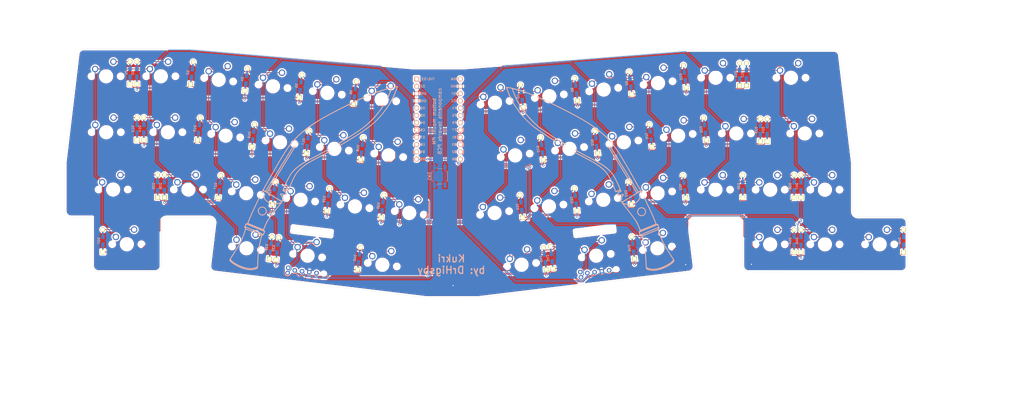
<source format=kicad_pcb>
(kicad_pcb (version 20171130) (host pcbnew "(5.1.9)-1")
  (layers (0 F.Cu signal) (31 B.Cu signal) (34 B.Paste user hide) (35 F.Paste user hide) (36 B.SilkS user hide) (37 F.SilkS user hide) (38 B.Mask user hide) (39 F.Mask user hide) (44 Edge.Cuts user))
  (net 0 "")
  (net 1 c1)
  (net 2 "Net-(D1-Pad2)")
  (net 3 c2)
  (net 4 "Net-(D2-Pad2)")
  (net 5 "Net-(D3-Pad2)")
  (net 6 "Net-(D4-Pad2)")
  (net 7 "Net-(D5-Pad2)")
  (net 8 "Net-(D6-Pad2)")
  (net 9 "Net-(D7-Pad2)")
  (net 10 "Net-(D8-Pad2)")
  (net 11 "Net-(D9-Pad2)")
  (net 12 "Net-(D10-Pad2)")
  (net 13 "Net-(D11-Pad2)")
  (net 14 "Net-(D12-Pad2)")
  (net 15 c3)
  (net 16 "Net-(D13-Pad2)")
  (net 17 c4)
  (net 18 "Net-(D14-Pad2)")
  (net 19 "Net-(D15-Pad2)")
  (net 20 "Net-(D16-Pad2)")
  (net 21 "Net-(D17-Pad2)")
  (net 22 "Net-(D18-Pad2)")
  (net 23 "Net-(D19-Pad2)")
  (net 24 "Net-(D20-Pad2)")
  (net 25 "Net-(D21-Pad2)")
  (net 26 "Net-(D22-Pad2)")
  (net 27 "Net-(D23-Pad2)")
  (net 28 "Net-(D24-Pad2)")
  (net 29 c5)
  (net 30 "Net-(D25-Pad2)")
  (net 31 c6)
  (net 32 "Net-(D26-Pad2)")
  (net 33 "Net-(D27-Pad2)")
  (net 34 "Net-(D28-Pad2)")
  (net 35 "Net-(D29-Pad2)")
  (net 36 "Net-(D32-Pad2)")
  (net 37 "Net-(D33-Pad2)")
  (net 38 "Net-(D34-Pad2)")
  (net 39 "Net-(D35-Pad2)")
  (net 40 "Net-(D36-Pad2)")
  (net 41 c7)
  (net 42 "Net-(D37-Pad2)")
  (net 43 c8)
  (net 44 "Net-(D38-Pad2)")
  (net 45 "Net-(D40-Pad2)")
  (net 46 "Net-(D41-Pad2)")
  (net 47 "Net-(D43-Pad2)")
  (net 48 "Net-(D44-Pad2)")
  (net 49 "Net-(D45-Pad2)")
  (net 50 "Net-(D46-Pad2)")
  (net 51 "Net-(D47-Pad2)")
  (net 52 r1)
  (net 53 r5)
  (net 54 RST)
  (net 55 GND)
  (net 56 "Net-(U1-Pad24)")
  (net 57 "Net-(U1-Pad21)")
  (net 58 PMA)
  (net 59 PMB)
  (net 60 PMC)
  (net 61 PMD)
  (net 62 "Net-(D30-Pad2)")
  (net 63 "Net-(D31-Pad2)")
  (net 64 r4)
  (net 65 r6)
  (net 66 39-2)
  (net 67 39-1)
  (net 68 42-2)
  (net 69 42-1)
  (module HMRS:kukri (layer F.Cu) (at 95.75 81.98 90)
    (fp_text reference G*** hide)
    (fp_text value LOGO hide)
  )
  (module HMRS:kukri (layer B.Cu) (at 192.14 82.21 90)
    (fp_text reference G*** hide)
    (fp_text value LOGO hide)
  )
  (module "KICAD Extra Libs:RollerEncoder_Panasonic_EVQWGD001" (layer F.Cu) (at 194.185301 109.175712 96.9)
    (fp_text reference RE2)
    (fp_text value Rotary_Encoder_Switch)
    (fp_line (start 7.7 7.6) (end 9.5 7.6) (layer Edge.Cuts) (width 0.05))
    (fp_line (start 9.5 -6.6) (end 7.7 -6.6) (layer Edge.Cuts) (width 0.05))
    (fp_line (start 7.4 -6.3) (end 7.4 7.3) (layer Edge.Cuts) (width 0.05))
    (fp_line (start 9.8 7.3) (end 9.8 -6.3) (layer Edge.Cuts) (width 0.05))
    (fp_arc (start 9.5 -6.3) (end 9.8 -6.3) (angle -90) (layer Edge.Cuts) (width 0.05))
    (fp_arc (start 7.7 -6.3) (end 7.7 -6.6) (angle -90) (layer Edge.Cuts) (width 0.05))
    (fp_arc (start 9.5 7.3) (end 9.5 7.6) (angle -90) (layer Edge.Cuts) (width 0.05))
    (fp_arc (start 7.7 7.3) (end 7.4 7.3) (angle -90) (layer Edge.Cuts) (width 0.05))
    (pad "" np_thru_hole circle (at -5.625 6.3 96.9) (size 1.5 1.5) (drill 1.5) (layers *.Cu *.Mask))
    (pad D thru_hole circle (at -5.625 3.81 96.9) (size 1.6 1.6) (drill 0.9) (layers *.Cu *.Mask))
    (pad C thru_hole circle (at -5.625 1.27 96.9) (size 1.6 1.6) (drill 0.9) (layers *.Cu *.Mask) (net 55 GND))
    (pad B thru_hole circle (at -5.625 -1.27 96.9) (size 1.6 1.6) (drill 0.9) (layers *.Cu *.Mask) (net 59 PMB))
    (pad A thru_hole circle (at -5.625 -3.81 96.9) (size 1.6 1.6) (drill 0.9) (layers *.Cu *.Mask) (net 58 PMA))
    (pad S2 thru_hole circle (at -5 -6.2 96.9) (size 1.6 1.6) (drill 0.9) (layers *.Cu *.Mask) (net 69 42-1))
    (pad S1 thru_hole circle (at -6.85 -6.2 96.9) (size 1.6 1.6) (drill 0.9) (layers *.Cu *.Mask) (net 68 42-2))
  )
  (module "KICAD Extra Libs:RollerEncoder_Panasonic_EVQWGD001" (layer F.Cu) (at 93.713234 109.17418 83.1)
    (fp_text reference RE1)
    (fp_text value Rotary_Encoder_Switch)
    (fp_line (start 7.7 7.6) (end 9.5 7.6) (layer Edge.Cuts) (width 0.05))
    (fp_line (start 9.5 -6.6) (end 7.7 -6.6) (layer Edge.Cuts) (width 0.05))
    (fp_line (start 7.4 -6.3) (end 7.4 7.3) (layer Edge.Cuts) (width 0.05))
    (fp_line (start 9.8 7.3) (end 9.8 -6.3) (layer Edge.Cuts) (width 0.05))
    (fp_arc (start 9.5 -6.3) (end 9.8 -6.3) (angle -90) (layer Edge.Cuts) (width 0.05))
    (fp_arc (start 7.7 -6.3) (end 7.7 -6.6) (angle -90) (layer Edge.Cuts) (width 0.05))
    (fp_arc (start 9.5 7.3) (end 9.5 7.6) (angle -90) (layer Edge.Cuts) (width 0.05))
    (fp_arc (start 7.7 7.3) (end 7.4 7.3) (angle -90) (layer Edge.Cuts) (width 0.05))
    (pad "" np_thru_hole circle (at -5.625 6.3 83.1) (size 1.5 1.5) (drill 1.5) (layers *.Cu *.Mask))
    (pad D thru_hole circle (at -5.625 3.81 83.1) (size 1.6 1.6) (drill 0.9) (layers *.Cu *.Mask))
    (pad C thru_hole circle (at -5.625 1.27 83.1) (size 1.6 1.6) (drill 0.9) (layers *.Cu *.Mask) (net 55 GND))
    (pad B thru_hole circle (at -5.625 -1.27 83.1) (size 1.6 1.6) (drill 0.9) (layers *.Cu *.Mask) (net 61 PMD))
    (pad A thru_hole circle (at -5.625 -3.81 83.1) (size 1.6 1.6) (drill 0.9) (layers *.Cu *.Mask) (net 60 PMC))
    (pad S2 thru_hole circle (at -5 -6.2 83.1) (size 1.6 1.6) (drill 0.9) (layers *.Cu *.Mask) (net 67 39-1))
    (pad S1 thru_hole circle (at -6.85 -6.2 83.1) (size 1.6 1.6) (drill 0.9) (layers *.Cu *.Mask) (net 66 39-2))
  )
  (module Keebio-Parts:ArduinoProMicro (layer F.Cu) (at 139.28 61.56 270)
    (fp_text reference U1 hide)
    (fp_text value ProMicro hide)
    (fp_text user RST (at -8.82 -5.6) (layer B.SilkS) (effects (font (size 0.8 0.8)) (justify mirror)))
    (fp_text user TX0/D3 (at -13.97 3.571872) (layer B.SilkS) (effects (font (size 0.8 0.8)) (justify mirror)))
    (fp_text user B2 (at 11.43 -5.461) (layer B.SilkS) (effects (font (size 0.8 0.8)) (justify mirror)))
    (fp_text user F7 (at 3.81 -5.461) (layer B.SilkS) (effects (font (size 0.8 0.8)) (justify mirror)))
    (fp_text user F6 (at 1.27 -5.461) (layer B.SilkS) (effects (font (size 0.8 0.8)) (justify mirror)))
    (fp_text user F5 (at -1.27 -5.461) (layer B.SilkS) (effects (font (size 0.8 0.8)) (justify mirror)))
    (fp_text user RAW (at -13.97 -5.461) (layer B.SilkS) (effects (font (size 0.8 0.8)) (justify mirror)))
    (fp_text user GND (at -11.43 -5.461) (layer B.SilkS) (effects (font (size 0.8 0.8)) (justify mirror)))
    (fp_text user VCC (at -6.35 -5.461) (layer B.SilkS) (effects (font (size 0.8 0.8)) (justify mirror)))
    (fp_text user F4 (at -3.81 -5.461) (layer B.SilkS) (effects (font (size 0.8 0.8)) (justify mirror)))
    (fp_text user B1 (at 6.35 -5.461) (layer B.SilkS) (effects (font (size 0.8 0.8)) (justify mirror)))
    (fp_text user B3 (at 8.89 -5.461) (layer B.SilkS) (effects (font (size 0.8 0.8)) (justify mirror)))
    (fp_text user B6 (at 13.97 -5.461) (layer B.SilkS) (effects (font (size 0.8 0.8)) (justify mirror)))
    (fp_text user B5 (at 13.97 5.461) (layer B.SilkS) (effects (font (size 0.8 0.8)) (justify mirror)))
    (fp_text user B4 (at 11.43 5.461) (layer B.SilkS) (effects (font (size 0.8 0.8)) (justify mirror)))
    (fp_text user E6 (at 8.89 5.461) (layer B.SilkS) (effects (font (size 0.8 0.8)) (justify mirror)))
    (fp_text user D7 (at 6.35 5.461) (layer B.SilkS) (effects (font (size 0.8 0.8)) (justify mirror)))
    (fp_text user C6 (at 3.81 5.461) (layer B.SilkS) (effects (font (size 0.8 0.8)) (justify mirror)))
    (fp_text user D4 (at 1.27 5.461) (layer B.SilkS) (effects (font (size 0.8 0.8)) (justify mirror)))
    (fp_text user GND (at -8.89 5.461) (layer B.SilkS) (effects (font (size 0.8 0.8)) (justify mirror)))
    (fp_text user GND (at -6.35 5.461) (layer B.SilkS) (effects (font (size 0.8 0.8)) (justify mirror)))
    (fp_text user D1 (at -3.81 5.461) (layer B.SilkS) (effects (font (size 0.8 0.8)) (justify mirror)))
    (fp_text user D0 (at -1.27 5.461) (layer B.SilkS) (effects (font (size 0.8 0.8)) (justify mirror)))
    (fp_text user D2 (at -11.43 5.461) (layer B.SilkS) (effects (font (size 0.8 0.8)) (justify mirror)))
    (pad 24 thru_hole circle (at -13.97 -7.62 270) (size 1.7526 1.7526) (drill 1.0922) (layers *.Cu *.SilkS *.Mask) (net 56 "Net-(U1-Pad24)"))
    (pad 12 thru_hole circle (at 13.97 7.62 270) (size 1.7526 1.7526) (drill 1.0922) (layers *.Cu *.SilkS *.Mask) (net 59 PMB))
    (pad 23 thru_hole circle (at -11.43 -7.62 270) (size 1.7526 1.7526) (drill 1.0922) (layers *.Cu *.SilkS *.Mask) (net 55 GND))
    (pad 22 thru_hole circle (at -8.89 -7.62 270) (size 1.7526 1.7526) (drill 1.0922) (layers *.Cu *.SilkS *.Mask) (net 54 RST))
    (pad 21 thru_hole circle (at -6.35 -7.62 270) (size 1.7526 1.7526) (drill 1.0922) (layers *.Cu *.SilkS *.Mask) (net 57 "Net-(U1-Pad21)"))
    (pad 20 thru_hole circle (at -3.81 -7.62 270) (size 1.7526 1.7526) (drill 1.0922) (layers *.Cu *.SilkS *.Mask) (net 65 r6))
    (pad 19 thru_hole circle (at -1.27 -7.62 270) (size 1.7526 1.7526) (drill 1.0922) (layers *.Cu *.SilkS *.Mask) (net 53 r5))
    (pad 18 thru_hole circle (at 1.27 -7.62 270) (size 1.7526 1.7526) (drill 1.0922) (layers *.Cu *.SilkS *.Mask) (net 64 r4))
    (pad 17 thru_hole circle (at 3.81 -7.62 270) (size 1.7526 1.7526) (drill 1.0922) (layers *.Cu *.SilkS *.Mask) (net 3 c2))
    (pad 16 thru_hole circle (at 6.35 -7.62 270) (size 1.7526 1.7526) (drill 1.0922) (layers *.Cu *.SilkS *.Mask) (net 17 c4))
    (pad 15 thru_hole circle (at 8.89 -7.62 270) (size 1.7526 1.7526) (drill 1.0922) (layers *.Cu *.SilkS *.Mask) (net 43 c8))
    (pad 14 thru_hole circle (at 11.43 -7.62 270) (size 1.7526 1.7526) (drill 1.0922) (layers *.Cu *.SilkS *.Mask) (net 31 c6))
    (pad 13 thru_hole circle (at 13.97 -7.62 270) (size 1.7526 1.7526) (drill 1.0922) (layers *.Cu *.SilkS *.Mask) (net 58 PMA))
    (pad 11 thru_hole circle (at 11.43 7.62 270) (size 1.7526 1.7526) (drill 1.0922) (layers *.Cu *.SilkS *.Mask) (net 41 c7))
    (pad 10 thru_hole circle (at 8.89 7.62 270) (size 1.7526 1.7526) (drill 1.0922) (layers *.Cu *.SilkS *.Mask) (net 29 c5))
    (pad 9 thru_hole circle (at 6.35 7.62 270) (size 1.7526 1.7526) (drill 1.0922) (layers *.Cu *.SilkS *.Mask) (net 15 c3))
    (pad 8 thru_hole circle (at 3.81 7.62 270) (size 1.7526 1.7526) (drill 1.0922) (layers *.Cu *.SilkS *.Mask) (net 1 c1))
    (pad 7 thru_hole circle (at 1.27 7.62 270) (size 1.7526 1.7526) (drill 1.0922) (layers *.Cu *.SilkS *.Mask) (net 69 42-1))
    (pad 6 thru_hole circle (at -1.27 7.62 270) (size 1.7526 1.7526) (drill 1.0922) (layers *.Cu *.SilkS *.Mask) (net 67 39-1))
    (pad 5 thru_hole circle (at -3.81 7.62 270) (size 1.7526 1.7526) (drill 1.0922) (layers *.Cu *.SilkS *.Mask) (net 52 r1))
    (pad 4 thru_hole circle (at -6.35 7.62 270) (size 1.7526 1.7526) (drill 1.0922) (layers *.Cu *.SilkS *.Mask) (net 55 GND))
    (pad 3 thru_hole circle (at -8.89 7.62 270) (size 1.7526 1.7526) (drill 1.0922) (layers *.Cu *.SilkS *.Mask) (net 55 GND))
    (pad 2 thru_hole circle (at -11.43 7.62 270) (size 1.7526 1.7526) (drill 1.0922) (layers *.Cu *.SilkS *.Mask) (net 61 PMD))
    (pad 1 thru_hole rect (at -13.97 7.62 270) (size 1.7526 1.7526) (drill 1.0922) (layers *.Cu *.SilkS *.Mask) (net 60 PMC))
  )
  (module MX_Only:MXOnly-1.25U-NoLED (layer F.Cu) (at 30.792803 105.172007)
    (fp_text reference MX37)
    (fp_text value MX-NoLED)
    (pad 2 thru_hole circle (at 2.54 -5.08) (size 2.25 2.25) (drill 1.47) (layers *.Cu B.Mask) (net 42 "Net-(D37-Pad2)"))
    (pad "" np_thru_hole circle (at 0 0) (size 3.9878 3.9878) (drill 3.9878) (layers *.Cu *.Mask))
    (pad 1 thru_hole circle (at -3.81 -2.54) (size 2.25 2.25) (drill 1.47) (layers *.Cu B.Mask) (net 52 r1))
    (pad "" np_thru_hole circle (at -5.08 0 48.0996) (size 1.75 1.75) (drill 1.75) (layers *.Cu *.Mask))
    (pad "" np_thru_hole circle (at 5.08 0 48.0996) (size 1.75 1.75) (drill 1.75) (layers *.Cu *.Mask))
  )
  (module Button_Switch_SMD:SW_SPST_SKQG_WithStem (layer B.Cu) (at 139.67 81.5 270)
    (fp_text reference SW1 (at 0 3.6 270) (layer B.SilkS) (effects (justify mirror)))
    (fp_text value SW_Push)
    (pad 2 smd rect (at 3.1 -1.85 270) (size 1.8 1.1) (layers B.Cu B.Paste B.Mask) (net 54 RST))
    (pad 2 smd rect (at -3.1 -1.85 270) (size 1.8 1.1) (layers B.Cu B.Paste B.Mask) (net 54 RST))
    (pad 1 smd rect (at 3.1 1.85 270) (size 1.8 1.1) (layers B.Cu B.Paste B.Mask) (net 55 GND))
    (pad 1 smd rect (at -3.1 1.85 270) (size 1.8 1.1) (layers B.Cu B.Paste B.Mask) (net 55 GND))
  )
  (module MX_Only:MXOnly-1.75U-NoLED (layer F.Cu) (at 168.181155 112.32256 6.9)
    (fp_text reference MX41-1.75u1)
    (fp_text value MX-NoLED)
    (pad 2 thru_hole circle (at 2.54 -5.08 6.9) (size 2.25 2.25) (drill 1.47) (layers *.Cu B.Mask) (net 46 "Net-(D41-Pad2)"))
    (pad "" np_thru_hole circle (at 0 0 6.9) (size 3.9878 3.9878) (drill 3.9878) (layers *.Cu *.Mask))
    (pad 1 thru_hole circle (at -3.81 -2.54 6.9) (size 2.25 2.25) (drill 1.47) (layers *.Cu B.Mask) (net 69 42-1))
    (pad "" np_thru_hole circle (at -5.08 0 54.9996) (size 1.75 1.75) (drill 1.75) (layers *.Cu *.Mask))
    (pad "" np_thru_hole circle (at 5.08 0 54.9996) (size 1.75 1.75) (drill 1.75) (layers *.Cu *.Mask))
  )
  (module MX_Only:MXOnly-1.75U-NoLED (layer F.Cu) (at 119.717381 112.321028 353.1)
    (fp_text reference MX40-1.75u1)
    (fp_text value MX-NoLED)
    (pad 2 thru_hole circle (at 2.54 -5.08 353.1) (size 2.25 2.25) (drill 1.47) (layers *.Cu B.Mask) (net 45 "Net-(D40-Pad2)"))
    (pad "" np_thru_hole circle (at 0 0 353.1) (size 3.9878 3.9878) (drill 3.9878) (layers *.Cu *.Mask))
    (pad 1 thru_hole circle (at -3.81 -2.54 353.1) (size 2.25 2.25) (drill 1.47) (layers *.Cu B.Mask) (net 67 39-1))
    (pad "" np_thru_hole circle (at -5.08 0 41.1996) (size 1.75 1.75) (drill 1.75) (layers *.Cu *.Mask))
    (pad "" np_thru_hole circle (at 5.08 0 41.1996) (size 1.75 1.75) (drill 1.75) (layers *.Cu *.Mask))
  )
  (module MX_Only:MXOnly-1U-NoLED (layer F.Cu) (at 273.773258 86.174272)
    (fp_text reference MX47)
    (fp_text value MX-NoLED)
    (pad 2 thru_hole circle (at 2.54 -5.08) (size 2.25 2.25) (drill 1.47) (layers *.Cu B.Mask) (net 51 "Net-(D47-Pad2)"))
    (pad "" np_thru_hole circle (at 0 0) (size 3.9878 3.9878) (drill 3.9878) (layers *.Cu *.Mask))
    (pad 1 thru_hole circle (at -3.81 -2.54) (size 2.25 2.25) (drill 1.47) (layers *.Cu B.Mask) (net 65 r6))
    (pad "" np_thru_hole circle (at -5.08 0 48.0996) (size 1.75 1.75) (drill 1.75) (layers *.Cu *.Mask))
    (pad "" np_thru_hole circle (at 5.08 0 48.0996) (size 1.75 1.75) (drill 1.75) (layers *.Cu *.Mask))
  )
  (module MX_Only:MXOnly-1U-NoLED (layer F.Cu) (at 292.823337 105.224352)
    (fp_text reference MX46)
    (fp_text value MX-NoLED)
    (pad 2 thru_hole circle (at 2.54 -5.08) (size 2.25 2.25) (drill 1.47) (layers *.Cu B.Mask) (net 50 "Net-(D46-Pad2)"))
    (pad "" np_thru_hole circle (at 0 0) (size 3.9878 3.9878) (drill 3.9878) (layers *.Cu *.Mask))
    (pad 1 thru_hole circle (at -3.81 -2.54) (size 2.25 2.25) (drill 1.47) (layers *.Cu B.Mask) (net 53 r5))
    (pad "" np_thru_hole circle (at -5.08 0 48.0996) (size 1.75 1.75) (drill 1.75) (layers *.Cu *.Mask))
    (pad "" np_thru_hole circle (at 5.08 0 48.0996) (size 1.75 1.75) (drill 1.75) (layers *.Cu *.Mask))
  )
  (module MX_Only:MXOnly-1U-NoLED (layer F.Cu) (at 273.773257 105.224352)
    (fp_text reference MX45)
    (fp_text value MX-NoLED)
    (pad 2 thru_hole circle (at 2.54 -5.08) (size 2.25 2.25) (drill 1.47) (layers *.Cu B.Mask) (net 49 "Net-(D45-Pad2)"))
    (pad "" np_thru_hole circle (at 0 0) (size 3.9878 3.9878) (drill 3.9878) (layers *.Cu *.Mask))
    (pad 1 thru_hole circle (at -3.81 -2.54) (size 2.25 2.25) (drill 1.47) (layers *.Cu B.Mask) (net 53 r5))
    (pad "" np_thru_hole circle (at -5.08 0 48.0996) (size 1.75 1.75) (drill 1.75) (layers *.Cu *.Mask))
    (pad "" np_thru_hole circle (at 5.08 0 48.0996) (size 1.75 1.75) (drill 1.75) (layers *.Cu *.Mask))
  )
  (module MX_Only:MXOnly-1U-NoLED (layer F.Cu) (at 254.723178 105.224352)
    (fp_text reference MX44)
    (fp_text value MX-NoLED)
    (pad 2 thru_hole circle (at 2.54 -5.08) (size 2.25 2.25) (drill 1.47) (layers *.Cu B.Mask) (net 48 "Net-(D44-Pad2)"))
    (pad "" np_thru_hole circle (at 0 0) (size 3.9878 3.9878) (drill 3.9878) (layers *.Cu *.Mask))
    (pad 1 thru_hole circle (at -3.81 -2.54) (size 2.25 2.25) (drill 1.47) (layers *.Cu B.Mask) (net 64 r4))
    (pad "" np_thru_hole circle (at -5.08 0 48.0996) (size 1.75 1.75) (drill 1.75) (layers *.Cu *.Mask))
    (pad "" np_thru_hole circle (at 5.08 0 48.0996) (size 1.75 1.75) (drill 1.75) (layers *.Cu *.Mask))
  )
  (module MX_Only:MXOnly-1.25U-NoLED (layer F.Cu) (at 215.461422 106.601019 6.9)
    (fp_text reference MX43)
    (fp_text value MX-NoLED)
    (pad 2 thru_hole circle (at 2.54 -5.08 6.9) (size 2.25 2.25) (drill 1.47) (layers *.Cu B.Mask) (net 47 "Net-(D43-Pad2)"))
    (pad "" np_thru_hole circle (at 0 0 6.9) (size 3.9878 3.9878) (drill 3.9878) (layers *.Cu *.Mask))
    (pad 1 thru_hole circle (at -3.81 -2.54 6.9) (size 2.25 2.25) (drill 1.47) (layers *.Cu B.Mask) (net 64 r4))
    (pad "" np_thru_hole circle (at -5.08 0 54.9996) (size 1.75 1.75) (drill 1.75) (layers *.Cu *.Mask))
    (pad "" np_thru_hole circle (at 5.08 0 54.9996) (size 1.75 1.75) (drill 1.75) (layers *.Cu *.Mask))
  )
  (module MX_Only:MXOnly-1U-NoLED (layer F.Cu) (at 194.185301 109.175712 6.9)
    (fp_text reference MX42)
    (fp_text value MX-NoLED)
    (pad 2 thru_hole circle (at 2.54 -5.08 6.9) (size 2.25 2.25) (drill 1.47) (layers *.Cu B.Mask) (net 68 42-2))
    (pad "" np_thru_hole circle (at 0 0 6.9) (size 3.9878 3.9878) (drill 3.9878) (layers *.Cu *.Mask))
    (pad 1 thru_hole circle (at -3.81 -2.54 6.9) (size 2.25 2.25) (drill 1.47) (layers *.Cu B.Mask) (net 69 42-1))
    (pad "" np_thru_hole circle (at -5.08 0 54.9996) (size 1.75 1.75) (drill 1.75) (layers *.Cu *.Mask))
    (pad "" np_thru_hole circle (at 5.08 0 54.9996) (size 1.75 1.75) (drill 1.75) (layers *.Cu *.Mask))
  )
  (module MX_Only:MXOnly-1U-NoLED (layer F.Cu) (at 93.713234 109.17418 353.1)
    (fp_text reference MX39)
    (fp_text value MX-NoLED)
    (pad 2 thru_hole circle (at 2.54 -5.08 353.1) (size 2.25 2.25) (drill 1.47) (layers *.Cu B.Mask) (net 66 39-2))
    (pad "" np_thru_hole circle (at 0 0 353.1) (size 3.9878 3.9878) (drill 3.9878) (layers *.Cu *.Mask))
    (pad 1 thru_hole circle (at -3.81 -2.54 353.1) (size 2.25 2.25) (drill 1.47) (layers *.Cu B.Mask) (net 67 39-1))
    (pad "" np_thru_hole circle (at -5.08 0 41.1996) (size 1.75 1.75) (drill 1.75) (layers *.Cu *.Mask))
    (pad "" np_thru_hole circle (at 5.08 0 41.1996) (size 1.75 1.75) (drill 1.75) (layers *.Cu *.Mask))
  )
  (module MX_Only:MXOnly-1.25U-NoLED (layer F.Cu) (at 72.437114 106.599487 353.1)
    (fp_text reference MX38)
    (fp_text value MX-NoLED)
    (pad 2 thru_hole circle (at 2.54 -5.08 353.1) (size 2.25 2.25) (drill 1.47) (layers *.Cu B.Mask) (net 44 "Net-(D38-Pad2)"))
    (pad "" np_thru_hole circle (at 0 0 353.1) (size 3.9878 3.9878) (drill 3.9878) (layers *.Cu *.Mask))
    (pad 1 thru_hole circle (at -3.81 -2.54 353.1) (size 2.25 2.25) (drill 1.47) (layers *.Cu B.Mask) (net 52 r1))
    (pad "" np_thru_hole circle (at -5.08 0 41.1996) (size 1.75 1.75) (drill 1.75) (layers *.Cu *.Mask))
    (pad "" np_thru_hole circle (at 5.08 0 41.1996) (size 1.75 1.75) (drill 1.75) (layers *.Cu *.Mask))
  )
  (module MX_Only:MXOnly-1U-NoLED (layer F.Cu) (at 254.723177 86.174272)
    (fp_text reference MX36)
    (fp_text value MX-NoLED)
    (pad 2 thru_hole circle (at 2.54 -5.08) (size 2.25 2.25) (drill 1.47) (layers *.Cu B.Mask) (net 40 "Net-(D36-Pad2)"))
    (pad "" np_thru_hole circle (at 0 0) (size 3.9878 3.9878) (drill 3.9878) (layers *.Cu *.Mask))
    (pad 1 thru_hole circle (at -3.81 -2.54) (size 2.25 2.25) (drill 1.47) (layers *.Cu B.Mask) (net 65 r6))
    (pad "" np_thru_hole circle (at -5.08 0 48.0996) (size 1.75 1.75) (drill 1.75) (layers *.Cu *.Mask))
    (pad "" np_thru_hole circle (at 5.08 0 48.0996) (size 1.75 1.75) (drill 1.75) (layers *.Cu *.Mask))
  )
  (module MX_Only:MXOnly-1U-NoLED (layer F.Cu) (at 235.673097 86.174272)
    (fp_text reference MX35)
    (fp_text value MX-NoLED)
    (pad 2 thru_hole circle (at 2.54 -5.08) (size 2.25 2.25) (drill 1.47) (layers *.Cu B.Mask) (net 39 "Net-(D35-Pad2)"))
    (pad "" np_thru_hole circle (at 0 0) (size 3.9878 3.9878) (drill 3.9878) (layers *.Cu *.Mask))
    (pad 1 thru_hole circle (at -3.81 -2.54) (size 2.25 2.25) (drill 1.47) (layers *.Cu B.Mask) (net 65 r6))
    (pad "" np_thru_hole circle (at -5.08 0 48.0996) (size 1.75 1.75) (drill 1.75) (layers *.Cu *.Mask))
    (pad "" np_thru_hole circle (at 5.08 0 48.0996) (size 1.75 1.75) (drill 1.75) (layers *.Cu *.Mask))
  )
  (module MX_Only:MXOnly-1U-NoLED (layer F.Cu) (at 215.536819 87.402835 6.9)
    (fp_text reference MX34)
    (fp_text value MX-NoLED)
    (pad 2 thru_hole circle (at 2.54 -5.08 6.9) (size 2.25 2.25) (drill 1.47) (layers *.Cu B.Mask) (net 38 "Net-(D34-Pad2)"))
    (pad "" np_thru_hole circle (at 0 0 6.9) (size 3.9878 3.9878) (drill 3.9878) (layers *.Cu *.Mask))
    (pad 1 thru_hole circle (at -3.81 -2.54 6.9) (size 2.25 2.25) (drill 1.47) (layers *.Cu B.Mask) (net 53 r5))
    (pad "" np_thru_hole circle (at -5.08 0 54.9996) (size 1.75 1.75) (drill 1.75) (layers *.Cu *.Mask))
    (pad "" np_thru_hole circle (at 5.08 0 54.9996) (size 1.75 1.75) (drill 1.75) (layers *.Cu *.Mask))
  )
  (module MX_Only:MXOnly-1U-NoLED (layer F.Cu) (at 196.624712 89.691451 6.9)
    (fp_text reference MX33)
    (fp_text value MX-NoLED)
    (pad 2 thru_hole circle (at 2.54 -5.08 6.9) (size 2.25 2.25) (drill 1.47) (layers *.Cu B.Mask) (net 37 "Net-(D33-Pad2)"))
    (pad "" np_thru_hole circle (at 0 0 6.9) (size 3.9878 3.9878) (drill 3.9878) (layers *.Cu *.Mask))
    (pad 1 thru_hole circle (at -3.81 -2.54 6.9) (size 2.25 2.25) (drill 1.47) (layers *.Cu B.Mask) (net 53 r5))
    (pad "" np_thru_hole circle (at -5.08 0 54.9996) (size 1.75 1.75) (drill 1.75) (layers *.Cu *.Mask))
    (pad "" np_thru_hole circle (at 5.08 0 54.9996) (size 1.75 1.75) (drill 1.75) (layers *.Cu *.Mask))
  )
  (module MX_Only:MXOnly-1U-NoLED (layer F.Cu) (at 177.712605 91.980068 6.9)
    (fp_text reference MX32)
    (fp_text value MX-NoLED)
    (pad 2 thru_hole circle (at 2.54 -5.08 6.9) (size 2.25 2.25) (drill 1.47) (layers *.Cu B.Mask) (net 36 "Net-(D32-Pad2)"))
    (pad "" np_thru_hole circle (at 0 0 6.9) (size 3.9878 3.9878) (drill 3.9878) (layers *.Cu *.Mask))
    (pad 1 thru_hole circle (at -3.81 -2.54 6.9) (size 2.25 2.25) (drill 1.47) (layers *.Cu B.Mask) (net 64 r4))
    (pad "" np_thru_hole circle (at -5.08 0 54.9996) (size 1.75 1.75) (drill 1.75) (layers *.Cu *.Mask))
    (pad "" np_thru_hole circle (at 5.08 0 54.9996) (size 1.75 1.75) (drill 1.75) (layers *.Cu *.Mask))
  )
  (module MX_Only:MXOnly-1U-NoLED (layer F.Cu) (at 158.800498 94.268684 6.9)
    (fp_text reference MX31)
    (fp_text value MX-NoLED)
    (pad 2 thru_hole circle (at 2.54 -5.08 6.9) (size 2.25 2.25) (drill 1.47) (layers *.Cu B.Mask) (net 63 "Net-(D31-Pad2)"))
    (pad "" np_thru_hole circle (at 0 0 6.9) (size 3.9878 3.9878) (drill 3.9878) (layers *.Cu *.Mask))
    (pad 1 thru_hole circle (at -3.81 -2.54 6.9) (size 2.25 2.25) (drill 1.47) (layers *.Cu B.Mask) (net 64 r4))
    (pad "" np_thru_hole circle (at -5.08 0 54.9996) (size 1.75 1.75) (drill 1.75) (layers *.Cu *.Mask))
    (pad "" np_thru_hole circle (at 5.08 0 54.9996) (size 1.75 1.75) (drill 1.75) (layers *.Cu *.Mask))
  )
  (module MX_Only:MXOnly-1U-NoLED (layer F.Cu) (at 129.098037 94.267152 353.1)
    (fp_text reference MX30)
    (fp_text value MX-NoLED)
    (pad 2 thru_hole circle (at 2.54 -5.08 353.1) (size 2.25 2.25) (drill 1.47) (layers *.Cu B.Mask) (net 62 "Net-(D30-Pad2)"))
    (pad "" np_thru_hole circle (at 0 0 353.1) (size 3.9878 3.9878) (drill 3.9878) (layers *.Cu *.Mask))
    (pad 1 thru_hole circle (at -3.81 -2.54 353.1) (size 2.25 2.25) (drill 1.47) (layers *.Cu B.Mask) (net 69 42-1))
    (pad "" np_thru_hole circle (at -5.08 0 41.1996) (size 1.75 1.75) (drill 1.75) (layers *.Cu *.Mask))
    (pad "" np_thru_hole circle (at 5.08 0 41.1996) (size 1.75 1.75) (drill 1.75) (layers *.Cu *.Mask))
  )
  (module MX_Only:MXOnly-1U-NoLED (layer F.Cu) (at 110.185931 91.978536 353.1)
    (fp_text reference MX29)
    (fp_text value MX-NoLED)
    (pad 2 thru_hole circle (at 2.54 -5.08 353.1) (size 2.25 2.25) (drill 1.47) (layers *.Cu B.Mask) (net 35 "Net-(D29-Pad2)"))
    (pad "" np_thru_hole circle (at 0 0 353.1) (size 3.9878 3.9878) (drill 3.9878) (layers *.Cu *.Mask))
    (pad 1 thru_hole circle (at -3.81 -2.54 353.1) (size 2.25 2.25) (drill 1.47) (layers *.Cu B.Mask) (net 69 42-1))
    (pad "" np_thru_hole circle (at -5.08 0 41.1996) (size 1.75 1.75) (drill 1.75) (layers *.Cu *.Mask))
    (pad "" np_thru_hole circle (at 5.08 0 41.1996) (size 1.75 1.75) (drill 1.75) (layers *.Cu *.Mask))
  )
  (module MX_Only:MXOnly-1U-NoLED (layer F.Cu) (at 91.273824 89.689918 353.1)
    (fp_text reference MX28)
    (fp_text value MX-NoLED)
    (pad 2 thru_hole circle (at 2.54 -5.08 353.1) (size 2.25 2.25) (drill 1.47) (layers *.Cu B.Mask) (net 34 "Net-(D28-Pad2)"))
    (pad "" np_thru_hole circle (at 0 0 353.1) (size 3.9878 3.9878) (drill 3.9878) (layers *.Cu *.Mask))
    (pad 1 thru_hole circle (at -3.81 -2.54 353.1) (size 2.25 2.25) (drill 1.47) (layers *.Cu B.Mask) (net 67 39-1))
    (pad "" np_thru_hole circle (at -5.08 0 41.1996) (size 1.75 1.75) (drill 1.75) (layers *.Cu *.Mask))
    (pad "" np_thru_hole circle (at 5.08 0 41.1996) (size 1.75 1.75) (drill 1.75) (layers *.Cu *.Mask))
  )
  (module MX_Only:MXOnly-1U-NoLED (layer F.Cu) (at 72.361717 87.401303 353.1)
    (fp_text reference MX27)
    (fp_text value MX-NoLED)
    (pad 2 thru_hole circle (at 2.54 -5.08 353.1) (size 2.25 2.25) (drill 1.47) (layers *.Cu B.Mask) (net 33 "Net-(D27-Pad2)"))
    (pad "" np_thru_hole circle (at 0 0 353.1) (size 3.9878 3.9878) (drill 3.9878) (layers *.Cu *.Mask))
    (pad 1 thru_hole circle (at -3.81 -2.54 353.1) (size 2.25 2.25) (drill 1.47) (layers *.Cu B.Mask) (net 67 39-1))
    (pad "" np_thru_hole circle (at -5.08 0 41.1996) (size 1.75 1.75) (drill 1.75) (layers *.Cu *.Mask))
    (pad "" np_thru_hole circle (at 5.08 0 41.1996) (size 1.75 1.75) (drill 1.75) (layers *.Cu *.Mask))
  )
  (module MX_Only:MXOnly-1U-NoLED (layer F.Cu) (at 52.224144 86.121926)
    (fp_text reference MX26)
    (fp_text value MX-NoLED)
    (pad 2 thru_hole circle (at 2.54 -5.08) (size 2.25 2.25) (drill 1.47) (layers *.Cu B.Mask) (net 32 "Net-(D26-Pad2)"))
    (pad "" np_thru_hole circle (at 0 0) (size 3.9878 3.9878) (drill 3.9878) (layers *.Cu *.Mask))
    (pad 1 thru_hole circle (at -3.81 -2.54) (size 2.25 2.25) (drill 1.47) (layers *.Cu B.Mask) (net 52 r1))
    (pad "" np_thru_hole circle (at -5.08 0 48.0996) (size 1.75 1.75) (drill 1.75) (layers *.Cu *.Mask))
    (pad "" np_thru_hole circle (at 5.08 0 48.0996) (size 1.75 1.75) (drill 1.75) (layers *.Cu *.Mask))
  )
  (module MX_Only:MXOnly-1.75U-NoLED (layer F.Cu) (at 26.030283 86.121927)
    (fp_text reference MX25)
    (fp_text value MX-NoLED)
    (pad 2 thru_hole circle (at 2.54 -5.08) (size 2.25 2.25) (drill 1.47) (layers *.Cu B.Mask) (net 30 "Net-(D25-Pad2)"))
    (pad "" np_thru_hole circle (at 0 0) (size 3.9878 3.9878) (drill 3.9878) (layers *.Cu *.Mask))
    (pad 1 thru_hole circle (at -3.81 -2.54) (size 2.25 2.25) (drill 1.47) (layers *.Cu B.Mask) (net 52 r1))
    (pad "" np_thru_hole circle (at -5.08 0 48.0996) (size 1.75 1.75) (drill 1.75) (layers *.Cu *.Mask))
    (pad "" np_thru_hole circle (at 5.08 0 48.0996) (size 1.75 1.75) (drill 1.75) (layers *.Cu *.Mask))
  )
  (module MX_Only:MXOnly-1.5U-NoLED (layer F.Cu) (at 266.760737 66.584192)
    (fp_text reference MX24)
    (fp_text value MX-NoLED)
    (pad 2 thru_hole circle (at 2.54 -5.08) (size 2.25 2.25) (drill 1.47) (layers *.Cu B.Mask) (net 28 "Net-(D24-Pad2)"))
    (pad "" np_thru_hole circle (at 0 0) (size 3.9878 3.9878) (drill 3.9878) (layers *.Cu *.Mask))
    (pad 1 thru_hole circle (at -3.81 -2.54) (size 2.25 2.25) (drill 1.47) (layers *.Cu B.Mask) (net 65 r6))
    (pad "" np_thru_hole circle (at -5.08 0 48.0996) (size 1.75 1.75) (drill 1.75) (layers *.Cu *.Mask))
    (pad "" np_thru_hole circle (at 5.08 0 48.0996) (size 1.75 1.75) (drill 1.75) (layers *.Cu *.Mask))
  )
  (module MX_Only:MXOnly-1U-NoLED (layer F.Cu) (at 242.948137 66.584192)
    (fp_text reference MX23)
    (fp_text value MX-NoLED)
    (pad 2 thru_hole circle (at 2.54 -5.08) (size 2.25 2.25) (drill 1.47) (layers *.Cu B.Mask) (net 27 "Net-(D23-Pad2)"))
    (pad "" np_thru_hole circle (at 0 0) (size 3.9878 3.9878) (drill 3.9878) (layers *.Cu *.Mask))
    (pad 1 thru_hole circle (at -3.81 -2.54) (size 2.25 2.25) (drill 1.47) (layers *.Cu B.Mask) (net 65 r6))
    (pad "" np_thru_hole circle (at -5.08 0 48.0996) (size 1.75 1.75) (drill 1.75) (layers *.Cu *.Mask))
    (pad "" np_thru_hole circle (at 5.08 0 48.0996) (size 1.75 1.75) (drill 1.75) (layers *.Cu *.Mask))
  )
  (module MX_Only:MXOnly-1U-NoLED (layer F.Cu) (at 222.704256 67.34642 6.9)
    (fp_text reference MX22)
    (fp_text value MX-NoLED)
    (pad 2 thru_hole circle (at 2.54 -5.08 6.9) (size 2.25 2.25) (drill 1.47) (layers *.Cu B.Mask) (net 26 "Net-(D22-Pad2)"))
    (pad "" np_thru_hole circle (at 0 0 6.9) (size 3.9878 3.9878) (drill 3.9878) (layers *.Cu *.Mask))
    (pad 1 thru_hole circle (at -3.81 -2.54 6.9) (size 2.25 2.25) (drill 1.47) (layers *.Cu B.Mask) (net 53 r5))
    (pad "" np_thru_hole circle (at -5.08 0 54.9996) (size 1.75 1.75) (drill 1.75) (layers *.Cu *.Mask))
    (pad "" np_thru_hole circle (at 5.08 0 54.9996) (size 1.75 1.75) (drill 1.75) (layers *.Cu *.Mask))
  )
  (module MX_Only:MXOnly-1U-NoLED (layer F.Cu) (at 203.792149 69.635036 6.9)
    (fp_text reference MX21)
    (fp_text value MX-NoLED)
    (pad 2 thru_hole circle (at 2.54 -5.08 6.9) (size 2.25 2.25) (drill 1.47) (layers *.Cu B.Mask) (net 25 "Net-(D21-Pad2)"))
    (pad "" np_thru_hole circle (at 0 0 6.9) (size 3.9878 3.9878) (drill 3.9878) (layers *.Cu *.Mask))
    (pad 1 thru_hole circle (at -3.81 -2.54 6.9) (size 2.25 2.25) (drill 1.47) (layers *.Cu B.Mask) (net 53 r5))
    (pad "" np_thru_hole circle (at -5.08 0 54.9996) (size 1.75 1.75) (drill 1.75) (layers *.Cu *.Mask))
    (pad "" np_thru_hole circle (at 5.08 0 54.9996) (size 1.75 1.75) (drill 1.75) (layers *.Cu *.Mask))
  )
  (module MX_Only:MXOnly-1U-NoLED (layer F.Cu) (at 184.880042 71.923653 6.9)
    (fp_text reference MX20)
    (fp_text value MX-NoLED)
    (pad 2 thru_hole circle (at 2.54 -5.08 6.9) (size 2.25 2.25) (drill 1.47) (layers *.Cu B.Mask) (net 24 "Net-(D20-Pad2)"))
    (pad "" np_thru_hole circle (at 0 0 6.9) (size 3.9878 3.9878) (drill 3.9878) (layers *.Cu *.Mask))
    (pad 1 thru_hole circle (at -3.81 -2.54 6.9) (size 2.25 2.25) (drill 1.47) (layers *.Cu B.Mask) (net 64 r4))
    (pad "" np_thru_hole circle (at -5.08 0 54.9996) (size 1.75 1.75) (drill 1.75) (layers *.Cu *.Mask))
    (pad "" np_thru_hole circle (at 5.08 0 54.9996) (size 1.75 1.75) (drill 1.75) (layers *.Cu *.Mask))
  )
  (module MX_Only:MXOnly-1U-NoLED (layer F.Cu) (at 165.967935 74.212269 6.9)
    (fp_text reference MX19)
    (fp_text value MX-NoLED)
    (pad 2 thru_hole circle (at 2.54 -5.08 6.9) (size 2.25 2.25) (drill 1.47) (layers *.Cu B.Mask) (net 23 "Net-(D19-Pad2)"))
    (pad "" np_thru_hole circle (at 0 0 6.9) (size 3.9878 3.9878) (drill 3.9878) (layers *.Cu *.Mask))
    (pad 1 thru_hole circle (at -3.81 -2.54 6.9) (size 2.25 2.25) (drill 1.47) (layers *.Cu B.Mask) (net 64 r4))
    (pad "" np_thru_hole circle (at -5.08 0 54.9996) (size 1.75 1.75) (drill 1.75) (layers *.Cu *.Mask))
    (pad "" np_thru_hole circle (at 5.08 0 54.9996) (size 1.75 1.75) (drill 1.75) (layers *.Cu *.Mask))
  )
  (module MX_Only:MXOnly-1U-NoLED (layer F.Cu) (at 121.9306 74.210737 353.1)
    (fp_text reference MX18)
    (fp_text value MX-NoLED)
    (pad 2 thru_hole circle (at 2.54 -5.08 353.1) (size 2.25 2.25) (drill 1.47) (layers *.Cu B.Mask) (net 22 "Net-(D18-Pad2)"))
    (pad "" np_thru_hole circle (at 0 0 353.1) (size 3.9878 3.9878) (drill 3.9878) (layers *.Cu *.Mask))
    (pad 1 thru_hole circle (at -3.81 -2.54 353.1) (size 2.25 2.25) (drill 1.47) (layers *.Cu B.Mask) (net 69 42-1))
    (pad "" np_thru_hole circle (at -5.08 0 41.1996) (size 1.75 1.75) (drill 1.75) (layers *.Cu *.Mask))
    (pad "" np_thru_hole circle (at 5.08 0 41.1996) (size 1.75 1.75) (drill 1.75) (layers *.Cu *.Mask))
  )
  (module MX_Only:MXOnly-1U-NoLED (layer F.Cu) (at 103.018494 71.922121 353.1)
    (fp_text reference MX17)
    (fp_text value MX-NoLED)
    (pad 2 thru_hole circle (at 2.54 -5.08 353.1) (size 2.25 2.25) (drill 1.47) (layers *.Cu B.Mask) (net 21 "Net-(D17-Pad2)"))
    (pad "" np_thru_hole circle (at 0 0 353.1) (size 3.9878 3.9878) (drill 3.9878) (layers *.Cu *.Mask))
    (pad 1 thru_hole circle (at -3.81 -2.54 353.1) (size 2.25 2.25) (drill 1.47) (layers *.Cu B.Mask) (net 69 42-1))
    (pad "" np_thru_hole circle (at -5.08 0 41.1996) (size 1.75 1.75) (drill 1.75) (layers *.Cu *.Mask))
    (pad "" np_thru_hole circle (at 5.08 0 41.1996) (size 1.75 1.75) (drill 1.75) (layers *.Cu *.Mask))
  )
  (module MX_Only:MXOnly-1U-NoLED (layer F.Cu) (at 84.106387 69.633503 353.1)
    (fp_text reference MX16)
    (fp_text value MX-NoLED)
    (pad 2 thru_hole circle (at 2.54 -5.08 353.1) (size 2.25 2.25) (drill 1.47) (layers *.Cu B.Mask) (net 20 "Net-(D16-Pad2)"))
    (pad "" np_thru_hole circle (at 0 0 353.1) (size 3.9878 3.9878) (drill 3.9878) (layers *.Cu *.Mask))
    (pad 1 thru_hole circle (at -3.81 -2.54 353.1) (size 2.25 2.25) (drill 1.47) (layers *.Cu B.Mask) (net 67 39-1))
    (pad "" np_thru_hole circle (at -5.08 0 41.1996) (size 1.75 1.75) (drill 1.75) (layers *.Cu *.Mask))
    (pad "" np_thru_hole circle (at 5.08 0 41.1996) (size 1.75 1.75) (drill 1.75) (layers *.Cu *.Mask))
  )
  (module MX_Only:MXOnly-1U-NoLED (layer F.Cu) (at 65.19428 67.344888 353.1)
    (fp_text reference MX15)
    (fp_text value MX-NoLED)
    (pad 2 thru_hole circle (at 2.54 -5.08 353.1) (size 2.25 2.25) (drill 1.47) (layers *.Cu B.Mask) (net 19 "Net-(D15-Pad2)"))
    (pad "" np_thru_hole circle (at 0 0 353.1) (size 3.9878 3.9878) (drill 3.9878) (layers *.Cu *.Mask))
    (pad 1 thru_hole circle (at -3.81 -2.54 353.1) (size 2.25 2.25) (drill 1.47) (layers *.Cu B.Mask) (net 67 39-1))
    (pad "" np_thru_hole circle (at -5.08 0 41.1996) (size 1.75 1.75) (drill 1.75) (layers *.Cu *.Mask))
    (pad "" np_thru_hole circle (at 5.08 0 41.1996) (size 1.75 1.75) (drill 1.75) (layers *.Cu *.Mask))
  )
  (module MX_Only:MXOnly-1U-NoLED (layer F.Cu) (at 45.059103 66.141847)
    (fp_text reference MX14)
    (fp_text value MX-NoLED)
    (pad 2 thru_hole circle (at 2.54 -5.08) (size 2.25 2.25) (drill 1.47) (layers *.Cu B.Mask) (net 18 "Net-(D14-Pad2)"))
    (pad "" np_thru_hole circle (at 0 0) (size 3.9878 3.9878) (drill 3.9878) (layers *.Cu *.Mask))
    (pad 1 thru_hole circle (at -3.81 -2.54) (size 2.25 2.25) (drill 1.47) (layers *.Cu B.Mask) (net 52 r1))
    (pad "" np_thru_hole circle (at -5.08 0 48.0996) (size 1.75 1.75) (drill 1.75) (layers *.Cu *.Mask))
    (pad "" np_thru_hole circle (at 5.08 0 48.0996) (size 1.75 1.75) (drill 1.75) (layers *.Cu *.Mask))
  )
  (module MX_Only:MXOnly-1.25U-NoLED (layer F.Cu) (at 23.627763 66.141847)
    (fp_text reference MX13)
    (fp_text value MX-NoLED)
    (pad 2 thru_hole circle (at 2.54 -5.08) (size 2.25 2.25) (drill 1.47) (layers *.Cu B.Mask) (net 16 "Net-(D13-Pad2)"))
    (pad "" np_thru_hole circle (at 0 0) (size 3.9878 3.9878) (drill 3.9878) (layers *.Cu *.Mask))
    (pad 1 thru_hole circle (at -3.81 -2.54) (size 2.25 2.25) (drill 1.47) (layers *.Cu B.Mask) (net 52 r1))
    (pad "" np_thru_hole circle (at -5.08 0 48.0996) (size 1.75 1.75) (drill 1.75) (layers *.Cu *.Mask))
    (pad "" np_thru_hole circle (at 5.08 0 48.0996) (size 1.75 1.75) (drill 1.75) (layers *.Cu *.Mask))
  )
  (module MX_Only:MXOnly-1.75U-NoLED (layer F.Cu) (at 261.939477 47.164112)
    (fp_text reference MX12)
    (fp_text value MX-NoLED)
    (pad 2 thru_hole circle (at 2.54 -5.08) (size 2.25 2.25) (drill 1.47) (layers *.Cu B.Mask) (net 14 "Net-(D12-Pad2)"))
    (pad "" np_thru_hole circle (at 0 0) (size 3.9878 3.9878) (drill 3.9878) (layers *.Cu *.Mask))
    (pad 1 thru_hole circle (at -3.81 -2.54) (size 2.25 2.25) (drill 1.47) (layers *.Cu B.Mask) (net 65 r6))
    (pad "" np_thru_hole circle (at -5.08 0 48.0996) (size 1.75 1.75) (drill 1.75) (layers *.Cu *.Mask))
    (pad "" np_thru_hole circle (at 5.08 0 48.0996) (size 1.75 1.75) (drill 1.75) (layers *.Cu *.Mask))
  )
  (module MX_Only:MXOnly-1U-NoLED (layer F.Cu) (at 235.745617 47.164112)
    (fp_text reference MX11)
    (fp_text value MX-NoLED)
    (pad 2 thru_hole circle (at 2.54 -5.08) (size 2.25 2.25) (drill 1.47) (layers *.Cu B.Mask) (net 13 "Net-(D11-Pad2)"))
    (pad "" np_thru_hole circle (at 0 0) (size 3.9878 3.9878) (drill 3.9878) (layers *.Cu *.Mask))
    (pad 1 thru_hole circle (at -3.81 -2.54) (size 2.25 2.25) (drill 1.47) (layers *.Cu B.Mask) (net 65 r6))
    (pad "" np_thru_hole circle (at -5.08 0 48.0996) (size 1.75 1.75) (drill 1.75) (layers *.Cu *.Mask))
    (pad "" np_thru_hole circle (at 5.08 0 48.0996) (size 1.75 1.75) (drill 1.75) (layers *.Cu *.Mask))
  )
  (module MX_Only:MXOnly-1U-NoLED (layer F.Cu) (at 215.687612 49.006467 6.9)
    (fp_text reference MX10)
    (fp_text value MX-NoLED)
    (pad 2 thru_hole circle (at 2.54 -5.08 6.9) (size 2.25 2.25) (drill 1.47) (layers *.Cu B.Mask) (net 12 "Net-(D10-Pad2)"))
    (pad "" np_thru_hole circle (at 0 0 6.9) (size 3.9878 3.9878) (drill 3.9878) (layers *.Cu *.Mask))
    (pad 1 thru_hole circle (at -3.81 -2.54 6.9) (size 2.25 2.25) (drill 1.47) (layers *.Cu B.Mask) (net 53 r5))
    (pad "" np_thru_hole circle (at -5.08 0 54.9996) (size 1.75 1.75) (drill 1.75) (layers *.Cu *.Mask))
    (pad "" np_thru_hole circle (at 5.08 0 54.9996) (size 1.75 1.75) (drill 1.75) (layers *.Cu *.Mask))
  )
  (module MX_Only:MXOnly-1U-NoLED (layer F.Cu) (at 196.775506 51.295084 6.9)
    (fp_text reference MX9)
    (fp_text value MX-NoLED)
    (pad 2 thru_hole circle (at 2.54 -5.08 6.9) (size 2.25 2.25) (drill 1.47) (layers *.Cu B.Mask) (net 11 "Net-(D9-Pad2)"))
    (pad "" np_thru_hole circle (at 0 0 6.9) (size 3.9878 3.9878) (drill 3.9878) (layers *.Cu *.Mask))
    (pad 1 thru_hole circle (at -3.81 -2.54 6.9) (size 2.25 2.25) (drill 1.47) (layers *.Cu B.Mask) (net 53 r5))
    (pad "" np_thru_hole circle (at -5.08 0 54.9996) (size 1.75 1.75) (drill 1.75) (layers *.Cu *.Mask))
    (pad "" np_thru_hole circle (at 5.08 0 54.9996) (size 1.75 1.75) (drill 1.75) (layers *.Cu *.Mask))
  )
  (module MX_Only:MXOnly-1U-NoLED (layer F.Cu) (at 177.863399 53.5837 6.9)
    (fp_text reference MX8)
    (fp_text value MX-NoLED)
    (pad 2 thru_hole circle (at 2.54 -5.08 6.9) (size 2.25 2.25) (drill 1.47) (layers *.Cu B.Mask) (net 10 "Net-(D8-Pad2)"))
    (pad "" np_thru_hole circle (at 0 0 6.9) (size 3.9878 3.9878) (drill 3.9878) (layers *.Cu *.Mask))
    (pad 1 thru_hole circle (at -3.81 -2.54 6.9) (size 2.25 2.25) (drill 1.47) (layers *.Cu B.Mask) (net 64 r4))
    (pad "" np_thru_hole circle (at -5.08 0 54.9996) (size 1.75 1.75) (drill 1.75) (layers *.Cu *.Mask))
    (pad "" np_thru_hole circle (at 5.08 0 54.9996) (size 1.75 1.75) (drill 1.75) (layers *.Cu *.Mask))
  )
  (module MX_Only:MXOnly-1U-NoLED (layer F.Cu) (at 158.951292 55.872316 6.9)
    (fp_text reference MX7)
    (fp_text value MX-NoLED)
    (pad 2 thru_hole circle (at 2.54 -5.08 6.9) (size 2.25 2.25) (drill 1.47) (layers *.Cu B.Mask) (net 9 "Net-(D7-Pad2)"))
    (pad "" np_thru_hole circle (at 0 0 6.9) (size 3.9878 3.9878) (drill 3.9878) (layers *.Cu *.Mask))
    (pad 1 thru_hole circle (at -3.81 -2.54 6.9) (size 2.25 2.25) (drill 1.47) (layers *.Cu B.Mask) (net 64 r4))
    (pad "" np_thru_hole circle (at -5.08 0 54.9996) (size 1.75 1.75) (drill 1.75) (layers *.Cu *.Mask))
    (pad "" np_thru_hole circle (at 5.08 0 54.9996) (size 1.75 1.75) (drill 1.75) (layers *.Cu *.Mask))
  )
  (module MX_Only:MXOnly-1U-NoLED (layer F.Cu) (at 119.49119 54.726476 353.1)
    (fp_text reference MX6)
    (fp_text value MX-NoLED)
    (pad 2 thru_hole circle (at 2.54 -5.08 353.1) (size 2.25 2.25) (drill 1.47) (layers *.Cu B.Mask) (net 8 "Net-(D6-Pad2)"))
    (pad "" np_thru_hole circle (at 0 0 353.1) (size 3.9878 3.9878) (drill 3.9878) (layers *.Cu *.Mask))
    (pad 1 thru_hole circle (at -3.81 -2.54 353.1) (size 2.25 2.25) (drill 1.47) (layers *.Cu B.Mask) (net 69 42-1))
    (pad "" np_thru_hole circle (at -5.08 0 41.1996) (size 1.75 1.75) (drill 1.75) (layers *.Cu *.Mask))
    (pad "" np_thru_hole circle (at 5.08 0 41.1996) (size 1.75 1.75) (drill 1.75) (layers *.Cu *.Mask))
  )
  (module MX_Only:MXOnly-1U-NoLED (layer F.Cu) (at 100.579083 52.43786 353.1)
    (fp_text reference MX5)
    (fp_text value MX-NoLED)
    (pad 2 thru_hole circle (at 2.54 -5.08 353.1) (size 2.25 2.25) (drill 1.47) (layers *.Cu B.Mask) (net 7 "Net-(D5-Pad2)"))
    (pad "" np_thru_hole circle (at 0 0 353.1) (size 3.9878 3.9878) (drill 3.9878) (layers *.Cu *.Mask))
    (pad 1 thru_hole circle (at -3.81 -2.54 353.1) (size 2.25 2.25) (drill 1.47) (layers *.Cu B.Mask) (net 69 42-1))
    (pad "" np_thru_hole circle (at -5.08 0 41.1996) (size 1.75 1.75) (drill 1.75) (layers *.Cu *.Mask))
    (pad "" np_thru_hole circle (at 5.08 0 41.1996) (size 1.75 1.75) (drill 1.75) (layers *.Cu *.Mask))
  )
  (module MX_Only:MXOnly-1U-NoLED (layer F.Cu) (at 81.666977 50.149242 353.1)
    (fp_text reference MX4)
    (fp_text value MX-NoLED)
    (pad 2 thru_hole circle (at 2.54 -5.08 353.1) (size 2.25 2.25) (drill 1.47) (layers *.Cu B.Mask) (net 6 "Net-(D4-Pad2)"))
    (pad "" np_thru_hole circle (at 0 0 353.1) (size 3.9878 3.9878) (drill 3.9878) (layers *.Cu *.Mask))
    (pad 1 thru_hole circle (at -3.81 -2.54 353.1) (size 2.25 2.25) (drill 1.47) (layers *.Cu B.Mask) (net 67 39-1))
    (pad "" np_thru_hole circle (at -5.08 0 41.1996) (size 1.75 1.75) (drill 1.75) (layers *.Cu *.Mask))
    (pad "" np_thru_hole circle (at 5.08 0 41.1996) (size 1.75 1.75) (drill 1.75) (layers *.Cu *.Mask))
  )
  (module MX_Only:MXOnly-1U-NoLED (layer F.Cu) (at 62.75487 47.860627 353.1)
    (fp_text reference MX3)
    (fp_text value MX-NoLED)
    (pad 2 thru_hole circle (at 2.54 -5.08 353.1) (size 2.25 2.25) (drill 1.47) (layers *.Cu B.Mask) (net 5 "Net-(D3-Pad2)"))
    (pad "" np_thru_hole circle (at 0 0 353.1) (size 3.9878 3.9878) (drill 3.9878) (layers *.Cu *.Mask))
    (pad 1 thru_hole circle (at -3.81 -2.54 353.1) (size 2.25 2.25) (drill 1.47) (layers *.Cu B.Mask) (net 67 39-1))
    (pad "" np_thru_hole circle (at -5.08 0 41.1996) (size 1.75 1.75) (drill 1.75) (layers *.Cu *.Mask))
    (pad "" np_thru_hole circle (at 5.08 0 41.1996) (size 1.75 1.75) (drill 1.75) (layers *.Cu *.Mask))
  )
  (module MX_Only:MXOnly-1U-NoLED (layer F.Cu) (at 42.626583 46.651767)
    (fp_text reference MX2)
    (fp_text value MX-NoLED)
    (pad 2 thru_hole circle (at 2.54 -5.08) (size 2.25 2.25) (drill 1.47) (layers *.Cu B.Mask) (net 4 "Net-(D2-Pad2)"))
    (pad "" np_thru_hole circle (at 0 0) (size 3.9878 3.9878) (drill 3.9878) (layers *.Cu *.Mask))
    (pad 1 thru_hole circle (at -3.81 -2.54) (size 2.25 2.25) (drill 1.47) (layers *.Cu B.Mask) (net 52 r1))
    (pad "" np_thru_hole circle (at -5.08 0 48.0996) (size 1.75 1.75) (drill 1.75) (layers *.Cu *.Mask))
    (pad "" np_thru_hole circle (at 5.08 0 48.0996) (size 1.75 1.75) (drill 1.75) (layers *.Cu *.Mask))
  )
  (module MX_Only:MXOnly-1U-NoLED (layer F.Cu) (at 23.576503 46.651766)
    (fp_text reference MX1)
    (fp_text value MX-NoLED)
    (pad 2 thru_hole circle (at 2.54 -5.08) (size 2.25 2.25) (drill 1.47) (layers *.Cu B.Mask) (net 2 "Net-(D1-Pad2)"))
    (pad "" np_thru_hole circle (at 0 0) (size 3.9878 3.9878) (drill 3.9878) (layers *.Cu *.Mask))
    (pad 1 thru_hole circle (at -3.81 -2.54) (size 2.25 2.25) (drill 1.47) (layers *.Cu B.Mask) (net 52 r1))
    (pad "" np_thru_hole circle (at -5.08 0 48.0996) (size 1.75 1.75) (drill 1.75) (layers *.Cu *.Mask))
    (pad "" np_thru_hole circle (at 5.08 0 48.0996) (size 1.75 1.75) (drill 1.75) (layers *.Cu *.Mask))
  )
  (module Keebio-Parts:Diode-Hybrid-Back (layer F.Cu) (at 265.438848 84.983641 270)
    (fp_text reference D47 (at -0.0254 1.4 90) (layer B.SilkS) (effects (font (size 0.8 0.8)) (justify mirror)))
    (fp_text value D_Small hide)
    (pad 1 thru_hole rect (at 3.9 0 270) (size 1.6 1.6) (drill 1) (layers *.Cu *.Mask F.SilkS) (net 41 c7))
    (pad 2 thru_hole circle (at -3.9 0 270) (size 1.6 1.6) (drill 1) (layers *.Cu *.Mask F.SilkS) (net 51 "Net-(D47-Pad2)"))
    (pad 1 smd rect (at 2.5 0 270) (size 2.9 0.5) (layers B.Cu) (net 41 c7))
    (pad 1 smd rect (at 1.4 0 270) (size 1.6 1.2) (layers B.Cu B.Paste B.Mask) (net 41 c7))
    (pad 2 smd rect (at -1.4 0 270) (size 1.6 1.2) (layers B.Cu B.Paste B.Mask) (net 51 "Net-(D47-Pad2)"))
    (pad 2 smd rect (at -2.5 0 270) (size 2.9 0.5) (layers B.Cu) (net 51 "Net-(D47-Pad2)"))
  )
  (module Keebio-Parts:Diode-Hybrid-Back (layer F.Cu) (at 301.157747 104.033722 270)
    (fp_text reference D46 (at -0.0254 1.4 90) (layer B.SilkS) (effects (font (size 0.8 0.8)) (justify mirror)))
    (fp_text value D_Small hide)
    (pad 1 thru_hole rect (at 3.9 0 270) (size 1.6 1.6) (drill 1) (layers *.Cu *.Mask F.SilkS) (net 43 c8))
    (pad 2 thru_hole circle (at -3.9 0 270) (size 1.6 1.6) (drill 1) (layers *.Cu *.Mask F.SilkS) (net 50 "Net-(D46-Pad2)"))
    (pad 1 smd rect (at 2.5 0 270) (size 2.9 0.5) (layers B.Cu) (net 43 c8))
    (pad 1 smd rect (at 1.4 0 270) (size 1.6 1.2) (layers B.Cu B.Paste B.Mask) (net 43 c8))
    (pad 2 smd rect (at -1.4 0 270) (size 1.6 1.2) (layers B.Cu B.Paste B.Mask) (net 50 "Net-(D46-Pad2)"))
    (pad 2 smd rect (at -2.5 0 270) (size 2.9 0.5) (layers B.Cu) (net 50 "Net-(D46-Pad2)"))
  )
  (module Keebio-Parts:Diode-Hybrid-Back (layer F.Cu) (at 265.438847 104.033722 270)
    (fp_text reference D45 (at -0.0254 1.4 90) (layer B.SilkS) (effects (font (size 0.8 0.8)) (justify mirror)))
    (fp_text value D_Small hide)
    (pad 1 thru_hole rect (at 3.9 0 270) (size 1.6 1.6) (drill 1) (layers *.Cu *.Mask F.SilkS) (net 41 c7))
    (pad 2 thru_hole circle (at -3.9 0 270) (size 1.6 1.6) (drill 1) (layers *.Cu *.Mask F.SilkS) (net 49 "Net-(D45-Pad2)"))
    (pad 1 smd rect (at 2.5 0 270) (size 2.9 0.5) (layers B.Cu) (net 41 c7))
    (pad 1 smd rect (at 1.4 0 270) (size 1.6 1.2) (layers B.Cu B.Paste B.Mask) (net 41 c7))
    (pad 2 smd rect (at -1.4 0 270) (size 1.6 1.2) (layers B.Cu B.Paste B.Mask) (net 49 "Net-(D45-Pad2)"))
    (pad 2 smd rect (at -2.5 0 270) (size 2.9 0.5) (layers B.Cu) (net 49 "Net-(D45-Pad2)"))
  )
  (module Keebio-Parts:Diode-Hybrid-Back (layer F.Cu) (at 263.057587 104.033722 270)
    (fp_text reference D44 (at -0.0254 1.4 90) (layer B.SilkS) (effects (font (size 0.8 0.8)) (justify mirror)))
    (fp_text value D_Small hide)
    (pad 1 thru_hole rect (at 3.9 0 270) (size 1.6 1.6) (drill 1) (layers *.Cu *.Mask F.SilkS) (net 43 c8))
    (pad 2 thru_hole circle (at -3.9 0 270) (size 1.6 1.6) (drill 1) (layers *.Cu *.Mask F.SilkS) (net 48 "Net-(D44-Pad2)"))
    (pad 1 smd rect (at 2.5 0 270) (size 2.9 0.5) (layers B.Cu) (net 43 c8))
    (pad 1 smd rect (at 1.4 0 270) (size 1.6 1.2) (layers B.Cu B.Paste B.Mask) (net 43 c8))
    (pad 2 smd rect (at -1.4 0 270) (size 1.6 1.2) (layers B.Cu B.Paste B.Mask) (net 48 "Net-(D44-Pad2)"))
    (pad 2 smd rect (at -2.5 0 270) (size 2.9 0.5) (layers B.Cu) (net 48 "Net-(D44-Pad2)"))
  )
  (module Keebio-Parts:Diode-Hybrid-Back (layer F.Cu) (at 207.044336 106.420282 276.9)
    (fp_text reference D43 (at -0.0254 1.4 96.9) (layer B.SilkS) (effects (font (size 0.8 0.8)) (justify mirror)))
    (fp_text value D_Small hide)
    (pad 1 thru_hole rect (at 3.9 0 276.9) (size 1.6 1.6) (drill 1) (layers *.Cu *.Mask F.SilkS) (net 41 c7))
    (pad 2 thru_hole circle (at -3.9 0 276.9) (size 1.6 1.6) (drill 1) (layers *.Cu *.Mask F.SilkS) (net 47 "Net-(D43-Pad2)"))
    (pad 1 smd rect (at 2.5 0 276.9) (size 2.9 0.5) (layers B.Cu) (net 41 c7))
    (pad 1 smd rect (at 1.4 0 276.9) (size 1.6 1.2) (layers B.Cu B.Paste B.Mask) (net 41 c7))
    (pad 2 smd rect (at -1.4 0 276.9) (size 1.6 1.2) (layers B.Cu B.Paste B.Mask) (net 47 "Net-(D43-Pad2)"))
    (pad 2 smd rect (at -2.5 0 276.9) (size 2.9 0.5) (layers B.Cu) (net 47 "Net-(D43-Pad2)"))
  )
  (module Keebio-Parts:Diode-Hybrid-Back (layer F.Cu) (at 178.676176 109.853206 276.9)
    (fp_text reference D42 (at -0.0254 1.4 96.9) (layer B.SilkS) (effects (font (size 0.8 0.8)) (justify mirror)))
    (fp_text value D_Small hide)
    (pad 1 thru_hole rect (at 3.9 0 276.9) (size 1.6 1.6) (drill 1) (layers *.Cu *.Mask F.SilkS) (net 43 c8))
    (pad 2 thru_hole circle (at -3.9 0 276.9) (size 1.6 1.6) (drill 1) (layers *.Cu *.Mask F.SilkS) (net 68 42-2))
    (pad 1 smd rect (at 2.5 0 276.9) (size 2.9 0.5) (layers B.Cu) (net 43 c8))
    (pad 1 smd rect (at 1.4 0 276.9) (size 1.6 1.2) (layers B.Cu B.Paste B.Mask) (net 43 c8))
    (pad 2 smd rect (at -1.4 0 276.9) (size 1.6 1.2) (layers B.Cu B.Paste B.Mask) (net 68 42-2))
    (pad 2 smd rect (at -2.5 0 276.9) (size 2.9 0.5) (layers B.Cu) (net 68 42-2))
  )
  (module Keebio-Parts:Diode-Hybrid-Back (layer F.Cu) (at 176.312163 110.139283 276.9)
    (fp_text reference D41 (at -0.0254 1.4 96.9) (layer B.SilkS) (effects (font (size 0.8 0.8)) (justify mirror)))
    (fp_text value D_Small hide)
    (pad 1 thru_hole rect (at 3.9 0 276.9) (size 1.6 1.6) (drill 1) (layers *.Cu *.Mask F.SilkS) (net 41 c7))
    (pad 2 thru_hole circle (at -3.9 0 276.9) (size 1.6 1.6) (drill 1) (layers *.Cu *.Mask F.SilkS) (net 46 "Net-(D41-Pad2)"))
    (pad 1 smd rect (at 2.5 0 276.9) (size 2.9 0.5) (layers B.Cu) (net 41 c7))
    (pad 1 smd rect (at 1.4 0 276.9) (size 1.6 1.2) (layers B.Cu B.Paste B.Mask) (net 41 c7))
    (pad 2 smd rect (at -1.4 0 276.9) (size 1.6 1.2) (layers B.Cu B.Paste B.Mask) (net 46 "Net-(D41-Pad2)"))
    (pad 2 smd rect (at -2.5 0 276.9) (size 2.9 0.5) (layers B.Cu) (net 46 "Net-(D41-Pad2)"))
  )
  (module Keebio-Parts:Diode-Hybrid-Back (layer F.Cu) (at 111.586373 110.13775 263.1)
    (fp_text reference D40 (at -0.0254 1.4 83.1) (layer B.SilkS) (effects (font (size 0.8 0.8)) (justify mirror)))
    (fp_text value D_Small hide)
    (pad 1 thru_hole rect (at 3.9 0 263.1) (size 1.6 1.6) (drill 1) (layers *.Cu *.Mask F.SilkS) (net 43 c8))
    (pad 2 thru_hole circle (at -3.9 0 263.1) (size 1.6 1.6) (drill 1) (layers *.Cu *.Mask F.SilkS) (net 45 "Net-(D40-Pad2)"))
    (pad 1 smd rect (at 2.5 0 263.1) (size 2.9 0.5) (layers B.Cu) (net 43 c8))
    (pad 1 smd rect (at 1.4 0 263.1) (size 1.6 1.2) (layers B.Cu B.Paste B.Mask) (net 43 c8))
    (pad 2 smd rect (at -1.4 0 263.1) (size 1.6 1.2) (layers B.Cu B.Paste B.Mask) (net 45 "Net-(D40-Pad2)"))
    (pad 2 smd rect (at -2.5 0 263.1) (size 2.9 0.5) (layers B.Cu) (net 45 "Net-(D40-Pad2)"))
  )
  (module Keebio-Parts:Diode-Hybrid-Back (layer F.Cu) (at 83.218213 106.704827 263.1)
    (fp_text reference D39 (at -0.0254 1.4 83.1) (layer B.SilkS) (effects (font (size 0.8 0.8)) (justify mirror)))
    (fp_text value D_Small hide)
    (pad 1 thru_hole rect (at 3.9 0 263.1) (size 1.6 1.6) (drill 1) (layers *.Cu *.Mask F.SilkS) (net 41 c7))
    (pad 2 thru_hole circle (at -3.9 0 263.1) (size 1.6 1.6) (drill 1) (layers *.Cu *.Mask F.SilkS) (net 66 39-2))
    (pad 1 smd rect (at 2.5 0 263.1) (size 2.9 0.5) (layers B.Cu) (net 41 c7))
    (pad 1 smd rect (at 1.4 0 263.1) (size 1.6 1.2) (layers B.Cu B.Paste B.Mask) (net 41 c7))
    (pad 2 smd rect (at -1.4 0 263.1) (size 1.6 1.2) (layers B.Cu B.Paste B.Mask) (net 66 39-2))
    (pad 2 smd rect (at -2.5 0 263.1) (size 2.9 0.5) (layers B.Cu) (net 66 39-2))
  )
  (module Keebio-Parts:Diode-Hybrid-Back (layer F.Cu) (at 80.854199 106.41875 263.1)
    (fp_text reference D38 (at -0.0254 1.4 83.1) (layer B.SilkS) (effects (font (size 0.8 0.8)) (justify mirror)))
    (fp_text value D_Small hide)
    (pad 1 thru_hole rect (at 3.9 0 263.1) (size 1.6 1.6) (drill 1) (layers *.Cu *.Mask F.SilkS) (net 43 c8))
    (pad 2 thru_hole circle (at -3.9 0 263.1) (size 1.6 1.6) (drill 1) (layers *.Cu *.Mask F.SilkS) (net 44 "Net-(D38-Pad2)"))
    (pad 1 smd rect (at 2.5 0 263.1) (size 2.9 0.5) (layers B.Cu) (net 43 c8))
    (pad 1 smd rect (at 1.4 0 263.1) (size 1.6 1.2) (layers B.Cu B.Paste B.Mask) (net 43 c8))
    (pad 2 smd rect (at -1.4 0 263.1) (size 1.6 1.2) (layers B.Cu B.Paste B.Mask) (net 44 "Net-(D38-Pad2)"))
    (pad 2 smd rect (at -2.5 0 263.1) (size 2.9 0.5) (layers B.Cu) (net 44 "Net-(D38-Pad2)"))
  )
  (module Keebio-Parts:Diode-Hybrid-Back (layer F.Cu) (at 22.458393 103.981377 270)
    (fp_text reference D37 (at -0.0254 1.4 90) (layer B.SilkS) (effects (font (size 0.8 0.8)) (justify mirror)))
    (fp_text value D_Small hide)
    (pad 1 thru_hole rect (at 3.9 0 270) (size 1.6 1.6) (drill 1) (layers *.Cu *.Mask F.SilkS) (net 41 c7))
    (pad 2 thru_hole circle (at -3.9 0 270) (size 1.6 1.6) (drill 1) (layers *.Cu *.Mask F.SilkS) (net 42 "Net-(D37-Pad2)"))
    (pad 1 smd rect (at 2.5 0 270) (size 2.9 0.5) (layers B.Cu) (net 41 c7))
    (pad 1 smd rect (at 1.4 0 270) (size 1.6 1.2) (layers B.Cu B.Paste B.Mask) (net 41 c7))
    (pad 2 smd rect (at -1.4 0 270) (size 1.6 1.2) (layers B.Cu B.Paste B.Mask) (net 42 "Net-(D37-Pad2)"))
    (pad 2 smd rect (at -2.5 0 270) (size 2.9 0.5) (layers B.Cu) (net 42 "Net-(D37-Pad2)"))
  )
  (module Keebio-Parts:Diode-Hybrid-Back (layer F.Cu) (at 263.057587 84.983642 270)
    (fp_text reference D36 (at -0.0254 1.4 90) (layer B.SilkS) (effects (font (size 0.8 0.8)) (justify mirror)))
    (fp_text value D_Small hide)
    (pad 1 thru_hole rect (at 3.9 0 270) (size 1.6 1.6) (drill 1) (layers *.Cu *.Mask F.SilkS) (net 31 c6))
    (pad 2 thru_hole circle (at -3.9 0 270) (size 1.6 1.6) (drill 1) (layers *.Cu *.Mask F.SilkS) (net 40 "Net-(D36-Pad2)"))
    (pad 1 smd rect (at 2.5 0 270) (size 2.9 0.5) (layers B.Cu) (net 31 c6))
    (pad 1 smd rect (at 1.4 0 270) (size 1.6 1.2) (layers B.Cu B.Paste B.Mask) (net 31 c6))
    (pad 2 smd rect (at -1.4 0 270) (size 1.6 1.2) (layers B.Cu B.Paste B.Mask) (net 40 "Net-(D36-Pad2)"))
    (pad 2 smd rect (at -2.5 0 270) (size 2.9 0.5) (layers B.Cu) (net 40 "Net-(D36-Pad2)"))
  )
  (module Keebio-Parts:Diode-Hybrid-Back (layer F.Cu) (at 245.198137 84.983642 270)
    (fp_text reference D35 (at -0.0254 1.4 90) (layer B.SilkS) (effects (font (size 0.8 0.8)) (justify mirror)))
    (fp_text value D_Small hide)
    (pad 1 thru_hole rect (at 3.9 0 270) (size 1.6 1.6) (drill 1) (layers *.Cu *.Mask F.SilkS) (net 29 c5))
    (pad 2 thru_hole circle (at -3.9 0 270) (size 1.6 1.6) (drill 1) (layers *.Cu *.Mask F.SilkS) (net 39 "Net-(D35-Pad2)"))
    (pad 1 smd rect (at 2.5 0 270) (size 2.9 0.5) (layers B.Cu) (net 29 c5))
    (pad 1 smd rect (at 1.4 0 270) (size 1.6 1.2) (layers B.Cu B.Paste B.Mask) (net 29 c5))
    (pad 2 smd rect (at -1.4 0 270) (size 1.6 1.2) (layers B.Cu B.Paste B.Mask) (net 39 "Net-(D35-Pad2)"))
    (pad 2 smd rect (at -2.5 0 270) (size 2.9 0.5) (layers B.Cu) (net 39 "Net-(D35-Pad2)"))
  )
  (module Keebio-Parts:Diode-Hybrid-Back (layer F.Cu) (at 224.849833 85.07652 276.9)
    (fp_text reference D34 (at -0.0254 1.4 96.9) (layer B.SilkS) (effects (font (size 0.8 0.8)) (justify mirror)))
    (fp_text value D_Small hide)
    (pad 1 thru_hole rect (at 3.9 0 276.9) (size 1.6 1.6) (drill 1) (layers *.Cu *.Mask F.SilkS) (net 31 c6))
    (pad 2 thru_hole circle (at -3.9 0 276.9) (size 1.6 1.6) (drill 1) (layers *.Cu *.Mask F.SilkS) (net 38 "Net-(D34-Pad2)"))
    (pad 1 smd rect (at 2.5 0 276.9) (size 2.9 0.5) (layers B.Cu) (net 31 c6))
    (pad 1 smd rect (at 1.4 0 276.9) (size 1.6 1.2) (layers B.Cu B.Paste B.Mask) (net 31 c6))
    (pad 2 smd rect (at -1.4 0 276.9) (size 1.6 1.2) (layers B.Cu B.Paste B.Mask) (net 38 "Net-(D34-Pad2)"))
    (pad 2 smd rect (at -2.5 0 276.9) (size 2.9 0.5) (layers B.Cu) (net 38 "Net-(D34-Pad2)"))
  )
  (module Keebio-Parts:Diode-Hybrid-Back (layer F.Cu) (at 205.937727 87.365136 276.9)
    (fp_text reference D33 (at -0.0254 1.4 96.9) (layer B.SilkS) (effects (font (size 0.8 0.8)) (justify mirror)))
    (fp_text value D_Small hide)
    (pad 1 thru_hole rect (at 3.9 0 276.9) (size 1.6 1.6) (drill 1) (layers *.Cu *.Mask F.SilkS) (net 29 c5))
    (pad 2 thru_hole circle (at -3.9 0 276.9) (size 1.6 1.6) (drill 1) (layers *.Cu *.Mask F.SilkS) (net 37 "Net-(D33-Pad2)"))
    (pad 1 smd rect (at 2.5 0 276.9) (size 2.9 0.5) (layers B.Cu) (net 29 c5))
    (pad 1 smd rect (at 1.4 0 276.9) (size 1.6 1.2) (layers B.Cu B.Paste B.Mask) (net 29 c5))
    (pad 2 smd rect (at -1.4 0 276.9) (size 1.6 1.2) (layers B.Cu B.Paste B.Mask) (net 37 "Net-(D33-Pad2)"))
    (pad 2 smd rect (at -2.5 0 276.9) (size 2.9 0.5) (layers B.Cu) (net 37 "Net-(D33-Pad2)"))
  )
  (module Keebio-Parts:Diode-Hybrid-Back (layer F.Cu) (at 187.02562 89.653753 276.9)
    (fp_text reference D32 (at -0.0254 1.4 96.9) (layer B.SilkS) (effects (font (size 0.8 0.8)) (justify mirror)))
    (fp_text value D_Small hide)
    (pad 1 thru_hole rect (at 3.9 0 276.9) (size 1.6 1.6) (drill 1) (layers *.Cu *.Mask F.SilkS) (net 31 c6))
    (pad 2 thru_hole circle (at -3.9 0 276.9) (size 1.6 1.6) (drill 1) (layers *.Cu *.Mask F.SilkS) (net 36 "Net-(D32-Pad2)"))
    (pad 1 smd rect (at 2.5 0 276.9) (size 2.9 0.5) (layers B.Cu) (net 31 c6))
    (pad 1 smd rect (at 1.4 0 276.9) (size 1.6 1.2) (layers B.Cu B.Paste B.Mask) (net 31 c6))
    (pad 2 smd rect (at -1.4 0 276.9) (size 1.6 1.2) (layers B.Cu B.Paste B.Mask) (net 36 "Net-(D32-Pad2)"))
    (pad 2 smd rect (at -2.5 0 276.9) (size 2.9 0.5) (layers B.Cu) (net 36 "Net-(D32-Pad2)"))
  )
  (module Keebio-Parts:Diode-Hybrid-Back (layer F.Cu) (at 168.113513 91.942369 276.9)
    (fp_text reference D31 (at -0.0254 1.4 96.9) (layer B.SilkS) (effects (font (size 0.8 0.8)) (justify mirror)))
    (fp_text value D_Small hide)
    (pad 1 thru_hole rect (at 3.9 0 276.9) (size 1.6 1.6) (drill 1) (layers *.Cu *.Mask F.SilkS) (net 29 c5))
    (pad 2 thru_hole circle (at -3.9 0 276.9) (size 1.6 1.6) (drill 1) (layers *.Cu *.Mask F.SilkS) (net 63 "Net-(D31-Pad2)"))
    (pad 1 smd rect (at 2.5 0 276.9) (size 2.9 0.5) (layers B.Cu) (net 29 c5))
    (pad 1 smd rect (at 1.4 0 276.9) (size 1.6 1.2) (layers B.Cu B.Paste B.Mask) (net 29 c5))
    (pad 2 smd rect (at -1.4 0 276.9) (size 1.6 1.2) (layers B.Cu B.Paste B.Mask) (net 63 "Net-(D31-Pad2)"))
    (pad 2 smd rect (at -2.5 0 276.9) (size 2.9 0.5) (layers B.Cu) (net 63 "Net-(D31-Pad2)"))
  )
  (module Keebio-Parts:Diode-Hybrid-Back (layer F.Cu) (at 119.785023 91.940837 263.1)
    (fp_text reference D30 (at -0.0254 1.4 83.1) (layer B.SilkS) (effects (font (size 0.8 0.8)) (justify mirror)))
    (fp_text value D_Small hide)
    (pad 1 thru_hole rect (at 3.9 0 263.1) (size 1.6 1.6) (drill 1) (layers *.Cu *.Mask F.SilkS) (net 31 c6))
    (pad 2 thru_hole circle (at -3.9 0 263.1) (size 1.6 1.6) (drill 1) (layers *.Cu *.Mask F.SilkS) (net 62 "Net-(D30-Pad2)"))
    (pad 1 smd rect (at 2.5 0 263.1) (size 2.9 0.5) (layers B.Cu) (net 31 c6))
    (pad 1 smd rect (at 1.4 0 263.1) (size 1.6 1.2) (layers B.Cu B.Paste B.Mask) (net 31 c6))
    (pad 2 smd rect (at -1.4 0 263.1) (size 1.6 1.2) (layers B.Cu B.Paste B.Mask) (net 62 "Net-(D30-Pad2)"))
    (pad 2 smd rect (at -2.5 0 263.1) (size 2.9 0.5) (layers B.Cu) (net 62 "Net-(D30-Pad2)"))
  )
  (module Keebio-Parts:Diode-Hybrid-Back (layer F.Cu) (at 100.872916 89.652221 263.1)
    (fp_text reference D29 (at -0.0254 1.4 83.1) (layer B.SilkS) (effects (font (size 0.8 0.8)) (justify mirror)))
    (fp_text value D_Small hide)
    (pad 1 thru_hole rect (at 3.9 0 263.1) (size 1.6 1.6) (drill 1) (layers *.Cu *.Mask F.SilkS) (net 29 c5))
    (pad 2 thru_hole circle (at -3.9 0 263.1) (size 1.6 1.6) (drill 1) (layers *.Cu *.Mask F.SilkS) (net 35 "Net-(D29-Pad2)"))
    (pad 1 smd rect (at 2.5 0 263.1) (size 2.9 0.5) (layers B.Cu) (net 29 c5))
    (pad 1 smd rect (at 1.4 0 263.1) (size 1.6 1.2) (layers B.Cu B.Paste B.Mask) (net 29 c5))
    (pad 2 smd rect (at -1.4 0 263.1) (size 1.6 1.2) (layers B.Cu B.Paste B.Mask) (net 35 "Net-(D29-Pad2)"))
    (pad 2 smd rect (at -2.5 0 263.1) (size 2.9 0.5) (layers B.Cu) (net 35 "Net-(D29-Pad2)"))
  )
  (module Keebio-Parts:Diode-Hybrid-Back (layer F.Cu) (at 81.960809 87.363603 263.1)
    (fp_text reference D28 (at -0.0254 1.4 83.1) (layer B.SilkS) (effects (font (size 0.8 0.8)) (justify mirror)))
    (fp_text value D_Small hide)
    (pad 1 thru_hole rect (at 3.9 0 263.1) (size 1.6 1.6) (drill 1) (layers *.Cu *.Mask F.SilkS) (net 31 c6))
    (pad 2 thru_hole circle (at -3.9 0 263.1) (size 1.6 1.6) (drill 1) (layers *.Cu *.Mask F.SilkS) (net 34 "Net-(D28-Pad2)"))
    (pad 1 smd rect (at 2.5 0 263.1) (size 2.9 0.5) (layers B.Cu) (net 31 c6))
    (pad 1 smd rect (at 1.4 0 263.1) (size 1.6 1.2) (layers B.Cu B.Paste B.Mask) (net 31 c6))
    (pad 2 smd rect (at -1.4 0 263.1) (size 1.6 1.2) (layers B.Cu B.Paste B.Mask) (net 34 "Net-(D28-Pad2)"))
    (pad 2 smd rect (at -2.5 0 263.1) (size 2.9 0.5) (layers B.Cu) (net 34 "Net-(D28-Pad2)"))
  )
  (module Keebio-Parts:Diode-Hybrid-Back (layer F.Cu) (at 63.048702 85.074988 263.1)
    (fp_text reference D27 (at -0.0254 1.4 83.1) (layer B.SilkS) (effects (font (size 0.8 0.8)) (justify mirror)))
    (fp_text value D_Small hide)
    (pad 1 thru_hole rect (at 3.9 0 263.1) (size 1.6 1.6) (drill 1) (layers *.Cu *.Mask F.SilkS) (net 29 c5))
    (pad 2 thru_hole circle (at -3.9 0 263.1) (size 1.6 1.6) (drill 1) (layers *.Cu *.Mask F.SilkS) (net 33 "Net-(D27-Pad2)"))
    (pad 1 smd rect (at 2.5 0 263.1) (size 2.9 0.5) (layers B.Cu) (net 29 c5))
    (pad 1 smd rect (at 1.4 0 263.1) (size 1.6 1.2) (layers B.Cu B.Paste B.Mask) (net 29 c5))
    (pad 2 smd rect (at -1.4 0 263.1) (size 1.6 1.2) (layers B.Cu B.Paste B.Mask) (net 33 "Net-(D27-Pad2)"))
    (pad 2 smd rect (at -2.5 0 263.1) (size 2.9 0.5) (layers B.Cu) (net 33 "Net-(D27-Pad2)"))
  )
  (module Keebio-Parts:Diode-Hybrid-Back (layer F.Cu) (at 43.889733 84.931296 270)
    (fp_text reference D26 (at -0.0254 1.4 90) (layer B.SilkS) (effects (font (size 0.8 0.8)) (justify mirror)))
    (fp_text value D_Small hide)
    (pad 1 thru_hole rect (at 3.9 0 270) (size 1.6 1.6) (drill 1) (layers *.Cu *.Mask F.SilkS) (net 31 c6))
    (pad 2 thru_hole circle (at -3.9 0 270) (size 1.6 1.6) (drill 1) (layers *.Cu *.Mask F.SilkS) (net 32 "Net-(D26-Pad2)"))
    (pad 1 smd rect (at 2.5 0 270) (size 2.9 0.5) (layers B.Cu) (net 31 c6))
    (pad 1 smd rect (at 1.4 0 270) (size 1.6 1.2) (layers B.Cu B.Paste B.Mask) (net 31 c6))
    (pad 2 smd rect (at -1.4 0 270) (size 1.6 1.2) (layers B.Cu B.Paste B.Mask) (net 32 "Net-(D26-Pad2)"))
    (pad 2 smd rect (at -2.5 0 270) (size 2.9 0.5) (layers B.Cu) (net 32 "Net-(D26-Pad2)"))
  )
  (module Keebio-Parts:Diode-Hybrid-Back (layer F.Cu) (at 41.508473 84.931297 270)
    (fp_text reference D25 (at -0.0254 1.4 90) (layer B.SilkS) (effects (font (size 0.8 0.8)) (justify mirror)))
    (fp_text value D_Small hide)
    (pad 1 thru_hole rect (at 3.9 0 270) (size 1.6 1.6) (drill 1) (layers *.Cu *.Mask F.SilkS) (net 29 c5))
    (pad 2 thru_hole circle (at -3.9 0 270) (size 1.6 1.6) (drill 1) (layers *.Cu *.Mask F.SilkS) (net 30 "Net-(D25-Pad2)"))
    (pad 1 smd rect (at 2.5 0 270) (size 2.9 0.5) (layers B.Cu) (net 29 c5))
    (pad 1 smd rect (at 1.4 0 270) (size 1.6 1.2) (layers B.Cu B.Paste B.Mask) (net 29 c5))
    (pad 2 smd rect (at -1.4 0 270) (size 1.6 1.2) (layers B.Cu B.Paste B.Mask) (net 30 "Net-(D25-Pad2)"))
    (pad 2 smd rect (at -2.5 0 270) (size 2.9 0.5) (layers B.Cu) (net 30 "Net-(D25-Pad2)"))
  )
  (module Keebio-Parts:Diode-Hybrid-Back (layer F.Cu) (at 253.663807 65.393562 270)
    (fp_text reference D24 (at -0.0254 1.4 90) (layer B.SilkS) (effects (font (size 0.8 0.8)) (justify mirror)))
    (fp_text value D_Small hide)
    (pad 1 thru_hole rect (at 3.9 0 270) (size 1.6 1.6) (drill 1) (layers *.Cu *.Mask F.SilkS) (net 17 c4))
    (pad 2 thru_hole circle (at -3.9 0 270) (size 1.6 1.6) (drill 1) (layers *.Cu *.Mask F.SilkS) (net 28 "Net-(D24-Pad2)"))
    (pad 1 smd rect (at 2.5 0 270) (size 2.9 0.5) (layers B.Cu) (net 17 c4))
    (pad 1 smd rect (at 1.4 0 270) (size 1.6 1.2) (layers B.Cu B.Paste B.Mask) (net 17 c4))
    (pad 2 smd rect (at -1.4 0 270) (size 1.6 1.2) (layers B.Cu B.Paste B.Mask) (net 28 "Net-(D24-Pad2)"))
    (pad 2 smd rect (at -2.5 0 270) (size 2.9 0.5) (layers B.Cu) (net 28 "Net-(D24-Pad2)"))
  )
  (module Keebio-Parts:Diode-Hybrid-Back (layer F.Cu) (at 251.282547 65.393562 270)
    (fp_text reference D23 (at -0.0254 1.4 90) (layer B.SilkS) (effects (font (size 0.8 0.8)) (justify mirror)))
    (fp_text value D_Small hide)
    (pad 1 thru_hole rect (at 3.9 0 270) (size 1.6 1.6) (drill 1) (layers *.Cu *.Mask F.SilkS) (net 15 c3))
    (pad 2 thru_hole circle (at -3.9 0 270) (size 1.6 1.6) (drill 1) (layers *.Cu *.Mask F.SilkS) (net 27 "Net-(D23-Pad2)"))
    (pad 1 smd rect (at 2.5 0 270) (size 2.9 0.5) (layers B.Cu) (net 15 c3))
    (pad 1 smd rect (at 1.4 0 270) (size 1.6 1.2) (layers B.Cu B.Paste B.Mask) (net 15 c3))
    (pad 2 smd rect (at -1.4 0 270) (size 1.6 1.2) (layers B.Cu B.Paste B.Mask) (net 27 "Net-(D23-Pad2)"))
    (pad 2 smd rect (at -2.5 0 270) (size 2.9 0.5) (layers B.Cu) (net 27 "Net-(D23-Pad2)"))
  )
  (module Keebio-Parts:Diode-Hybrid-Back (layer F.Cu) (at 232.01727 65.020105 276.9)
    (fp_text reference D22 (at -0.0254 1.4 96.9) (layer B.SilkS) (effects (font (size 0.8 0.8)) (justify mirror)))
    (fp_text value D_Small hide)
    (pad 1 thru_hole rect (at 3.9 0 276.9) (size 1.6 1.6) (drill 1) (layers *.Cu *.Mask F.SilkS) (net 17 c4))
    (pad 2 thru_hole circle (at -3.9 0 276.9) (size 1.6 1.6) (drill 1) (layers *.Cu *.Mask F.SilkS) (net 26 "Net-(D22-Pad2)"))
    (pad 1 smd rect (at 2.5 0 276.9) (size 2.9 0.5) (layers B.Cu) (net 17 c4))
    (pad 1 smd rect (at 1.4 0 276.9) (size 1.6 1.2) (layers B.Cu B.Paste B.Mask) (net 17 c4))
    (pad 2 smd rect (at -1.4 0 276.9) (size 1.6 1.2) (layers B.Cu B.Paste B.Mask) (net 26 "Net-(D22-Pad2)"))
    (pad 2 smd rect (at -2.5 0 276.9) (size 2.9 0.5) (layers B.Cu) (net 26 "Net-(D22-Pad2)"))
  )
  (module Keebio-Parts:Diode-Hybrid-Back (layer F.Cu) (at 213.105164 67.30872 276.9)
    (fp_text reference D21 (at -0.0254 1.4 96.9) (layer B.SilkS) (effects (font (size 0.8 0.8)) (justify mirror)))
    (fp_text value D_Small hide)
    (pad 1 thru_hole rect (at 3.9 0 276.9) (size 1.6 1.6) (drill 1) (layers *.Cu *.Mask F.SilkS) (net 15 c3))
    (pad 2 thru_hole circle (at -3.9 0 276.9) (size 1.6 1.6) (drill 1) (layers *.Cu *.Mask F.SilkS) (net 25 "Net-(D21-Pad2)"))
    (pad 1 smd rect (at 2.5 0 276.9) (size 2.9 0.5) (layers B.Cu) (net 15 c3))
    (pad 1 smd rect (at 1.4 0 276.9) (size 1.6 1.2) (layers B.Cu B.Paste B.Mask) (net 15 c3))
    (pad 2 smd rect (at -1.4 0 276.9) (size 1.6 1.2) (layers B.Cu B.Paste B.Mask) (net 25 "Net-(D21-Pad2)"))
    (pad 2 smd rect (at -2.5 0 276.9) (size 2.9 0.5) (layers B.Cu) (net 25 "Net-(D21-Pad2)"))
  )
  (module Keebio-Parts:Diode-Hybrid-Back (layer F.Cu) (at 194.193057 69.597338 276.9)
    (fp_text reference D20 (at -0.0254 1.4 96.9) (layer B.SilkS) (effects (font (size 0.8 0.8)) (justify mirror)))
    (fp_text value D_Small hide)
    (pad 1 thru_hole rect (at 3.9 0 276.9) (size 1.6 1.6) (drill 1) (layers *.Cu *.Mask F.SilkS) (net 17 c4))
    (pad 2 thru_hole circle (at -3.9 0 276.9) (size 1.6 1.6) (drill 1) (layers *.Cu *.Mask F.SilkS) (net 24 "Net-(D20-Pad2)"))
    (pad 1 smd rect (at 2.5 0 276.9) (size 2.9 0.5) (layers B.Cu) (net 17 c4))
    (pad 1 smd rect (at 1.4 0 276.9) (size 1.6 1.2) (layers B.Cu B.Paste B.Mask) (net 17 c4))
    (pad 2 smd rect (at -1.4 0 276.9) (size 1.6 1.2) (layers B.Cu B.Paste B.Mask) (net 24 "Net-(D20-Pad2)"))
    (pad 2 smd rect (at -2.5 0 276.9) (size 2.9 0.5) (layers B.Cu) (net 24 "Net-(D20-Pad2)"))
  )
  (module Keebio-Parts:Diode-Hybrid-Back (layer F.Cu) (at 175.28095 71.885954 276.9)
    (fp_text reference D19 (at -0.0254 1.4 96.9) (layer B.SilkS) (effects (font (size 0.8 0.8)) (justify mirror)))
    (fp_text value D_Small hide)
    (pad 1 thru_hole rect (at 3.9 0 276.9) (size 1.6 1.6) (drill 1) (layers *.Cu *.Mask F.SilkS) (net 15 c3))
    (pad 2 thru_hole circle (at -3.9 0 276.9) (size 1.6 1.6) (drill 1) (layers *.Cu *.Mask F.SilkS) (net 23 "Net-(D19-Pad2)"))
    (pad 1 smd rect (at 2.5 0 276.9) (size 2.9 0.5) (layers B.Cu) (net 15 c3))
    (pad 1 smd rect (at 1.4 0 276.9) (size 1.6 1.2) (layers B.Cu B.Paste B.Mask) (net 15 c3))
    (pad 2 smd rect (at -1.4 0 276.9) (size 1.6 1.2) (layers B.Cu B.Paste B.Mask) (net 23 "Net-(D19-Pad2)"))
    (pad 2 smd rect (at -2.5 0 276.9) (size 2.9 0.5) (layers B.Cu) (net 23 "Net-(D19-Pad2)"))
  )
  (module Keebio-Parts:Diode-Hybrid-Back (layer F.Cu) (at 112.617586 71.884422 263.1)
    (fp_text reference D18 (at -0.0254 1.4 83.1) (layer B.SilkS) (effects (font (size 0.8 0.8)) (justify mirror)))
    (fp_text value D_Small hide)
    (pad 1 thru_hole rect (at 3.9 0 263.1) (size 1.6 1.6) (drill 1) (layers *.Cu *.Mask F.SilkS) (net 17 c4))
    (pad 2 thru_hole circle (at -3.9 0 263.1) (size 1.6 1.6) (drill 1) (layers *.Cu *.Mask F.SilkS) (net 22 "Net-(D18-Pad2)"))
    (pad 1 smd rect (at 2.5 0 263.1) (size 2.9 0.5) (layers B.Cu) (net 17 c4))
    (pad 1 smd rect (at 1.4 0 263.1) (size 1.6 1.2) (layers B.Cu B.Paste B.Mask) (net 17 c4))
    (pad 2 smd rect (at -1.4 0 263.1) (size 1.6 1.2) (layers B.Cu B.Paste B.Mask) (net 22 "Net-(D18-Pad2)"))
    (pad 2 smd rect (at -2.5 0 263.1) (size 2.9 0.5) (layers B.Cu) (net 22 "Net-(D18-Pad2)"))
  )
  (module Keebio-Parts:Diode-Hybrid-Back (layer F.Cu) (at 93.705479 69.595806 263.1)
    (fp_text reference D17 (at -0.0254 1.4 83.1) (layer B.SilkS) (effects (font (size 0.8 0.8)) (justify mirror)))
    (fp_text value D_Small hide)
    (pad 1 thru_hole rect (at 3.9 0 263.1) (size 1.6 1.6) (drill 1) (layers *.Cu *.Mask F.SilkS) (net 15 c3))
    (pad 2 thru_hole circle (at -3.9 0 263.1) (size 1.6 1.6) (drill 1) (layers *.Cu *.Mask F.SilkS) (net 21 "Net-(D17-Pad2)"))
    (pad 1 smd rect (at 2.5 0 263.1) (size 2.9 0.5) (layers B.Cu) (net 15 c3))
    (pad 1 smd rect (at 1.4 0 263.1) (size 1.6 1.2) (layers B.Cu B.Paste B.Mask) (net 15 c3))
    (pad 2 smd rect (at -1.4 0 263.1) (size 1.6 1.2) (layers B.Cu B.Paste B.Mask) (net 21 "Net-(D17-Pad2)"))
    (pad 2 smd rect (at -2.5 0 263.1) (size 2.9 0.5) (layers B.Cu) (net 21 "Net-(D17-Pad2)"))
  )
  (module Keebio-Parts:Diode-Hybrid-Back (layer F.Cu) (at 74.793372 67.307188 263.1)
    (fp_text reference D16 (at -0.0254 1.4 83.1) (layer B.SilkS) (effects (font (size 0.8 0.8)) (justify mirror)))
    (fp_text value D_Small hide)
    (pad 1 thru_hole rect (at 3.9 0 263.1) (size 1.6 1.6) (drill 1) (layers *.Cu *.Mask F.SilkS) (net 17 c4))
    (pad 2 thru_hole circle (at -3.9 0 263.1) (size 1.6 1.6) (drill 1) (layers *.Cu *.Mask F.SilkS) (net 20 "Net-(D16-Pad2)"))
    (pad 1 smd rect (at 2.5 0 263.1) (size 2.9 0.5) (layers B.Cu) (net 17 c4))
    (pad 1 smd rect (at 1.4 0 263.1) (size 1.6 1.2) (layers B.Cu B.Paste B.Mask) (net 17 c4))
    (pad 2 smd rect (at -1.4 0 263.1) (size 1.6 1.2) (layers B.Cu B.Paste B.Mask) (net 20 "Net-(D16-Pad2)"))
    (pad 2 smd rect (at -2.5 0 263.1) (size 2.9 0.5) (layers B.Cu) (net 20 "Net-(D16-Pad2)"))
  )
  (module Keebio-Parts:Diode-Hybrid-Back (layer F.Cu) (at 55.881265 65.018573 263.1)
    (fp_text reference D15 (at -0.0254 1.4 83.1) (layer B.SilkS) (effects (font (size 0.8 0.8)) (justify mirror)))
    (fp_text value D_Small hide)
    (pad 1 thru_hole rect (at 3.9 0 263.1) (size 1.6 1.6) (drill 1) (layers *.Cu *.Mask F.SilkS) (net 15 c3))
    (pad 2 thru_hole circle (at -3.9 0 263.1) (size 1.6 1.6) (drill 1) (layers *.Cu *.Mask F.SilkS) (net 19 "Net-(D15-Pad2)"))
    (pad 1 smd rect (at 2.5 0 263.1) (size 2.9 0.5) (layers B.Cu) (net 15 c3))
    (pad 1 smd rect (at 1.4 0 263.1) (size 1.6 1.2) (layers B.Cu B.Paste B.Mask) (net 15 c3))
    (pad 2 smd rect (at -1.4 0 263.1) (size 1.6 1.2) (layers B.Cu B.Paste B.Mask) (net 19 "Net-(D15-Pad2)"))
    (pad 2 smd rect (at -2.5 0 263.1) (size 2.9 0.5) (layers B.Cu) (net 19 "Net-(D15-Pad2)"))
  )
  (module Keebio-Parts:Diode-Hybrid-Back (layer F.Cu) (at 36.724693 64.951217 270)
    (fp_text reference D14 (at -0.0254 1.4 90) (layer B.SilkS) (effects (font (size 0.8 0.8)) (justify mirror)))
    (fp_text value D_Small hide)
    (pad 1 thru_hole rect (at 3.9 0 270) (size 1.6 1.6) (drill 1) (layers *.Cu *.Mask F.SilkS) (net 17 c4))
    (pad 2 thru_hole circle (at -3.9 0 270) (size 1.6 1.6) (drill 1) (layers *.Cu *.Mask F.SilkS) (net 18 "Net-(D14-Pad2)"))
    (pad 1 smd rect (at 2.5 0 270) (size 2.9 0.5) (layers B.Cu) (net 17 c4))
    (pad 1 smd rect (at 1.4 0 270) (size 1.6 1.2) (layers B.Cu B.Paste B.Mask) (net 17 c4))
    (pad 2 smd rect (at -1.4 0 270) (size 1.6 1.2) (layers B.Cu B.Paste B.Mask) (net 18 "Net-(D14-Pad2)"))
    (pad 2 smd rect (at -2.5 0 270) (size 2.9 0.5) (layers B.Cu) (net 18 "Net-(D14-Pad2)"))
  )
  (module Keebio-Parts:Diode-Hybrid-Back (layer F.Cu) (at 34.343433 64.951217 270)
    (fp_text reference D13 (at -0.0254 1.4 90) (layer B.SilkS) (effects (font (size 0.8 0.8)) (justify mirror)))
    (fp_text value D_Small hide)
    (pad 1 thru_hole rect (at 3.9 0 270) (size 1.6 1.6) (drill 1) (layers *.Cu *.Mask F.SilkS) (net 15 c3))
    (pad 2 thru_hole circle (at -3.9 0 270) (size 1.6 1.6) (drill 1) (layers *.Cu *.Mask F.SilkS) (net 16 "Net-(D13-Pad2)"))
    (pad 1 smd rect (at 2.5 0 270) (size 2.9 0.5) (layers B.Cu) (net 15 c3))
    (pad 1 smd rect (at 1.4 0 270) (size 1.6 1.2) (layers B.Cu B.Paste B.Mask) (net 15 c3))
    (pad 2 smd rect (at -1.4 0 270) (size 1.6 1.2) (layers B.Cu B.Paste B.Mask) (net 16 "Net-(D13-Pad2)"))
    (pad 2 smd rect (at -2.5 0 270) (size 2.9 0.5) (layers B.Cu) (net 16 "Net-(D13-Pad2)"))
  )
  (module Keebio-Parts:Diode-Hybrid-Back (layer F.Cu) (at 246.461287 45.973482 270)
    (fp_text reference D12 (at -0.0254 1.4 90) (layer B.SilkS) (effects (font (size 0.8 0.8)) (justify mirror)))
    (fp_text value D_Small hide)
    (pad 1 thru_hole rect (at 3.9 0 270) (size 1.6 1.6) (drill 1) (layers *.Cu *.Mask F.SilkS) (net 3 c2))
    (pad 2 thru_hole circle (at -3.9 0 270) (size 1.6 1.6) (drill 1) (layers *.Cu *.Mask F.SilkS) (net 14 "Net-(D12-Pad2)"))
    (pad 1 smd rect (at 2.5 0 270) (size 2.9 0.5) (layers B.Cu) (net 3 c2))
    (pad 1 smd rect (at 1.4 0 270) (size 1.6 1.2) (layers B.Cu B.Paste B.Mask) (net 3 c2))
    (pad 2 smd rect (at -1.4 0 270) (size 1.6 1.2) (layers B.Cu B.Paste B.Mask) (net 14 "Net-(D12-Pad2)"))
    (pad 2 smd rect (at -2.5 0 270) (size 2.9 0.5) (layers B.Cu) (net 14 "Net-(D12-Pad2)"))
  )
  (module Keebio-Parts:Diode-Hybrid-Back (layer F.Cu) (at 244.080027 45.973482 270)
    (fp_text reference D11 (at -0.0254 1.4 90) (layer B.SilkS) (effects (font (size 0.8 0.8)) (justify mirror)))
    (fp_text value D_Small hide)
    (pad 1 thru_hole rect (at 3.9 0 270) (size 1.6 1.6) (drill 1) (layers *.Cu *.Mask F.SilkS) (net 1 c1))
    (pad 2 thru_hole circle (at -3.9 0 270) (size 1.6 1.6) (drill 1) (layers *.Cu *.Mask F.SilkS) (net 13 "Net-(D11-Pad2)"))
    (pad 1 smd rect (at 2.5 0 270) (size 2.9 0.5) (layers B.Cu) (net 1 c1))
    (pad 1 smd rect (at 1.4 0 270) (size 1.6 1.2) (layers B.Cu B.Paste B.Mask) (net 1 c1))
    (pad 2 smd rect (at -1.4 0 270) (size 1.6 1.2) (layers B.Cu B.Paste B.Mask) (net 13 "Net-(D11-Pad2)"))
    (pad 2 smd rect (at -2.5 0 270) (size 2.9 0.5) (layers B.Cu) (net 13 "Net-(D11-Pad2)"))
  )
  (module Keebio-Parts:Diode-Hybrid-Back (layer F.Cu) (at 225.000627 46.680152 276.9)
    (fp_text reference D10 (at -0.0254 1.4 96.9) (layer B.SilkS) (effects (font (size 0.8 0.8)) (justify mirror)))
    (fp_text value D_Small hide)
    (pad 1 thru_hole rect (at 3.9 0 276.9) (size 1.6 1.6) (drill 1) (layers *.Cu *.Mask F.SilkS) (net 3 c2))
    (pad 2 thru_hole circle (at -3.9 0 276.9) (size 1.6 1.6) (drill 1) (layers *.Cu *.Mask F.SilkS) (net 12 "Net-(D10-Pad2)"))
    (pad 1 smd rect (at 2.5 0 276.9) (size 2.9 0.5) (layers B.Cu) (net 3 c2))
    (pad 1 smd rect (at 1.4 0 276.9) (size 1.6 1.2) (layers B.Cu B.Paste B.Mask) (net 3 c2))
    (pad 2 smd rect (at -1.4 0 276.9) (size 1.6 1.2) (layers B.Cu B.Paste B.Mask) (net 12 "Net-(D10-Pad2)"))
    (pad 2 smd rect (at -2.5 0 276.9) (size 2.9 0.5) (layers B.Cu) (net 12 "Net-(D10-Pad2)"))
  )
  (module Keebio-Parts:Diode-Hybrid-Back (layer F.Cu) (at 206.088521 48.968769 276.9)
    (fp_text reference D9 (at -0.0254 1.4 96.9) (layer B.SilkS) (effects (font (size 0.8 0.8)) (justify mirror)))
    (fp_text value D_Small hide)
    (pad 1 thru_hole rect (at 3.9 0 276.9) (size 1.6 1.6) (drill 1) (layers *.Cu *.Mask F.SilkS) (net 1 c1))
    (pad 2 thru_hole circle (at -3.9 0 276.9) (size 1.6 1.6) (drill 1) (layers *.Cu *.Mask F.SilkS) (net 11 "Net-(D9-Pad2)"))
    (pad 1 smd rect (at 2.5 0 276.9) (size 2.9 0.5) (layers B.Cu) (net 1 c1))
    (pad 1 smd rect (at 1.4 0 276.9) (size 1.6 1.2) (layers B.Cu B.Paste B.Mask) (net 1 c1))
    (pad 2 smd rect (at -1.4 0 276.9) (size 1.6 1.2) (layers B.Cu B.Paste B.Mask) (net 11 "Net-(D9-Pad2)"))
    (pad 2 smd rect (at -2.5 0 276.9) (size 2.9 0.5) (layers B.Cu) (net 11 "Net-(D9-Pad2)"))
  )
  (module Keebio-Parts:Diode-Hybrid-Back (layer F.Cu) (at 187.176414 51.257385 276.9)
    (fp_text reference D8 (at -0.0254 1.4 96.9) (layer B.SilkS) (effects (font (size 0.8 0.8)) (justify mirror)))
    (fp_text value D_Small hide)
    (pad 1 thru_hole rect (at 3.9 0 276.9) (size 1.6 1.6) (drill 1) (layers *.Cu *.Mask F.SilkS) (net 3 c2))
    (pad 2 thru_hole circle (at -3.9 0 276.9) (size 1.6 1.6) (drill 1) (layers *.Cu *.Mask F.SilkS) (net 10 "Net-(D8-Pad2)"))
    (pad 1 smd rect (at 2.5 0 276.9) (size 2.9 0.5) (layers B.Cu) (net 3 c2))
    (pad 1 smd rect (at 1.4 0 276.9) (size 1.6 1.2) (layers B.Cu B.Paste B.Mask) (net 3 c2))
    (pad 2 smd rect (at -1.4 0 276.9) (size 1.6 1.2) (layers B.Cu B.Paste B.Mask) (net 10 "Net-(D8-Pad2)"))
    (pad 2 smd rect (at -2.5 0 276.9) (size 2.9 0.5) (layers B.Cu) (net 10 "Net-(D8-Pad2)"))
  )
  (module Keebio-Parts:Diode-Hybrid-Back (layer F.Cu) (at 168.264307 53.546002 276.9)
    (fp_text reference D7 (at -0.0254 1.4 96.9) (layer B.SilkS) (effects (font (size 0.8 0.8)) (justify mirror)))
    (fp_text value D_Small hide)
    (pad 1 thru_hole rect (at 3.9 0 276.9) (size 1.6 1.6) (drill 1) (layers *.Cu *.Mask F.SilkS) (net 1 c1))
    (pad 2 thru_hole circle (at -3.9 0 276.9) (size 1.6 1.6) (drill 1) (layers *.Cu *.Mask F.SilkS) (net 9 "Net-(D7-Pad2)"))
    (pad 1 smd rect (at 2.5 0 276.9) (size 2.9 0.5) (layers B.Cu) (net 1 c1))
    (pad 1 smd rect (at 1.4 0 276.9) (size 1.6 1.2) (layers B.Cu B.Paste B.Mask) (net 1 c1))
    (pad 2 smd rect (at -1.4 0 276.9) (size 1.6 1.2) (layers B.Cu B.Paste B.Mask) (net 9 "Net-(D7-Pad2)"))
    (pad 2 smd rect (at -2.5 0 276.9) (size 2.9 0.5) (layers B.Cu) (net 9 "Net-(D7-Pad2)"))
  )
  (module Keebio-Parts:Diode-Hybrid-Back (layer F.Cu) (at 110.178175 52.40016 263.1)
    (fp_text reference D6 (at -0.0254 1.4 83.1) (layer B.SilkS) (effects (font (size 0.8 0.8)) (justify mirror)))
    (fp_text value D_Small hide)
    (pad 1 thru_hole rect (at 3.9 0 263.1) (size 1.6 1.6) (drill 1) (layers *.Cu *.Mask F.SilkS) (net 3 c2))
    (pad 2 thru_hole circle (at -3.9 0 263.1) (size 1.6 1.6) (drill 1) (layers *.Cu *.Mask F.SilkS) (net 8 "Net-(D6-Pad2)"))
    (pad 1 smd rect (at 2.5 0 263.1) (size 2.9 0.5) (layers B.Cu) (net 3 c2))
    (pad 1 smd rect (at 1.4 0 263.1) (size 1.6 1.2) (layers B.Cu B.Paste B.Mask) (net 3 c2))
    (pad 2 smd rect (at -1.4 0 263.1) (size 1.6 1.2) (layers B.Cu B.Paste B.Mask) (net 8 "Net-(D6-Pad2)"))
    (pad 2 smd rect (at -2.5 0 263.1) (size 2.9 0.5) (layers B.Cu) (net 8 "Net-(D6-Pad2)"))
  )
  (module Keebio-Parts:Diode-Hybrid-Back (layer F.Cu) (at 91.266068 50.111545 263.1)
    (fp_text reference D5 (at -0.0254 1.4 83.1) (layer B.SilkS) (effects (font (size 0.8 0.8)) (justify mirror)))
    (fp_text value D_Small hide)
    (pad 1 thru_hole rect (at 3.9 0 263.1) (size 1.6 1.6) (drill 1) (layers *.Cu *.Mask F.SilkS) (net 1 c1))
    (pad 2 thru_hole circle (at -3.9 0 263.1) (size 1.6 1.6) (drill 1) (layers *.Cu *.Mask F.SilkS) (net 7 "Net-(D5-Pad2)"))
    (pad 1 smd rect (at 2.5 0 263.1) (size 2.9 0.5) (layers B.Cu) (net 1 c1))
    (pad 1 smd rect (at 1.4 0 263.1) (size 1.6 1.2) (layers B.Cu B.Paste B.Mask) (net 1 c1))
    (pad 2 smd rect (at -1.4 0 263.1) (size 1.6 1.2) (layers B.Cu B.Paste B.Mask) (net 7 "Net-(D5-Pad2)"))
    (pad 2 smd rect (at -2.5 0 263.1) (size 2.9 0.5) (layers B.Cu) (net 7 "Net-(D5-Pad2)"))
  )
  (module Keebio-Parts:Diode-Hybrid-Back (layer F.Cu) (at 72.353962 47.822927 263.1)
    (fp_text reference D4 (at -0.0254 1.4 83.1) (layer B.SilkS) (effects (font (size 0.8 0.8)) (justify mirror)))
    (fp_text value D_Small hide)
    (pad 1 thru_hole rect (at 3.9 0 263.1) (size 1.6 1.6) (drill 1) (layers *.Cu *.Mask F.SilkS) (net 3 c2))
    (pad 2 thru_hole circle (at -3.9 0 263.1) (size 1.6 1.6) (drill 1) (layers *.Cu *.Mask F.SilkS) (net 6 "Net-(D4-Pad2)"))
    (pad 1 smd rect (at 2.5 0 263.1) (size 2.9 0.5) (layers B.Cu) (net 3 c2))
    (pad 1 smd rect (at 1.4 0 263.1) (size 1.6 1.2) (layers B.Cu B.Paste B.Mask) (net 3 c2))
    (pad 2 smd rect (at -1.4 0 263.1) (size 1.6 1.2) (layers B.Cu B.Paste B.Mask) (net 6 "Net-(D4-Pad2)"))
    (pad 2 smd rect (at -2.5 0 263.1) (size 2.9 0.5) (layers B.Cu) (net 6 "Net-(D4-Pad2)"))
  )
  (module Keebio-Parts:Diode-Hybrid-Back (layer F.Cu) (at 53.441855 45.534312 263.1)
    (fp_text reference D3 (at -0.0254 1.4 83.1) (layer B.SilkS) (effects (font (size 0.8 0.8)) (justify mirror)))
    (fp_text value D_Small hide)
    (pad 1 thru_hole rect (at 3.9 0 263.1) (size 1.6 1.6) (drill 1) (layers *.Cu *.Mask F.SilkS) (net 1 c1))
    (pad 2 thru_hole circle (at -3.9 0 263.1) (size 1.6 1.6) (drill 1) (layers *.Cu *.Mask F.SilkS) (net 5 "Net-(D3-Pad2)"))
    (pad 1 smd rect (at 2.5 0 263.1) (size 2.9 0.5) (layers B.Cu) (net 1 c1))
    (pad 1 smd rect (at 1.4 0 263.1) (size 1.6 1.2) (layers B.Cu B.Paste B.Mask) (net 1 c1))
    (pad 2 smd rect (at -1.4 0 263.1) (size 1.6 1.2) (layers B.Cu B.Paste B.Mask) (net 5 "Net-(D3-Pad2)"))
    (pad 2 smd rect (at -2.5 0 263.1) (size 2.9 0.5) (layers B.Cu) (net 5 "Net-(D3-Pad2)"))
  )
  (module Keebio-Parts:Diode-Hybrid-Back (layer F.Cu) (at 34.292173 45.461137 270)
    (fp_text reference D2 (at -0.0254 1.4 90) (layer B.SilkS) (effects (font (size 0.8 0.8)) (justify mirror)))
    (fp_text value D_Small hide)
    (pad 1 thru_hole rect (at 3.9 0 270) (size 1.6 1.6) (drill 1) (layers *.Cu *.Mask F.SilkS) (net 3 c2))
    (pad 2 thru_hole circle (at -3.9 0 270) (size 1.6 1.6) (drill 1) (layers *.Cu *.Mask F.SilkS) (net 4 "Net-(D2-Pad2)"))
    (pad 1 smd rect (at 2.5 0 270) (size 2.9 0.5) (layers B.Cu) (net 3 c2))
    (pad 1 smd rect (at 1.4 0 270) (size 1.6 1.2) (layers B.Cu B.Paste B.Mask) (net 3 c2))
    (pad 2 smd rect (at -1.4 0 270) (size 1.6 1.2) (layers B.Cu B.Paste B.Mask) (net 4 "Net-(D2-Pad2)"))
    (pad 2 smd rect (at -2.5 0 270) (size 2.9 0.5) (layers B.Cu) (net 4 "Net-(D2-Pad2)"))
  )
  (module Keebio-Parts:Diode-Hybrid-Back (layer F.Cu) (at 31.910914 45.461137 270)
    (fp_text reference D1 (at -0.0254 1.4 90) (layer B.SilkS) (effects (font (size 0.8 0.8)) (justify mirror)))
    (fp_text value D_Small hide)
    (pad 1 thru_hole rect (at 3.9 0 270) (size 1.6 1.6) (drill 1) (layers *.Cu *.Mask F.SilkS) (net 1 c1))
    (pad 2 thru_hole circle (at -3.9 0 270) (size 1.6 1.6) (drill 1) (layers *.Cu *.Mask F.SilkS) (net 2 "Net-(D1-Pad2)"))
    (pad 1 smd rect (at 2.5 0 270) (size 2.9 0.5) (layers B.Cu) (net 1 c1))
    (pad 1 smd rect (at 1.4 0 270) (size 1.6 1.2) (layers B.Cu B.Paste B.Mask) (net 1 c1))
    (pad 2 smd rect (at -1.4 0 270) (size 1.6 1.2) (layers B.Cu B.Paste B.Mask) (net 2 "Net-(D1-Pad2)"))
    (pad 2 smd rect (at -2.5 0 270) (size 2.9 0.5) (layers B.Cu) (net 2 "Net-(D1-Pad2)"))
  )
  (gr_text "bottom mount PM\ncomponents towards PCB" (at 138.76 62.33 90) (layer B.SilkS) (effects (font (size 1.2 1.2) (thickness 0.2)) (justify mirror)))
  (gr_text "Kukri\nby: DrHigsby" (at 143.74 112.2) (layer B.SilkS) (effects (font (size 2.5 2.5) (thickness 0.44)) (justify mirror)))
  (gr_line (start 152.77 123.79) (end 135.12 123.77) (layer Edge.Cuts) (width 0.05))
  (gr_arc (start 285.3 93.71) (end 283.299999 93.71) (angle -90) (layer Edge.Cuts) (width 0.05))
  (gr_arc (start 228.38 97.7) (end 228.38 95.699999) (angle -90) (layer Edge.Cuts) (width 0.05))
  (gr_arc (start 59.51 97.64) (end 61.510001 97.64) (angle -90) (layer Edge.Cuts) (width 0.05))
  (gr_arc (start 44.7 97.64) (end 44.7 95.639999) (angle -90) (layer Edge.Cuts) (width 0.05))
  (gr_arc (start 243.2 97.69) (end 245.200001 97.69) (angle -90) (layer Edge.Cuts) (width 0.05))
  (gr_arc (start 15.81 39.13) (end 15.81 37.129999) (angle -75.54757175) (layer Edge.Cuts) (width 0.05))
  (gr_arc (start 276.85 39.642411) (end 278.78 39.072411) (angle -73.54619073) (layer Edge.Cuts) (width 0.05))
  (gr_arc (start 300.36 97.7) (end 302.360001 97.7) (angle -90) (layer Edge.Cuts) (width 0.05))
  (gr_arc (start 300.35 112.73) (end 300.35 114.73) (angle -90) (layer Edge.Cuts) (width 0.05))
  (gr_arc (start 247.2 112.75) (end 245.199999 112.75) (angle -90) (layer Edge.Cuts) (width 0.05))
  (gr_arc (start 11.36 93.64) (end 9.359999 93.64) (angle -90) (layer Edge.Cuts) (width 0.05))
  (gr_arc (start 40.69 112.69) (end 40.69 114.69) (angle -90) (layer Edge.Cuts) (width 0.05))
  (gr_arc (start 20.89 112.7) (end 18.889999 112.7) (angle -90) (layer Edge.Cuts) (width 0.05))
  (gr_arc (start 61.69 112.88) (end 59.708506 112.608571) (angle -90) (layer Edge.Cuts) (width 0.05))
  (gr_arc (start 226.21 112.88) (end 226.450274 114.865515) (angle -90) (layer Edge.Cuts) (width 0.05))
  (gr_line (start 226.38 97.7) (end 228.195515 112.639726) (layer Edge.Cuts) (width 0.05))
  (gr_line (start 243.2 95.689999) (end 228.38 95.699999) (layer Edge.Cuts) (width 0.05))
  (gr_line (start 245.199999 112.75) (end 245.200001 97.69) (layer Edge.Cuts) (width 0.05))
  (gr_line (start 61.51 97.64) (end 59.708506 112.608571) (layer Edge.Cuts) (width 0.05))
  (gr_line (start 44.7 95.639999) (end 59.51 95.639999) (layer Edge.Cuts) (width 0.05))
  (gr_line (start 42.69 112.69) (end 42.699999 97.64) (layer Edge.Cuts) (width 0.05))
  (gr_line (start 18.88 95.64) (end 18.889999 112.7) (layer Edge.Cuts) (width 0.05))
  (gr_line (start 11.36 95.640001) (end 18.88 95.64) (layer Edge.Cuts) (width 0.05))
  (gr_line (start 52.15 37.12) (end 15.81 37.129999) (layer Edge.Cuts) (width 0.05))
  (gr_line (start 54.44 37.25) (end 52.15 37.12) (layer Edge.Cuts) (width 0.05))
  (gr_line (start 130.38 43.77) (end 54.44 37.25) (layer Edge.Cuts) (width 0.05))
  (gr_line (start 148.17 43.77) (end 130.38 43.77) (layer Edge.Cuts) (width 0.05))
  (gr_line (start 226.22 37.63) (end 148.17 43.77) (layer Edge.Cuts) (width 0.05))
  (gr_line (start 276.85 37.63) (end 226.22 37.63) (layer Edge.Cuts) (width 0.05))
  (gr_line (start 9.36 76.59) (end 13.873289 38.630848) (layer Edge.Cuts) (width 0.05))
  (gr_line (start 9.359999 93.64) (end 9.36 76.59) (layer Edge.Cuts) (width 0.05))
  (gr_line (start 40.69 114.69) (end 20.89 114.700001) (layer Edge.Cuts) (width 0.05))
  (gr_line (start 135.12 123.77) (end 61.418571 114.861494) (layer Edge.Cuts) (width 0.05))
  (gr_line (start 226.450274 114.865515) (end 152.77 123.79) (layer Edge.Cuts) (width 0.05))
  (gr_line (start 300.35 114.73) (end 247.2 114.750001) (layer Edge.Cuts) (width 0.05))
  (gr_line (start 302.360001 97.7) (end 302.35 112.73) (layer Edge.Cuts) (width 0.05))
  (gr_line (start 285.3 95.710001) (end 300.36 95.699999) (layer Edge.Cuts) (width 0.05))
  (gr_line (start 283.3 76.66) (end 283.299999 93.71) (layer Edge.Cuts) (width 0.05))
  (gr_line (start 278.78 39.072411) (end 283.3 76.66) (layer Edge.Cuts) (width 0.05))
  (segment (start 33.035915 50.486138) (end 51.893249 50.486138) (width 0.25) (layer F.Cu) (net 1))
  (segment (start 51.893249 50.486138) (end 52.973321 49.406066) (width 0.25) (layer F.Cu) (net 1))
  (segment (start 31.910914 49.361137) (end 33.035915 50.486138) (width 0.25) (layer F.Cu) (net 1))
  (segment (start 57.550554 53.983299) (end 52.973321 49.406066) (width 0.25) (layer F.Cu) (net 1))
  (segment (start 90.797534 53.983299) (end 57.550554 53.983299) (width 0.25) (layer F.Cu) (net 1))
  (segment (start 207.968691 52.840523) (end 206.557055 52.840523) (width 0.25) (layer F.Cu) (net 1))
  (segment (start 209.009213 51.800001) (end 207.968691 52.840523) (width 0.25) (layer F.Cu) (net 1))
  (segment (start 242.153509 51.8) (end 209.009213 51.800001) (width 0.25) (layer F.Cu) (net 1))
  (segment (start 244.080027 49.873482) (end 242.153509 51.8) (width 0.25) (layer F.Cu) (net 1))
  (via (at 90.8 55.923624) (size 0.8) (drill 0.4) (layers F.Cu B.Cu) (net 1))
  (segment (start 90.797534 55.921158) (end 90.8 55.923624) (width 0.25) (layer B.Cu) (net 1))
  (segment (start 90.797534 53.983299) (end 90.797534 55.921158) (width 0.25) (layer B.Cu) (net 1))
  (segment (start 203.053114 56.344464) (end 206.557055 52.840523) (width 0.25) (layer F.Cu) (net 1))
  (segment (start 176.938074 56.344464) (end 203.053114 56.344464) (width 0.25) (layer F.Cu) (net 1))
  (segment (start 175.110519 58.172019) (end 176.938074 56.344464) (width 0.25) (layer F.Cu) (net 1))
  (segment (start 175.110519 58.183071) (end 175.110519 58.172019) (width 0.25) (layer F.Cu) (net 1))
  (segment (start 169.498156 58.183071) (end 175.110519 58.183071) (width 0.25) (layer F.Cu) (net 1))
  (segment (start 168.732841 57.417756) (end 169.498156 58.183071) (width 0.25) (layer F.Cu) (net 1))
  (segment (start 168.732841 57.417756) (end 168.702244 57.417756) (width 0.25) (layer F.Cu) (net 1))
  (segment (start 130.458699 64.168699) (end 131.66 65.37) (width 0.25) (layer F.Cu) (net 1))
  (segment (start 110.296704 57.495387) (end 123.785387 57.495387) (width 0.25) (layer F.Cu) (net 1))
  (segment (start 110.288556 57.487239) (end 110.296704 57.495387) (width 0.25) (layer F.Cu) (net 1))
  (segment (start 108.87692 57.487239) (end 110.288556 57.487239) (width 0.25) (layer F.Cu) (net 1))
  (segment (start 107.038315 55.648634) (end 108.87692 57.487239) (width 0.25) (layer F.Cu) (net 1))
  (segment (start 91.07499 55.648634) (end 107.038315 55.648634) (width 0.25) (layer F.Cu) (net 1))
  (segment (start 123.785387 57.495387) (end 130.458699 64.168699) (width 0.25) (layer F.Cu) (net 1))
  (segment (start 90.8 55.923624) (end 91.07499 55.648634) (width 0.25) (layer F.Cu) (net 1))
  (via (at 168.731521 59.358081) (size 0.8) (drill 0.4) (layers F.Cu B.Cu) (net 1))
  (segment (start 168.732841 59.356761) (end 168.731521 59.358081) (width 0.25) (layer B.Cu) (net 1))
  (segment (start 168.732841 57.417756) (end 168.732841 59.356761) (width 0.25) (layer B.Cu) (net 1))
  (segment (start 168.464677 59.091237) (end 167.961237 59.091237) (width 0.25) (layer F.Cu) (net 1))
  (segment (start 167.961237 59.091237) (end 168.04 59.091237) (width 0.25) (layer F.Cu) (net 1))
  (segment (start 168.731521 59.358081) (end 168.464677 59.091237) (width 0.25) (layer F.Cu) (net 1))
  (segment (start 153.815173 59.091237) (end 167.961237 59.091237) (width 0.25) (layer F.Cu) (net 1))
  (segment (start 148.101301 64.805109) (end 153.815173 59.091237) (width 0.25) (layer F.Cu) (net 1))
  (segment (start 148.101301 65.946625) (end 148.101301 64.805109) (width 0.25) (layer F.Cu) (net 1))
  (segment (start 147.476625 66.571301) (end 148.101301 65.946625) (width 0.25) (layer F.Cu) (net 1))
  (segment (start 146.197711 66.571301) (end 147.476625 66.571301) (width 0.25) (layer F.Cu) (net 1))
  (segment (start 144.99641 65.37) (end 146.197711 66.571301) (width 0.25) (layer F.Cu) (net 1))
  (segment (start 131.66 65.37) (end 144.99641 65.37) (width 0.25) (layer F.Cu) (net 1))
  (segment (start 31.900285 41.571766) (end 31.910914 41.561137) (width 0.25) (layer F.Cu) (net 2))
  (segment (start 26.116503 41.571766) (end 31.900285 41.571766) (width 0.25) (layer F.Cu) (net 2))
  (via (at 34.29 51.211138) (size 0.8) (drill 0.4) (layers F.Cu B.Cu) (net 3))
  (segment (start 34.292173 51.208965) (end 34.29 51.211138) (width 0.25) (layer B.Cu) (net 3))
  (segment (start 34.292173 49.361137) (end 34.292173 51.208965) (width 0.25) (layer B.Cu) (net 3))
  (via (at 71.89 54.708299) (size 0.8) (drill 0.4) (layers F.Cu B.Cu) (net 3))
  (segment (start 71.885428 54.703727) (end 71.89 54.708299) (width 0.25) (layer B.Cu) (net 3))
  (segment (start 71.885428 51.694681) (end 71.885428 54.703727) (width 0.25) (layer B.Cu) (net 3))
  (segment (start 71.61501 54.433309) (end 71.89 54.708299) (width 0.25) (layer F.Cu) (net 3))
  (segment (start 57.364154 54.433309) (end 71.61501 54.433309) (width 0.25) (layer F.Cu) (net 3))
  (segment (start 53.866993 50.936148) (end 57.364154 54.433309) (width 0.25) (layer F.Cu) (net 3))
  (segment (start 34.613852 50.936148) (end 53.866993 50.936148) (width 0.25) (layer F.Cu) (net 3))
  (segment (start 34.338862 51.211138) (end 34.613852 50.936148) (width 0.25) (layer F.Cu) (net 3))
  (segment (start 34.29 51.211138) (end 34.338862 51.211138) (width 0.25) (layer F.Cu) (net 3))
  (via (at 225.47 52.525) (size 0.8) (drill 0.4) (layers F.Cu B.Cu) (net 3))
  (segment (start 225.469161 52.524161) (end 225.47 52.525) (width 0.25) (layer B.Cu) (net 3))
  (segment (start 225.469161 50.551906) (end 225.469161 52.524161) (width 0.25) (layer B.Cu) (net 3))
  (segment (start 225.585 52.525) (end 225.85999 52.25001) (width 0.25) (layer F.Cu) (net 3))
  (segment (start 225.47 52.525) (end 225.585 52.525) (width 0.25) (layer F.Cu) (net 3))
  (segment (start 225.85999 52.25001) (end 242.33991 52.250009) (width 0.25) (layer F.Cu) (net 3))
  (segment (start 242.33991 52.250009) (end 243.591436 50.998483) (width 0.25) (layer F.Cu) (net 3))
  (segment (start 245.336286 50.998483) (end 246.461287 49.873482) (width 0.25) (layer F.Cu) (net 3))
  (segment (start 243.591436 50.998483) (end 245.336286 50.998483) (width 0.25) (layer F.Cu) (net 3))
  (via (at 187.65 57.069464) (size 0.8) (drill 0.4) (layers F.Cu B.Cu) (net 3))
  (segment (start 187.644948 57.064412) (end 187.65 57.069464) (width 0.25) (layer B.Cu) (net 3))
  (segment (start 187.644948 55.129139) (end 187.644948 57.064412) (width 0.25) (layer B.Cu) (net 3))
  (segment (start 187.65 57.069464) (end 187.92499 56.794474) (width 0.25) (layer F.Cu) (net 3))
  (segment (start 187.92499 56.794474) (end 203.239515 56.794473) (width 0.25) (layer F.Cu) (net 3))
  (segment (start 205.97814 54.055848) (end 207.389776 54.055848) (width 0.25) (layer F.Cu) (net 3))
  (segment (start 207.389776 54.055848) (end 209.195614 52.25001) (width 0.25) (layer F.Cu) (net 3))
  (segment (start 203.239515 56.794473) (end 205.97814 54.055848) (width 0.25) (layer F.Cu) (net 3))
  (segment (start 225.19501 52.25001) (end 225.47 52.525) (width 0.25) (layer F.Cu) (net 3))
  (segment (start 209.195614 52.25001) (end 225.19501 52.25001) (width 0.25) (layer F.Cu) (net 3))
  (segment (start 89.964813 55.198624) (end 107.224716 55.198625) (width 0.25) (layer F.Cu) (net 3))
  (segment (start 89.199498 54.433309) (end 89.964813 55.198624) (width 0.25) (layer F.Cu) (net 3))
  (segment (start 72.156691 54.433309) (end 89.199498 54.433309) (width 0.25) (layer F.Cu) (net 3))
  (segment (start 71.89 54.7) (end 72.156691 54.433309) (width 0.25) (layer F.Cu) (net 3))
  (segment (start 71.89 54.708299) (end 71.89 54.7) (width 0.25) (layer F.Cu) (net 3))
  (segment (start 109.559601 56.421954) (end 109.709641 56.271914) (width 0.25) (layer F.Cu) (net 3))
  (segment (start 108.448046 56.421954) (end 109.559601 56.421954) (width 0.25) (layer F.Cu) (net 3))
  (segment (start 107.224716 55.198625) (end 108.448046 56.421954) (width 0.25) (layer F.Cu) (net 3))
  (segment (start 153.628773 58.641227) (end 146.9 65.37) (width 0.25) (layer F.Cu) (net 3))
  (segment (start 168.158773 58.641227) (end 153.628773 58.641227) (width 0.25) (layer F.Cu) (net 3))
  (segment (start 168.166919 58.633081) (end 168.158773 58.641227) (width 0.25) (layer F.Cu) (net 3))
  (segment (start 177.124474 56.805526) (end 175.296919 58.633081) (width 0.25) (layer F.Cu) (net 3))
  (segment (start 177.124474 56.794474) (end 177.124474 56.805526) (width 0.25) (layer F.Cu) (net 3))
  (segment (start 187.204474 56.794474) (end 177.124474 56.794474) (width 0.25) (layer F.Cu) (net 3))
  (segment (start 187.479464 57.069464) (end 187.204474 56.794474) (width 0.25) (layer F.Cu) (net 3))
  (segment (start 175.296919 58.633081) (end 168.166919 58.633081) (width 0.25) (layer F.Cu) (net 3))
  (segment (start 187.65 57.069464) (end 187.479464 57.069464) (width 0.25) (layer F.Cu) (net 3))
  (segment (start 109.709641 56.459641) (end 110.287229 57.037229) (width 0.25) (layer F.Cu) (net 3))
  (segment (start 109.709641 56.271914) (end 109.709641 56.459641) (width 0.25) (layer F.Cu) (net 3))
  (segment (start 110.483104 57.045377) (end 109.709641 56.271914) (width 0.25) (layer F.Cu) (net 3))
  (segment (start 123.745377 57.045377) (end 123.971788 57.045378) (width 0.25) (layer F.Cu) (net 3))
  (segment (start 123.745377 57.045377) (end 110.483104 57.045377) (width 0.25) (layer F.Cu) (net 3))
  (segment (start 123.971788 57.045378) (end 131.095109 64.168699) (width 0.25) (layer F.Cu) (net 3))
  (segment (start 132.236625 64.168699) (end 132.987916 64.91999) (width 0.25) (layer F.Cu) (net 3))
  (segment (start 131.095109 64.168699) (end 132.236625 64.168699) (width 0.25) (layer F.Cu) (net 3))
  (segment (start 143.80001 64.91999) (end 144.564704 64.91999) (width 0.25) (layer F.Cu) (net 3))
  (segment (start 132.987916 64.91999) (end 143.80001 64.91999) (width 0.25) (layer F.Cu) (net 3))
  (segment (start 143.80001 64.91999) (end 145.182811 64.919991) (width 0.25) (layer F.Cu) (net 3))
  (segment (start 145.63282 65.37) (end 146.9 65.37) (width 0.25) (layer F.Cu) (net 3))
  (segment (start 145.182811 64.919991) (end 145.63282 65.37) (width 0.25) (layer F.Cu) (net 3))
  (segment (start 45.155953 41.561137) (end 45.166583 41.571767) (width 0.25) (layer F.Cu) (net 4))
  (segment (start 34.292173 41.561137) (end 45.155953 41.561137) (width 0.25) (layer F.Cu) (net 4))
  (segment (start 64.383172 44.626164) (end 65.886769 43.122567) (width 0.25) (layer F.Cu) (net 5))
  (segment (start 61.096164 44.626164) (end 64.383172 44.626164) (width 0.25) (layer F.Cu) (net 5))
  (segment (start 55.370398 43.122567) (end 59.592567 43.122567) (width 0.25) (layer F.Cu) (net 5))
  (segment (start 59.592567 43.122567) (end 61.096164 44.626164) (width 0.25) (layer F.Cu) (net 5))
  (segment (start 53.910389 41.662558) (end 55.370398 43.122567) (width 0.25) (layer F.Cu) (net 5))
  (segment (start 74.282505 45.411182) (end 72.822496 43.951173) (width 0.25) (layer F.Cu) (net 6))
  (segment (start 84.798876 45.411182) (end 74.282505 45.411182) (width 0.25) (layer F.Cu) (net 6))
  (segment (start 102.207385 49.203397) (end 103.710982 47.6998) (width 0.25) (layer F.Cu) (net 7))
  (segment (start 97.4598 47.6998) (end 98.963397 49.203397) (width 0.25) (layer F.Cu) (net 7))
  (segment (start 98.963397 49.203397) (end 102.207385 49.203397) (width 0.25) (layer F.Cu) (net 7))
  (segment (start 93.194611 47.6998) (end 97.4598 47.6998) (width 0.25) (layer F.Cu) (net 7))
  (segment (start 91.734602 46.239791) (end 93.194611 47.6998) (width 0.25) (layer F.Cu) (net 7))
  (segment (start 112.106719 49.988416) (end 110.646709 48.528406) (width 0.25) (layer F.Cu) (net 8))
  (segment (start 122.623089 49.988416) (end 112.106719 49.988416) (width 0.25) (layer F.Cu) (net 8))
  (segment (start 161.083961 50.523961) (end 162.083952 51.523952) (width 0.25) (layer F.Cu) (net 9))
  (segment (start 160.862601 50.523961) (end 161.083961 50.523961) (width 0.25) (layer F.Cu) (net 9))
  (segment (start 165.946069 51.523952) (end 167.795773 49.674248) (width 0.25) (layer F.Cu) (net 9))
  (segment (start 162.083952 51.523952) (end 165.946069 51.523952) (width 0.25) (layer F.Cu) (net 9))
  (segment (start 185.858166 48.235345) (end 186.70788 47.385631) (width 0.25) (layer F.Cu) (net 10))
  (segment (start 179.774708 48.235345) (end 185.858166 48.235345) (width 0.25) (layer F.Cu) (net 10))
  (segment (start 198.686815 46.016815) (end 199.61672 46.94672) (width 0.25) (layer F.Cu) (net 11))
  (segment (start 198.686815 45.946729) (end 198.686815 46.016815) (width 0.25) (layer F.Cu) (net 11))
  (segment (start 203.770282 46.94672) (end 205.619987 45.097015) (width 0.25) (layer F.Cu) (net 11))
  (segment (start 199.61672 46.94672) (end 203.770282 46.94672) (width 0.25) (layer F.Cu) (net 11))
  (segment (start 223.682379 43.658112) (end 224.532093 42.808398) (width 0.25) (layer F.Cu) (net 12))
  (segment (start 217.598921 43.658112) (end 223.682379 43.658112) (width 0.25) (layer F.Cu) (net 12))
  (segment (start 240.375607 44.174102) (end 238.285617 42.084112) (width 0.25) (layer F.Cu) (net 13))
  (segment (start 243.46 44.174102) (end 240.375607 44.174102) (width 0.25) (layer F.Cu) (net 13))
  (segment (start 244.080027 43.554075) (end 243.46 44.174102) (width 0.25) (layer F.Cu) (net 13))
  (segment (start 244.080027 42.073482) (end 244.080027 43.554075) (width 0.25) (layer F.Cu) (net 13))
  (segment (start 263.389478 43.174111) (end 264.479477 42.084112) (width 0.25) (layer F.Cu) (net 14))
  (segment (start 257.295889 43.174111) (end 263.389478 43.174111) (width 0.25) (layer F.Cu) (net 14))
  (segment (start 256.295898 44.174102) (end 257.295889 43.174111) (width 0.25) (layer F.Cu) (net 14))
  (segment (start 247.14 44.174102) (end 256.295898 44.174102) (width 0.25) (layer F.Cu) (net 14))
  (segment (start 246.461287 43.495389) (end 247.14 44.174102) (width 0.25) (layer F.Cu) (net 14))
  (segment (start 246.461287 42.073482) (end 246.461287 43.495389) (width 0.25) (layer F.Cu) (net 14))
  (segment (start 54.32684 69.976218) (end 55.412731 68.890327) (width 0.25) (layer F.Cu) (net 15))
  (segment (start 35.468434 69.976218) (end 54.32684 69.976218) (width 0.25) (layer F.Cu) (net 15))
  (segment (start 34.343433 68.851217) (end 35.468434 69.976218) (width 0.25) (layer F.Cu) (net 15))
  (segment (start 59.989964 73.46756) (end 55.412731 68.890327) (width 0.25) (layer F.Cu) (net 15))
  (segment (start 93.236945 73.46756) (end 59.989964 73.46756) (width 0.25) (layer F.Cu) (net 15))
  (segment (start 214.985334 71.180474) (end 213.573698 71.180474) (width 0.25) (layer F.Cu) (net 15))
  (segment (start 216.058623 70.107185) (end 214.985334 71.180474) (width 0.25) (layer F.Cu) (net 15))
  (segment (start 250.468925 70.107184) (end 216.058623 70.107185) (width 0.25) (layer F.Cu) (net 15))
  (segment (start 251.282547 69.293562) (end 250.468925 70.107184) (width 0.25) (layer F.Cu) (net 15))
  (via (at 93.24 75.407885) (size 0.8) (drill 0.4) (layers F.Cu B.Cu) (net 15))
  (segment (start 93.236945 75.40483) (end 93.24 75.407885) (width 0.25) (layer B.Cu) (net 15))
  (segment (start 93.236945 73.46756) (end 93.236945 75.40483) (width 0.25) (layer B.Cu) (net 15))
  (segment (start 131.66 68.358837) (end 131.66 67.91) (width 0.25) (layer F.Cu) (net 15))
  (segment (start 177.16112 75.757708) (end 175.749484 75.757708) (width 0.25) (layer F.Cu) (net 15))
  (segment (start 178.23441 74.684418) (end 177.16112 75.757708) (width 0.25) (layer F.Cu) (net 15))
  (segment (start 210.069755 74.684417) (end 178.23441 74.684418) (width 0.25) (layer F.Cu) (net 15))
  (segment (start 213.573698 71.180474) (end 210.069755 74.684417) (width 0.25) (layer F.Cu) (net 15))
  (segment (start 109.477725 75.132895) (end 93.51499 75.132895) (width 0.25) (layer F.Cu) (net 15))
  (segment (start 111.316331 76.971501) (end 109.477725 75.132895) (width 0.25) (layer F.Cu) (net 15))
  (segment (start 113.085091 76.971501) (end 111.316331 76.971501) (width 0.25) (layer F.Cu) (net 15))
  (segment (start 93.51499 75.132895) (end 93.24 75.407885) (width 0.25) (layer F.Cu) (net 15))
  (segment (start 113.093238 76.979648) (end 113.085091 76.971501) (width 0.25) (layer F.Cu) (net 15))
  (segment (start 123.230074 76.979647) (end 113.093238 76.979648) (width 0.25) (layer F.Cu) (net 15))
  (segment (start 124.80001 75.409711) (end 123.230074 76.979647) (width 0.25) (layer F.Cu) (net 15))
  (segment (start 124.80001 72.517578) (end 124.80001 75.409711) (width 0.25) (layer F.Cu) (net 15))
  (segment (start 129.407588 67.91) (end 124.80001 72.517578) (width 0.25) (layer F.Cu) (net 15))
  (segment (start 131.66 67.91) (end 129.407588 67.91) (width 0.25) (layer F.Cu) (net 15))
  (via (at 175.75 77.70618) (size 0.8) (drill 0.4) (layers F.Cu B.Cu) (net 15))
  (segment (start 175.749484 77.705664) (end 175.75 77.70618) (width 0.25) (layer B.Cu) (net 15))
  (segment (start 175.749484 75.757708) (end 175.749484 77.705664) (width 0.25) (layer B.Cu) (net 15))
  (segment (start 155.784779 77.431189) (end 175.47501 77.43119) (width 0.25) (layer F.Cu) (net 15))
  (segment (start 152.614008 77.431188) (end 155.784779 77.431189) (width 0.25) (layer F.Cu) (net 15))
  (segment (start 175.47501 77.43119) (end 175.75 77.70618) (width 0.25) (layer F.Cu) (net 15))
  (segment (start 131.66 67.91) (end 132.423026 67.146974) (width 0.25) (layer F.Cu) (net 15))
  (segment (start 132.423026 67.146974) (end 132.423026 67.02131) (width 0.25) (layer F.Cu) (net 15))
  (segment (start 132.423026 67.02131) (end 133.174316 66.27002) (width 0.25) (layer F.Cu) (net 15))
  (segment (start 133.174316 66.27002) (end 144.62361 66.27002) (width 0.25) (layer F.Cu) (net 15))
  (segment (start 144.62361 66.27002) (end 145.698699 67.345109) (width 0.25) (layer F.Cu) (net 15))
  (segment (start 145.698699 67.345109) (end 145.698699 68.486625) (width 0.25) (layer F.Cu) (net 15))
  (segment (start 146.323375 69.111301) (end 147.339227 69.111301) (width 0.25) (layer F.Cu) (net 15))
  (segment (start 148.101301 69.873375) (end 148.101301 71.014891) (width 0.25) (layer F.Cu) (net 15))
  (segment (start 147.339227 69.111301) (end 148.101301 69.873375) (width 0.25) (layer F.Cu) (net 15))
  (segment (start 145.698699 68.486625) (end 146.323375 69.111301) (width 0.25) (layer F.Cu) (net 15))
  (segment (start 148.101301 71.014891) (end 148.56 71.47359) (width 0.25) (layer F.Cu) (net 15))
  (segment (start 148.56 71.47359) (end 148.56 73.37718) (width 0.25) (layer F.Cu) (net 15))
  (segment (start 148.56 73.37718) (end 152.614008 77.431188) (width 0.25) (layer F.Cu) (net 15))
  (segment (start 34.332803 61.061847) (end 34.343433 61.051217) (width 0.25) (layer F.Cu) (net 16))
  (segment (start 26.167763 61.061847) (end 34.332803 61.061847) (width 0.25) (layer F.Cu) (net 16))
  (via (at 36.72 70.701218) (size 0.8) (drill 0.4) (layers F.Cu B.Cu) (net 17))
  (segment (start 36.724693 70.696525) (end 36.72 70.701218) (width 0.25) (layer B.Cu) (net 17))
  (segment (start 36.724693 68.851217) (end 36.724693 70.696525) (width 0.25) (layer B.Cu) (net 17))
  (via (at 74.32 74.19256) (size 0.8) (drill 0.4) (layers F.Cu B.Cu) (net 17))
  (segment (start 74.324838 74.187722) (end 74.32 74.19256) (width 0.25) (layer B.Cu) (net 17))
  (segment (start 74.324838 71.178942) (end 74.324838 74.187722) (width 0.25) (layer B.Cu) (net 17))
  (segment (start 74.04501 73.91757) (end 74.32 74.19256) (width 0.25) (layer F.Cu) (net 17))
  (segment (start 59.803564 73.91757) (end 74.04501 73.91757) (width 0.25) (layer F.Cu) (net 17))
  (segment (start 56.312222 70.426228) (end 59.803564 73.91757) (width 0.25) (layer F.Cu) (net 17))
  (segment (start 36.99499 70.426228) (end 56.312222 70.426228) (width 0.25) (layer F.Cu) (net 17))
  (segment (start 36.72 70.701218) (end 36.99499 70.426228) (width 0.25) (layer F.Cu) (net 17))
  (via (at 232.49 70.832184) (size 0.8) (drill 0.4) (layers F.Cu B.Cu) (net 17))
  (segment (start 232.485804 70.827988) (end 232.49 70.832184) (width 0.25) (layer B.Cu) (net 17))
  (segment (start 232.485804 68.891859) (end 232.485804 70.827988) (width 0.25) (layer B.Cu) (net 17))
  (segment (start 232.49 70.832184) (end 232.76499 70.557194) (width 0.25) (layer F.Cu) (net 17))
  (segment (start 252.400175 70.557194) (end 253.663807 69.293562) (width 0.25) (layer F.Cu) (net 17))
  (segment (start 232.76499 70.557194) (end 252.400175 70.557194) (width 0.25) (layer F.Cu) (net 17))
  (via (at 194.66 75.409417) (size 0.8) (drill 0.4) (layers F.Cu B.Cu) (net 17))
  (segment (start 194.661591 75.407826) (end 194.66 75.409417) (width 0.25) (layer B.Cu) (net 17))
  (segment (start 194.661591 73.469092) (end 194.661591 75.407826) (width 0.25) (layer B.Cu) (net 17))
  (segment (start 194.66 75.409417) (end 194.93499 75.134427) (width 0.25) (layer F.Cu) (net 17))
  (segment (start 194.93499 75.134427) (end 210.256156 75.134426) (width 0.25) (layer F.Cu) (net 17))
  (segment (start 214.406419 72.395799) (end 216.245024 70.557194) (width 0.25) (layer F.Cu) (net 17))
  (segment (start 212.994783 72.395799) (end 214.406419 72.395799) (width 0.25) (layer F.Cu) (net 17))
  (segment (start 210.256156 75.134426) (end 212.994783 72.395799) (width 0.25) (layer F.Cu) (net 17))
  (segment (start 232.21501 70.557194) (end 232.49 70.832184) (width 0.25) (layer F.Cu) (net 17))
  (segment (start 216.245024 70.557194) (end 232.21501 70.557194) (width 0.25) (layer F.Cu) (net 17))
  (segment (start 110.737416 75.756176) (end 112.149052 75.756176) (width 0.25) (layer F.Cu) (net 17))
  (segment (start 109.664126 74.682886) (end 110.737416 75.756176) (width 0.25) (layer F.Cu) (net 17))
  (segment (start 92.152885 74.682885) (end 109.664126 74.682886) (width 0.25) (layer F.Cu) (net 17))
  (segment (start 74.71243 73.91757) (end 91.38757 73.91757) (width 0.25) (layer F.Cu) (net 17))
  (segment (start 91.38757 73.91757) (end 92.152885 74.682885) (width 0.25) (layer F.Cu) (net 17))
  (segment (start 74.43744 74.19256) (end 74.71243 73.91757) (width 0.25) (layer F.Cu) (net 17))
  (segment (start 74.32 74.19256) (end 74.43744 74.19256) (width 0.25) (layer F.Cu) (net 17))
  (segment (start 144.81001 65.82001) (end 144.52001 65.82001) (width 0.25) (layer F.Cu) (net 17))
  (segment (start 144.81001 65.82001) (end 145.22 66.23) (width 0.25) (layer F.Cu) (net 17))
  (segment (start 146.9 67.91) (end 145.22 66.23) (width 0.25) (layer F.Cu) (net 17))
  (segment (start 143.97999 65.82001) (end 144.81001 65.82001) (width 0.25) (layer F.Cu) (net 17))
  (segment (start 143.97999 65.82001) (end 144.52001 65.82001) (width 0.25) (layer F.Cu) (net 17))
  (segment (start 132.987916 65.82001) (end 143.97999 65.82001) (width 0.25) (layer F.Cu) (net 17))
  (segment (start 131.220773 66.571301) (end 132.236625 66.571301) (width 0.25) (layer F.Cu) (net 17))
  (segment (start 130.332084 67.45999) (end 131.220773 66.571301) (width 0.25) (layer F.Cu) (net 17))
  (segment (start 132.236625 66.571301) (end 132.987916 65.82001) (width 0.25) (layer F.Cu) (net 17))
  (segment (start 124.35 72.331178) (end 129.221188 67.45999) (width 0.25) (layer F.Cu) (net 17))
  (segment (start 123.043673 76.529638) (end 124.35 75.223311) (width 0.25) (layer F.Cu) (net 17))
  (segment (start 129.221188 67.45999) (end 130.332084 67.45999) (width 0.25) (layer F.Cu) (net 17))
  (segment (start 113.279638 76.529638) (end 123.043673 76.529638) (width 0.25) (layer F.Cu) (net 17))
  (segment (start 124.35 75.223311) (end 124.35 72.331178) (width 0.25) (layer F.Cu) (net 17))
  (segment (start 112.506176 75.756176) (end 113.279638 76.529638) (width 0.25) (layer F.Cu) (net 17))
  (segment (start 112.149052 75.756176) (end 112.506176 75.756176) (width 0.25) (layer F.Cu) (net 17))
  (segment (start 194.549417 75.409417) (end 194.66 75.409417) (width 0.25) (layer F.Cu) (net 17))
  (segment (start 152.80041 76.98118) (end 176.574058 76.98118) (width 0.25) (layer F.Cu) (net 17))
  (segment (start 149.01001 73.19078) (end 152.80041 76.98118) (width 0.25) (layer F.Cu) (net 17))
  (segment (start 178.420811 75.134427) (end 194.274427 75.134427) (width 0.25) (layer F.Cu) (net 17))
  (segment (start 149.01001 71.28719) (end 149.01001 73.19078) (width 0.25) (layer F.Cu) (net 17))
  (segment (start 194.274427 75.134427) (end 194.549417 75.409417) (width 0.25) (layer F.Cu) (net 17))
  (segment (start 176.574058 76.98118) (end 178.420811 75.134427) (width 0.25) (layer F.Cu) (net 17))
  (segment (start 148.551311 70.828491) (end 149.01001 71.28719) (width 0.25) (layer F.Cu) (net 17))
  (segment (start 146.9 68.035664) (end 148.551311 69.686975) (width 0.25) (layer F.Cu) (net 17))
  (segment (start 148.551311 69.686975) (end 148.551311 70.828491) (width 0.25) (layer F.Cu) (net 17))
  (segment (start 146.9 67.91) (end 146.9 68.035664) (width 0.25) (layer F.Cu) (net 17))
  (segment (start 47.588473 61.051217) (end 47.599103 61.061847) (width 0.25) (layer F.Cu) (net 18))
  (segment (start 36.724693 61.051217) (end 47.588473 61.051217) (width 0.25) (layer F.Cu) (net 18))
  (segment (start 57.809808 62.606828) (end 56.349799 61.146819) (width 0.25) (layer F.Cu) (net 19))
  (segment (start 68.326179 62.606828) (end 57.809808 62.606828) (width 0.25) (layer F.Cu) (net 19))
  (segment (start 76.721915 64.895443) (end 75.261906 63.435434) (width 0.25) (layer F.Cu) (net 20))
  (segment (start 87.238286 64.895443) (end 76.721915 64.895443) (width 0.25) (layer F.Cu) (net 20))
  (segment (start 95.634022 67.184061) (end 94.174013 65.724052) (width 0.25) (layer F.Cu) (net 21))
  (segment (start 106.150393 67.184061) (end 95.634022 67.184061) (width 0.25) (layer F.Cu) (net 21))
  (segment (start 114.546129 69.472677) (end 113.08612 68.012668) (width 0.25) (layer F.Cu) (net 22))
  (segment (start 125.062499 69.472677) (end 114.546129 69.472677) (width 0.25) (layer F.Cu) (net 22))
  (segment (start 173.962702 68.863914) (end 174.812416 68.0142) (width 0.25) (layer F.Cu) (net 23))
  (segment (start 167.879244 68.863914) (end 173.962702 68.863914) (width 0.25) (layer F.Cu) (net 23))
  (segment (start 192.874809 66.575298) (end 193.724523 65.725584) (width 0.25) (layer F.Cu) (net 24))
  (segment (start 186.791351 66.575298) (end 192.874809 66.575298) (width 0.25) (layer F.Cu) (net 24))
  (segment (start 211.786915 64.286681) (end 212.63663 63.436966) (width 0.25) (layer F.Cu) (net 25))
  (segment (start 205.703458 64.286681) (end 211.786915 64.286681) (width 0.25) (layer F.Cu) (net 25))
  (segment (start 230.699022 61.998065) (end 231.548736 61.148351) (width 0.25) (layer F.Cu) (net 26))
  (segment (start 224.615565 61.998065) (end 230.699022 61.998065) (width 0.25) (layer F.Cu) (net 26))
  (segment (start 251.271917 61.504192) (end 251.282547 61.493562) (width 0.25) (layer F.Cu) (net 27))
  (segment (start 245.488137 61.504192) (end 251.271917 61.504192) (width 0.25) (layer F.Cu) (net 27))
  (segment (start 269.290107 61.493562) (end 269.300737 61.504192) (width 0.25) (layer F.Cu) (net 28))
  (segment (start 253.663807 61.493562) (end 269.290107 61.493562) (width 0.25) (layer F.Cu) (net 28))
  (segment (start 61.570613 89.956297) (end 62.580168 88.946742) (width 0.25) (layer F.Cu) (net 29))
  (segment (start 42.633473 89.956297) (end 61.570613 89.956297) (width 0.25) (layer F.Cu) (net 29))
  (segment (start 41.508473 88.831297) (end 42.633473 89.956297) (width 0.25) (layer F.Cu) (net 29))
  (segment (start 67.157401 93.523975) (end 62.580168 88.946742) (width 0.25) (layer F.Cu) (net 29))
  (segment (start 100.404382 93.523975) (end 67.157401 93.523975) (width 0.25) (layer F.Cu) (net 29))
  (segment (start 207.8767 91.23689) (end 206.406261 91.23689) (width 0.25) (layer F.Cu) (net 29))
  (segment (start 208.94999 90.1636) (end 207.8767 91.23689) (width 0.25) (layer F.Cu) (net 29))
  (segment (start 243.91818 90.163599) (end 208.94999 90.1636) (width 0.25) (layer F.Cu) (net 29))
  (segment (start 245.198137 88.883642) (end 243.91818 90.163599) (width 0.25) (layer F.Cu) (net 29))
  (via (at 100.41 95.4643) (size 0.8) (drill 0.4) (layers F.Cu B.Cu) (net 29))
  (segment (start 100.404382 95.458682) (end 100.41 95.4643) (width 0.25) (layer B.Cu) (net 29))
  (segment (start 100.404382 93.523975) (end 100.404382 95.458682) (width 0.25) (layer B.Cu) (net 29))
  (segment (start 167.368254 97.027916) (end 168.582047 95.814123) (width 0.25) (layer F.Cu) (net 29))
  (segment (start 116.09 95.18931) (end 117.928606 97.027916) (width 0.25) (layer F.Cu) (net 29))
  (segment (start 100.68069 95.18931) (end 116.09 95.18931) (width 0.25) (layer F.Cu) (net 29))
  (segment (start 100.41 95.46) (end 100.68069 95.18931) (width 0.25) (layer F.Cu) (net 29))
  (segment (start 100.41 95.4643) (end 100.41 95.46) (width 0.25) (layer F.Cu) (net 29))
  (segment (start 129.769247 97.027916) (end 129.272084 97.027916) (width 0.25) (layer F.Cu) (net 29))
  (segment (start 131.66 70.45) (end 130.458699 71.651301) (width 0.25) (layer F.Cu) (net 29))
  (segment (start 117.928606 97.027916) (end 129.272084 97.027916) (width 0.25) (layer F.Cu) (net 29))
  (segment (start 133.766777 97.027916) (end 132.732084 97.027916) (width 0.25) (layer F.Cu) (net 29))
  (segment (start 135.341245 90.494399) (end 135.341245 95.453448) (width 0.25) (layer F.Cu) (net 29))
  (segment (start 132.732084 97.027916) (end 167.368254 97.027916) (width 0.25) (layer F.Cu) (net 29))
  (segment (start 133.533423 88.686577) (end 135.341245 90.494399) (width 0.25) (layer F.Cu) (net 29))
  (segment (start 129.272084 97.027916) (end 132.732084 97.027916) (width 0.25) (layer F.Cu) (net 29))
  (segment (start 135.341245 95.453448) (end 133.766777 97.027916) (width 0.25) (layer F.Cu) (net 29))
  (segment (start 133.533423 88.686577) (end 133.679937 88.833091) (width 0.25) (layer F.Cu) (net 29))
  (segment (start 130.458699 73.554891) (end 130.008689 74.004901) (width 0.25) (layer F.Cu) (net 29))
  (segment (start 130.458699 71.651301) (end 130.458699 73.554891) (width 0.25) (layer F.Cu) (net 29))
  (segment (start 130.008689 85.161843) (end 130.533423 85.686577) (width 0.25) (layer F.Cu) (net 29))
  (segment (start 130.008689 74.004901) (end 130.008689 85.161843) (width 0.25) (layer F.Cu) (net 29))
  (segment (start 130.533423 85.686577) (end 133.533423 88.686577) (width 0.25) (layer F.Cu) (net 29))
  (segment (start 130.458699 85.611853) (end 130.533423 85.686577) (width 0.25) (layer F.Cu) (net 29))
  (segment (start 169.993683 95.814123) (end 168.582047 95.814123) (width 0.25) (layer F.Cu) (net 29))
  (segment (start 171.066973 94.740833) (end 169.993683 95.814123) (width 0.25) (layer F.Cu) (net 29))
  (segment (start 202.902319 94.740832) (end 171.066973 94.740833) (width 0.25) (layer F.Cu) (net 29))
  (segment (start 206.406261 91.23689) (end 202.902319 94.740832) (width 0.25) (layer F.Cu) (net 29))
  (segment (start 41.497843 81.041927) (end 41.508473 81.031297) (width 0.25) (layer F.Cu) (net 30))
  (segment (start 28.570283 81.041927) (end 41.497843 81.041927) (width 0.25) (layer F.Cu) (net 30))
  (via (at 43.89 90.681297) (size 0.8) (drill 0.4) (layers F.Cu B.Cu) (net 31))
  (segment (start 43.889733 90.68103) (end 43.89 90.681297) (width 0.25) (layer B.Cu) (net 31))
  (segment (start 43.889733 88.831296) (end 43.889733 90.68103) (width 0.25) (layer B.Cu) (net 31))
  (segment (start 43.89 90.681297) (end 44.16499 90.406307) (width 0.25) (layer F.Cu) (net 31))
  (segment (start 44.16499 90.406307) (end 63.403323 90.406307) (width 0.25) (layer F.Cu) (net 31))
  (segment (start 63.403323 90.406307) (end 66.971001 93.973985) (width 0.25) (layer F.Cu) (net 31))
  (via (at 81.49 94.248975) (size 0.8) (drill 0.4) (layers F.Cu B.Cu) (net 31))
  (segment (start 81.492275 94.2467) (end 81.49 94.248975) (width 0.25) (layer B.Cu) (net 31))
  (segment (start 81.492275 91.235357) (end 81.492275 94.2467) (width 0.25) (layer B.Cu) (net 31))
  (segment (start 81.21501 93.973985) (end 81.49 94.248975) (width 0.25) (layer F.Cu) (net 31))
  (segment (start 79.953985 93.973985) (end 81.21501 93.973985) (width 0.25) (layer F.Cu) (net 31))
  (segment (start 66.971001 93.973985) (end 79.953985 93.973985) (width 0.25) (layer F.Cu) (net 31))
  (segment (start 79.953985 93.973985) (end 80.22 93.973985) (width 0.25) (layer F.Cu) (net 31))
  (segment (start 225.318367 90.886966) (end 225.32 90.888599) (width 0.25) (layer B.Cu) (net 31))
  (via (at 225.32 90.888599) (size 0.8) (drill 0.4) (layers F.Cu B.Cu) (net 31))
  (segment (start 225.318367 88.948274) (end 225.318367 90.886966) (width 0.25) (layer B.Cu) (net 31))
  (segment (start 225.32 90.888599) (end 225.59499 90.613609) (width 0.25) (layer F.Cu) (net 31))
  (segment (start 225.59499 90.613609) (end 244.104581 90.613608) (width 0.25) (layer F.Cu) (net 31))
  (segment (start 261.932586 90.008643) (end 263.057587 88.883642) (width 0.25) (layer F.Cu) (net 31))
  (segment (start 244.709546 90.008643) (end 261.932586 90.008643) (width 0.25) (layer F.Cu) (net 31))
  (segment (start 244.104581 90.613608) (end 244.709546 90.008643) (width 0.25) (layer F.Cu) (net 31))
  (via (at 187.49 95.465832) (size 0.8) (drill 0.4) (layers F.Cu B.Cu) (net 31))
  (segment (start 187.494154 95.461678) (end 187.49 95.465832) (width 0.25) (layer B.Cu) (net 31))
  (segment (start 187.494154 93.525507) (end 187.494154 95.461678) (width 0.25) (layer B.Cu) (net 31))
  (segment (start 225.04501 90.613609) (end 225.32 90.888599) (width 0.25) (layer F.Cu) (net 31))
  (segment (start 207.297785 92.452215) (end 209.136391 90.613609) (width 0.25) (layer F.Cu) (net 31))
  (segment (start 209.136391 90.613609) (end 225.04501 90.613609) (width 0.25) (layer F.Cu) (net 31))
  (segment (start 203.08872 95.190841) (end 205.827346 92.452215) (width 0.25) (layer F.Cu) (net 31))
  (segment (start 205.827346 92.452215) (end 207.297785 92.452215) (width 0.25) (layer F.Cu) (net 31))
  (segment (start 187.76499 95.190842) (end 203.08872 95.190841) (width 0.25) (layer F.Cu) (net 31))
  (segment (start 187.49 95.465832) (end 187.76499 95.190842) (width 0.25) (layer F.Cu) (net 31))
  (segment (start 117.349691 95.812591) (end 119.316489 95.812591) (width 0.25) (layer F.Cu) (net 31))
  (segment (start 116.276401 94.739301) (end 117.349691 95.812591) (width 0.25) (layer F.Cu) (net 31))
  (segment (start 99.571661 94.7393) (end 116.276401 94.739301) (width 0.25) (layer F.Cu) (net 31))
  (segment (start 98.806346 93.973985) (end 99.571661 94.7393) (width 0.25) (layer F.Cu) (net 31))
  (segment (start 81.946015 93.973985) (end 98.806346 93.973985) (width 0.25) (layer F.Cu) (net 31))
  (segment (start 81.671025 94.248975) (end 81.946015 93.973985) (width 0.25) (layer F.Cu) (net 31))
  (segment (start 81.49 94.248975) (end 81.671025 94.248975) (width 0.25) (layer F.Cu) (net 31))
  (via (at 119.32 97.752916) (size 0.8) (drill 0.4) (layers F.Cu B.Cu) (net 31))
  (segment (start 119.316489 97.749405) (end 119.32 97.752916) (width 0.25) (layer B.Cu) (net 31))
  (segment (start 119.316489 95.812591) (end 119.316489 97.749405) (width 0.25) (layer B.Cu) (net 31))
  (segment (start 119.59499 97.477926) (end 119.32 97.752916) (width 0.25) (layer F.Cu) (net 31))
  (segment (start 168.96629 97.477926) (end 119.59499 97.477926) (width 0.25) (layer F.Cu) (net 31))
  (segment (start 187.210842 95.190842) (end 171.253374 95.190842) (width 0.25) (layer F.Cu) (net 31))
  (segment (start 187.485832 95.465832) (end 187.210842 95.190842) (width 0.25) (layer F.Cu) (net 31))
  (segment (start 187.49 95.465832) (end 187.485832 95.465832) (width 0.25) (layer F.Cu) (net 31))
  (via (at 170.294422 78.606198) (size 0.8) (drill 0.4) (layers F.Cu B.Cu) (net 31))
  (via (at 170.465 96.37001) (size 0.8) (drill 0.4) (layers F.Cu B.Cu) (net 31))
  (segment (start 170.73999 96.09502) (end 170.465 96.37001) (width 0.25) (layer B.Cu) (net 31))
  (segment (start 170.73999 79.051766) (end 170.73999 96.09502) (width 0.25) (layer B.Cu) (net 31))
  (segment (start 170.294422 78.606198) (end 170.73999 79.051766) (width 0.25) (layer B.Cu) (net 31))
  (segment (start 170.074206 96.37001) (end 169.702108 96.742108) (width 0.25) (layer F.Cu) (net 31))
  (segment (start 170.465 96.37001) (end 170.074206 96.37001) (width 0.25) (layer F.Cu) (net 31))
  (segment (start 169.702108 96.742108) (end 168.96629 97.477926) (width 0.25) (layer F.Cu) (net 31))
  (segment (start 170.465 95.979216) (end 170.697108 95.747108) (width 0.25) (layer F.Cu) (net 31))
  (segment (start 170.465 96.37001) (end 170.465 95.979216) (width 0.25) (layer F.Cu) (net 31))
  (segment (start 170.697108 95.747108) (end 169.702108 96.742108) (width 0.25) (layer F.Cu) (net 31))
  (segment (start 171.253374 95.190842) (end 170.697108 95.747108) (width 0.25) (layer F.Cu) (net 31))
  (segment (start 152.241208 78.331208) (end 146.9 72.99) (width 0.25) (layer F.Cu) (net 31))
  (segment (start 170.019432 78.331208) (end 152.241208 78.331208) (width 0.25) (layer F.Cu) (net 31))
  (segment (start 170.294422 78.606198) (end 170.019432 78.331208) (width 0.25) (layer F.Cu) (net 31))
  (segment (start 54.753514 81.031296) (end 54.764144 81.041926) (width 0.25) (layer F.Cu) (net 32))
  (segment (start 43.889733 81.031296) (end 54.753514 81.031296) (width 0.25) (layer F.Cu) (net 32))
  (segment (start 64.977245 82.663243) (end 63.517236 81.203234) (width 0.25) (layer F.Cu) (net 33))
  (segment (start 75.493616 82.663243) (end 64.977245 82.663243) (width 0.25) (layer F.Cu) (net 33))
  (segment (start 83.889352 84.951858) (end 82.429343 83.491849) (width 0.25) (layer F.Cu) (net 34))
  (segment (start 94.405723 84.951858) (end 83.889352 84.951858) (width 0.25) (layer F.Cu) (net 34))
  (segment (start 102.801459 87.240476) (end 101.34145 85.780467) (width 0.25) (layer F.Cu) (net 35))
  (segment (start 113.31783 87.240476) (end 102.801459 87.240476) (width 0.25) (layer F.Cu) (net 35))
  (segment (start 185.707372 86.631713) (end 186.557086 85.781999) (width 0.25) (layer F.Cu) (net 36))
  (segment (start 179.623914 86.631713) (end 185.707372 86.631713) (width 0.25) (layer F.Cu) (net 36))
  (segment (start 204.619479 84.343096) (end 205.469193 83.493382) (width 0.25) (layer F.Cu) (net 37))
  (segment (start 198.536021 84.343096) (end 204.619479 84.343096) (width 0.25) (layer F.Cu) (net 37))
  (segment (start 223.531585 82.05448) (end 224.381299 81.204766) (width 0.25) (layer F.Cu) (net 38))
  (segment (start 217.448128 82.05448) (end 223.531585 82.05448) (width 0.25) (layer F.Cu) (net 38))
  (segment (start 245.198137 81.083642) (end 245.198137 82.726125) (width 0.25) (layer F.Cu) (net 39))
  (segment (start 245.198137 82.726125) (end 244.74 83.184262) (width 0.25) (layer F.Cu) (net 39))
  (segment (start 240.303087 83.184262) (end 238.213097 81.094272) (width 0.25) (layer F.Cu) (net 39))
  (segment (start 244.74 83.184262) (end 240.303087 83.184262) (width 0.25) (layer F.Cu) (net 39))
  (segment (start 263.046957 81.094272) (end 263.057587 81.083642) (width 0.25) (layer F.Cu) (net 40))
  (segment (start 257.263177 81.094272) (end 263.046957 81.094272) (width 0.25) (layer F.Cu) (net 40))
  (segment (start 42.348107 93.251893) (end 44.743683 90.856317) (width 0.25) (layer F.Cu) (net 41))
  (segment (start 42.348107 100.472705) (end 42.348107 93.251893) (width 0.25) (layer F.Cu) (net 41))
  (segment (start 34.939435 107.881377) (end 42.348107 100.472705) (width 0.25) (layer F.Cu) (net 41))
  (segment (start 22.458393 107.881377) (end 34.939435 107.881377) (width 0.25) (layer F.Cu) (net 41))
  (segment (start 63.216923 90.856317) (end 66.784601 94.423995) (width 0.25) (layer F.Cu) (net 41))
  (segment (start 44.743683 90.856317) (end 63.216923 90.856317) (width 0.25) (layer F.Cu) (net 41))
  (segment (start 66.784601 94.423995) (end 79.69 94.423995) (width 0.25) (layer F.Cu) (net 41))
  (segment (start 79.69 94.423995) (end 79.71 94.423995) (width 0.25) (layer F.Cu) (net 41))
  (via (at 82.75 112.516906) (size 0.8) (drill 0.4) (layers F.Cu B.Cu) (net 41))
  (segment (start 82.749679 112.516585) (end 82.75 112.516906) (width 0.25) (layer B.Cu) (net 41))
  (segment (start 82.749679 110.576581) (end 82.749679 112.516585) (width 0.25) (layer B.Cu) (net 41))
  (via (at 176.78 115.951362) (size 0.8) (drill 0.4) (layers F.Cu B.Cu) (net 41))
  (segment (start 176.780697 115.950665) (end 176.78 115.951362) (width 0.25) (layer B.Cu) (net 41))
  (segment (start 176.780697 114.011037) (end 176.780697 115.950665) (width 0.25) (layer B.Cu) (net 41))
  (via (at 265.44 109.783723) (size 0.8) (drill 0.4) (layers F.Cu B.Cu) (net 41))
  (segment (start 265.438847 109.78257) (end 265.44 109.783723) (width 0.25) (layer B.Cu) (net 41))
  (segment (start 265.438847 107.933722) (end 265.438847 109.78257) (width 0.25) (layer B.Cu) (net 41))
  (segment (start 226.026827 98.692525) (end 226.026827 97.263173) (width 0.25) (layer F.Cu) (net 41))
  (via (at 207.51 112.232361) (size 0.8) (drill 0.4) (layers F.Cu B.Cu) (net 41))
  (segment (start 207.51287 112.229491) (end 207.51 112.232361) (width 0.25) (layer B.Cu) (net 41))
  (segment (start 207.51287 110.292036) (end 207.51287 112.229491) (width 0.25) (layer B.Cu) (net 41))
  (segment (start 207.51 112.232361) (end 207.78499 111.957371) (width 0.25) (layer F.Cu) (net 41))
  (segment (start 207.78499 111.957371) (end 216.950395 111.95737) (width 0.25) (layer F.Cu) (net 41))
  (segment (start 226.026827 102.880938) (end 226.026827 101.673173) (width 0.25) (layer F.Cu) (net 41))
  (segment (start 216.950395 111.95737) (end 226.026827 102.880938) (width 0.25) (layer F.Cu) (net 41))
  (segment (start 226.026827 101.673173) (end 226.026827 97.263173) (width 0.25) (layer F.Cu) (net 41))
  (segment (start 199.369878 115.877261) (end 199.719018 115.528121) (width 0.25) (layer F.Cu) (net 41))
  (segment (start 194.631818 116.182409) (end 196.848275 116.182408) (width 0.25) (layer F.Cu) (net 41))
  (segment (start 190.883205 117.113205) (end 191.203706 116.792704) (width 0.25) (layer F.Cu) (net 41))
  (segment (start 196.848275 116.182408) (end 197.153421 115.877262) (width 0.25) (layer F.Cu) (net 41))
  (segment (start 190.883205 117.113205) (end 191.0064 116.99001) (width 0.25) (layer F.Cu) (net 41))
  (segment (start 191.805067 116.792703) (end 192.110213 116.487557) (width 0.25) (layer F.Cu) (net 41))
  (segment (start 191.203706 116.792704) (end 191.805067 116.792703) (width 0.25) (layer F.Cu) (net 41))
  (segment (start 192.110213 116.487557) (end 194.326671 116.487556) (width 0.25) (layer F.Cu) (net 41))
  (segment (start 194.326671 116.487556) (end 194.631818 116.182409) (width 0.25) (layer F.Cu) (net 41))
  (segment (start 197.153421 115.877262) (end 199.369878 115.877261) (width 0.25) (layer F.Cu) (net 41))
  (segment (start 205.549039 111.957371) (end 207.23501 111.957371) (width 0.25) (layer F.Cu) (net 41))
  (segment (start 207.23501 111.957371) (end 207.51 112.232361) (width 0.25) (layer F.Cu) (net 41))
  (segment (start 201.588121 115.528121) (end 201.978289 115.528121) (width 0.25) (layer F.Cu) (net 41))
  (segment (start 202.158205 115.348205) (end 205.549039 111.957371) (width 0.25) (layer F.Cu) (net 41))
  (segment (start 201.978289 115.528121) (end 202.158205 115.348205) (width 0.25) (layer F.Cu) (net 41))
  (segment (start 199.719018 115.528121) (end 201.588121 115.528121) (width 0.25) (layer F.Cu) (net 41))
  (segment (start 201.588121 115.528121) (end 201.817844 115.52812) (width 0.25) (layer F.Cu) (net 41))
  (segment (start 176.808638 115.951362) (end 176.78 115.951362) (width 0.25) (layer F.Cu) (net 41))
  (segment (start 178.565795 114.940285) (end 177.829709 115.676371) (width 0.25) (layer F.Cu) (net 41))
  (segment (start 177.829709 115.676371) (end 177.083628 115.676372) (width 0.25) (layer F.Cu) (net 41))
  (segment (start 179.977431 114.940285) (end 178.565795 114.940285) (width 0.25) (layer F.Cu) (net 41))
  (segment (start 183.97856 114.17497) (end 180.742746 114.17497) (width 0.25) (layer F.Cu) (net 41))
  (segment (start 180.742746 114.17497) (end 179.977431 114.940285) (width 0.25) (layer F.Cu) (net 41))
  (segment (start 188.099548 118.295958) (end 183.97856 114.17497) (width 0.25) (layer F.Cu) (net 41))
  (segment (start 189.700452 118.295958) (end 188.099548 118.295958) (width 0.25) (layer F.Cu) (net 41))
  (segment (start 177.083628 115.676372) (end 176.808638 115.951362) (width 0.25) (layer F.Cu) (net 41))
  (segment (start 190.883205 117.113205) (end 189.700452 118.295958) (width 0.25) (layer F.Cu) (net 41))
  (segment (start 176.50501 115.676372) (end 176.78 115.951362) (width 0.25) (layer F.Cu) (net 41))
  (segment (start 111.696754 115.224829) (end 112.148297 115.676372) (width 0.25) (layer F.Cu) (net 41))
  (segment (start 110.035315 115.224829) (end 111.696754 115.224829) (width 0.25) (layer F.Cu) (net 41))
  (segment (start 98.589434 117.040312) (end 100.126703 117.040313) (width 0.25) (layer F.Cu) (net 41))
  (segment (start 98.340294 116.791172) (end 98.589434 117.040312) (width 0.25) (layer F.Cu) (net 41))
  (segment (start 96.093469 116.791172) (end 98.340294 116.791172) (width 0.25) (layer F.Cu) (net 41))
  (segment (start 82.75 112.516906) (end 83.02499 112.241916) (width 0.25) (layer F.Cu) (net 41))
  (segment (start 88.390602 115.87573) (end 90.745114 115.87573) (width 0.25) (layer F.Cu) (net 41))
  (segment (start 83.02499 112.241916) (end 84.235506 112.241916) (width 0.25) (layer F.Cu) (net 41))
  (segment (start 100.126703 117.040313) (end 102.707502 114.459514) (width 0.25) (layer F.Cu) (net 41))
  (segment (start 87.436563 116.829769) (end 88.390602 115.87573) (width 0.25) (layer F.Cu) (net 41))
  (segment (start 84.235506 112.241916) (end 85.16019 113.1666) (width 0.25) (layer F.Cu) (net 41))
  (segment (start 85.160191 115.956121) (end 86.03384 116.82977) (width 0.25) (layer F.Cu) (net 41))
  (segment (start 109.27 114.459514) (end 110.035315 115.224829) (width 0.25) (layer F.Cu) (net 41))
  (segment (start 90.745114 115.87573) (end 91.050261 116.180877) (width 0.25) (layer F.Cu) (net 41))
  (segment (start 85.16019 113.1666) (end 85.160191 115.956121) (width 0.25) (layer F.Cu) (net 41))
  (segment (start 91.050261 116.180877) (end 93.266717 116.180877) (width 0.25) (layer F.Cu) (net 41))
  (segment (start 102.707502 114.459514) (end 109.27 114.459514) (width 0.25) (layer F.Cu) (net 41))
  (segment (start 93.266717 116.180877) (end 93.571865 116.486025) (width 0.25) (layer F.Cu) (net 41))
  (segment (start 93.571865 116.486025) (end 95.788322 116.486025) (width 0.25) (layer F.Cu) (net 41))
  (segment (start 86.03384 116.82977) (end 87.436563 116.829769) (width 0.25) (layer F.Cu) (net 41))
  (segment (start 95.788322 116.486025) (end 96.093469 116.791172) (width 0.25) (layer F.Cu) (net 41))
  (via (at 264.311799 98.0582) (size 0.8) (drill 0.4) (layers F.Cu B.Cu) (net 41))
  (segment (start 264.313846 98.060247) (end 264.311799 98.0582) (width 0.25) (layer B.Cu) (net 41))
  (segment (start 264.313846 106.808721) (end 264.313846 98.060247) (width 0.25) (layer B.Cu) (net 41))
  (segment (start 265.438847 107.933722) (end 264.313846 106.808721) (width 0.25) (layer B.Cu) (net 41))
  (segment (start 264.3118 98.0582) (end 265.337105 97.032895) (width 0.25) (layer F.Cu) (net 41))
  (via (at 265.337105 97.032895) (size 0.8) (drill 0.4) (layers F.Cu B.Cu) (net 41))
  (segment (start 264.311799 98.0582) (end 264.3118 98.0582) (width 0.25) (layer F.Cu) (net 41))
  (segment (start 265.438848 96.931152) (end 265.337105 97.032895) (width 0.25) (layer B.Cu) (net 41))
  (segment (start 265.438848 88.883641) (end 265.438848 96.931152) (width 0.25) (layer B.Cu) (net 41))
  (via (at 80.515001 94.698985) (size 0.8) (drill 0.4) (layers F.Cu B.Cu) (net 41))
  (segment (start 80.240011 94.423995) (end 80.515001 94.698985) (width 0.25) (layer F.Cu) (net 41))
  (segment (start 79.69 94.423995) (end 80.240011 94.423995) (width 0.25) (layer F.Cu) (net 41))
  (segment (start 82.369631 104.506273) (end 82.369631 107.414297) (width 0.25) (layer B.Cu) (net 41))
  (segment (start 82.561746 104.314158) (end 82.369631 104.506273) (width 0.25) (layer B.Cu) (net 41))
  (segment (start 82.561746 96.74573) (end 82.561746 104.314158) (width 0.25) (layer B.Cu) (net 41))
  (segment (start 82.369631 107.414297) (end 83.050021 108.094687) (width 0.25) (layer B.Cu) (net 41))
  (segment (start 80.515001 94.698985) (end 82.561746 96.74573) (width 0.25) (layer B.Cu) (net 41))
  (segment (start 130.458699 84.975443) (end 130.916628 85.433372) (width 0.25) (layer F.Cu) (net 41))
  (segment (start 130.458699 74.191301) (end 130.458699 84.975443) (width 0.25) (layer F.Cu) (net 41))
  (segment (start 131.66 72.99) (end 130.458699 74.191301) (width 0.25) (layer F.Cu) (net 41))
  (segment (start 135.336628 89.853372) (end 135.791255 90.307999) (width 0.25) (layer F.Cu) (net 41))
  (segment (start 130.916628 85.433372) (end 135.336628 89.853372) (width 0.25) (layer F.Cu) (net 41))
  (segment (start 135.336628 89.853372) (end 135.8 90.316744) (width 0.25) (layer F.Cu) (net 41))
  (segment (start 135.791255 90.307999) (end 135.791254 95.639849) (width 0.25) (layer F.Cu) (net 41))
  (via (at 135.517082 96.302916) (size 0.8) (drill 0.4) (layers F.Cu B.Cu) (net 41))
  (segment (start 135.517082 95.914021) (end 135.517082 96.302916) (width 0.25) (layer F.Cu) (net 41))
  (segment (start 135.791254 95.639849) (end 135.517082 95.914021) (width 0.25) (layer F.Cu) (net 41))
  (via (at 135.52 115.951362) (size 0.8) (drill 0.4) (layers F.Cu B.Cu) (net 41))
  (segment (start 135.517082 115.948444) (end 135.52 115.951362) (width 0.25) (layer B.Cu) (net 41))
  (segment (start 135.24501 115.676372) (end 135.52 115.951362) (width 0.25) (layer F.Cu) (net 41))
  (segment (start 134.533628 115.676372) (end 135.24501 115.676372) (width 0.25) (layer F.Cu) (net 41))
  (segment (start 112.148297 115.676372) (end 134.533628 115.676372) (width 0.25) (layer F.Cu) (net 41))
  (segment (start 135.79499 115.676372) (end 135.52 115.951362) (width 0.25) (layer F.Cu) (net 41))
  (segment (start 136.326372 115.676372) (end 135.79499 115.676372) (width 0.25) (layer F.Cu) (net 41))
  (segment (start 136.326372 115.676372) (end 176.50501 115.676372) (width 0.25) (layer F.Cu) (net 41))
  (segment (start 135.517082 96.302916) (end 135.517082 115.948444) (width 0.25) (layer B.Cu) (net 41))
  (segment (start 251.515147 109.508733) (end 265.16501 109.508733) (width 0.25) (layer F.Cu) (net 41))
  (segment (start 247.993167 105.986753) (end 251.515147 109.508733) (width 0.25) (layer F.Cu) (net 41))
  (segment (start 247.993167 104.915987) (end 247.993167 105.986753) (width 0.25) (layer F.Cu) (net 41))
  (segment (start 245.550011 102.472831) (end 247.993167 104.915987) (width 0.25) (layer F.Cu) (net 41))
  (segment (start 244.180223 95.336827) (end 245.55001 96.706614) (width 0.25) (layer F.Cu) (net 41))
  (segment (start 265.16501 109.508733) (end 265.44 109.783723) (width 0.25) (layer F.Cu) (net 41))
  (segment (start 228.234229 95.350645) (end 228.248047 95.336827) (width 0.25) (layer F.Cu) (net 41))
  (segment (start 227.40665 95.350645) (end 228.234229 95.350645) (width 0.25) (layer F.Cu) (net 41))
  (segment (start 245.55001 96.706614) (end 245.550011 102.472831) (width 0.25) (layer F.Cu) (net 41))
  (segment (start 226.026827 96.730468) (end 227.40665 95.350645) (width 0.25) (layer F.Cu) (net 41))
  (segment (start 228.248047 95.336827) (end 244.180223 95.336827) (width 0.25) (layer F.Cu) (net 41))
  (segment (start 226.026827 97.263173) (end 226.026827 96.730468) (width 0.25) (layer F.Cu) (net 41))
  (segment (start 33.322173 100.081377) (end 33.332803 100.092007) (width 0.25) (layer F.Cu) (net 42))
  (segment (start 22.458393 100.081377) (end 33.322173 100.081377) (width 0.25) (layer F.Cu) (net 42))
  (segment (start 177.643308 115.226362) (end 179.14471 113.72496) (width 0.25) (layer F.Cu) (net 43))
  (segment (start 111.117839 114.009504) (end 112.334697 115.226362) (width 0.25) (layer F.Cu) (net 43))
  (segment (start 264.182588 109.058723) (end 263.057587 107.933722) (width 0.25) (layer F.Cu) (net 43))
  (segment (start 300.032746 109.058723) (end 264.182588 109.058723) (width 0.25) (layer F.Cu) (net 43))
  (segment (start 301.157747 107.933722) (end 300.032746 109.058723) (width 0.25) (layer F.Cu) (net 43))
  (segment (start 225.576817 98.256817) (end 225.576817 98.506125) (width 0.25) (layer F.Cu) (net 43))
  (segment (start 80.385665 110.290504) (end 81.887067 111.791906) (width 0.25) (layer F.Cu) (net 43))
  (segment (start 85.6102 112.9802) (end 85.6102 115.76972) (width 0.25) (layer F.Cu) (net 43))
  (segment (start 81.887067 111.791906) (end 84.421906 111.791906) (width 0.25) (layer F.Cu) (net 43))
  (segment (start 84.421906 111.791906) (end 85.6102 112.9802) (width 0.25) (layer F.Cu) (net 43))
  (segment (start 87.250162 116.37976) (end 88.204202 115.42572) (width 0.25) (layer F.Cu) (net 43))
  (segment (start 86.22024 116.37976) (end 87.250162 116.37976) (width 0.25) (layer F.Cu) (net 43))
  (segment (start 85.6102 115.76972) (end 86.22024 116.37976) (width 0.25) (layer F.Cu) (net 43))
  (segment (start 90.931514 115.42572) (end 91.236661 115.730867) (width 0.25) (layer F.Cu) (net 43))
  (segment (start 88.204202 115.42572) (end 90.931514 115.42572) (width 0.25) (layer F.Cu) (net 43))
  (segment (start 93.453117 115.730867) (end 93.758265 116.036015) (width 0.25) (layer F.Cu) (net 43))
  (segment (start 91.236661 115.730867) (end 93.453117 115.730867) (width 0.25) (layer F.Cu) (net 43))
  (segment (start 95.974722 116.036015) (end 96.279869 116.341162) (width 0.25) (layer F.Cu) (net 43))
  (segment (start 93.758265 116.036015) (end 95.974722 116.036015) (width 0.25) (layer F.Cu) (net 43))
  (segment (start 98.526694 116.341162) (end 98.775835 116.590303) (width 0.25) (layer F.Cu) (net 43))
  (segment (start 96.279869 116.341162) (end 98.526694 116.341162) (width 0.25) (layer F.Cu) (net 43))
  (segment (start 191.017306 116.342694) (end 189.514051 117.845949) (width 0.25) (layer F.Cu) (net 43))
  (segment (start 191.923813 116.037547) (end 191.618666 116.342694) (width 0.25) (layer F.Cu) (net 43))
  (segment (start 225.576817 98.256817) (end 225.576817 102.694538) (width 0.25) (layer F.Cu) (net 43))
  (segment (start 196.967021 115.427252) (end 196.661874 115.732399) (width 0.25) (layer F.Cu) (net 43))
  (segment (start 225.576817 102.694538) (end 216.763994 111.507361) (width 0.25) (layer F.Cu) (net 43))
  (segment (start 216.763994 111.507361) (end 205.362639 111.507361) (width 0.25) (layer F.Cu) (net 43))
  (segment (start 191.618666 116.342694) (end 191.017306 116.342694) (width 0.25) (layer F.Cu) (net 43))
  (segment (start 194.14027 116.037547) (end 191.923813 116.037547) (width 0.25) (layer F.Cu) (net 43))
  (segment (start 205.362639 111.507361) (end 202.605 114.265) (width 0.25) (layer F.Cu) (net 43))
  (segment (start 202.605 114.265) (end 202.595 114.265) (width 0.25) (layer F.Cu) (net 43))
  (segment (start 202.595 114.265) (end 201.781889 115.078111) (width 0.25) (layer F.Cu) (net 43))
  (segment (start 201.781889 115.078111) (end 199.532618 115.078111) (width 0.25) (layer F.Cu) (net 43))
  (segment (start 196.661874 115.732399) (end 194.445418 115.732399) (width 0.25) (layer F.Cu) (net 43))
  (segment (start 199.532618 115.078111) (end 199.183477 115.427252) (width 0.25) (layer F.Cu) (net 43))
  (segment (start 199.183477 115.427252) (end 196.967021 115.427252) (width 0.25) (layer F.Cu) (net 43))
  (segment (start 194.445418 115.732399) (end 194.14027 116.037547) (width 0.25) (layer F.Cu) (net 43))
  (segment (start 184.16496 113.72496) (end 188.285949 117.845949) (width 0.25) (layer F.Cu) (net 43))
  (segment (start 179.14471 113.72496) (end 184.16496 113.72496) (width 0.25) (layer F.Cu) (net 43))
  (segment (start 189.514051 117.845949) (end 188.285949 117.845949) (width 0.25) (layer F.Cu) (net 43))
  (segment (start 111.117839 114.009504) (end 102.521102 114.009504) (width 0.25) (layer F.Cu) (net 43))
  (segment (start 102.521102 114.009504) (end 99.940303 116.590303) (width 0.25) (layer F.Cu) (net 43))
  (segment (start 98.775835 116.590303) (end 99.940303 116.590303) (width 0.25) (layer F.Cu) (net 43))
  (segment (start 147.886362 115.226362) (end 148.106362 115.226362) (width 0.25) (layer F.Cu) (net 43))
  (segment (start 112.334697 115.226362) (end 147.886362 115.226362) (width 0.25) (layer F.Cu) (net 43))
  (segment (start 148.106362 115.226362) (end 148.333638 115.226362) (width 0.25) (layer F.Cu) (net 43))
  (segment (start 162.916362 115.226362) (end 177.643308 115.226362) (width 0.25) (layer F.Cu) (net 43))
  (segment (start 148.333638 115.226362) (end 162.916362 115.226362) (width 0.25) (layer F.Cu) (net 43))
  (via (at 171.19 78.15619) (size 0.8) (drill 0.4) (layers F.Cu B.Cu) (net 43))
  (segment (start 170.915008 77.881198) (end 171.19 78.15619) (width 0.25) (layer F.Cu) (net 43))
  (segment (start 170.428802 77.881198) (end 170.915008 77.881198) (width 0.25) (layer F.Cu) (net 43))
  (segment (start 170.428802 77.881198) (end 170.74 77.881199) (width 0.25) (layer F.Cu) (net 43))
  (segment (start 171.19 97.298808) (end 171.19 78.15619) (width 0.25) (layer B.Cu) (net 43))
  (segment (start 179.524758 105.633566) (end 171.19 97.298808) (width 0.25) (layer B.Cu) (net 43))
  (segment (start 179.524758 110.562676) (end 179.524758 105.633566) (width 0.25) (layer B.Cu) (net 43))
  (segment (start 178.844368 111.243066) (end 179.524758 110.562676) (width 0.25) (layer B.Cu) (net 43))
  (segment (start 146.9 70.45) (end 148.101301 71.651301) (width 0.25) (layer F.Cu) (net 43))
  (segment (start 148.101301 71.651301) (end 148.101301 73.554891) (width 0.25) (layer F.Cu) (net 43))
  (segment (start 148.101301 73.554891) (end 152.427608 77.881198) (width 0.25) (layer F.Cu) (net 43))
  (segment (start 152.427608 77.881198) (end 156.118802 77.881198) (width 0.25) (layer F.Cu) (net 43))
  (segment (start 156.118802 77.881198) (end 170.428802 77.881198) (width 0.25) (layer F.Cu) (net 43))
  (segment (start 227.234068 94.886817) (end 225.576817 96.544068) (width 0.25) (layer F.Cu) (net 43))
  (segment (start 244.366623 94.886817) (end 227.234068 94.886817) (width 0.25) (layer F.Cu) (net 43))
  (segment (start 225.576817 96.544068) (end 225.576817 98.256817) (width 0.25) (layer F.Cu) (net 43))
  (segment (start 246.00002 102.28643) (end 246.000019 96.520213) (width 0.25) (layer F.Cu) (net 43))
  (segment (start 248.443177 104.729587) (end 246.00002 102.28643) (width 0.25) (layer F.Cu) (net 43))
  (segment (start 248.443177 105.800353) (end 248.443177 104.729587) (width 0.25) (layer F.Cu) (net 43))
  (segment (start 246.000019 96.520213) (end 244.366623 94.886817) (width 0.25) (layer F.Cu) (net 43))
  (segment (start 251.701547 109.058723) (end 248.443177 105.800353) (width 0.25) (layer F.Cu) (net 43))
  (segment (start 261.941277 109.058723) (end 251.701547 109.058723) (width 0.25) (layer F.Cu) (net 43))
  (segment (start 263.057587 107.942413) (end 261.941277 109.058723) (width 0.25) (layer F.Cu) (net 43))
  (segment (start 263.057587 107.933722) (end 263.057587 107.942413) (width 0.25) (layer F.Cu) (net 43))
  (segment (start 76.254582 102.546996) (end 75.569013 101.861427) (width 0.25) (layer F.Cu) (net 44))
  (segment (start 81.322733 102.546996) (end 76.254582 102.546996) (width 0.25) (layer F.Cu) (net 44))
  (segment (start 113.371879 107.582968) (end 112.054907 106.265996) (width 0.25) (layer F.Cu) (net 45))
  (segment (start 122.84928 107.582968) (end 113.371879 107.582968) (width 0.25) (layer F.Cu) (net 45))
  (segment (start 170.404205 106.974205) (end 170.092464 106.974205) (width 0.25) (layer F.Cu) (net 46))
  (segment (start 171.404196 107.974196) (end 170.404205 106.974205) (width 0.25) (layer F.Cu) (net 46))
  (segment (start 175.29 107.974196) (end 171.404196 107.974196) (width 0.25) (layer F.Cu) (net 46))
  (segment (start 175.843629 107.420567) (end 175.29 107.974196) (width 0.25) (layer F.Cu) (net 46))
  (segment (start 175.843629 106.267529) (end 175.843629 107.420567) (width 0.25) (layer F.Cu) (net 46))
  (segment (start 216.076867 102.548528) (end 217.372731 101.252664) (width 0.25) (layer F.Cu) (net 47))
  (segment (start 206.575802 102.548528) (end 216.076867 102.548528) (width 0.25) (layer F.Cu) (net 47))
  (segment (start 263.046957 100.144352) (end 263.057587 100.133722) (width 0.25) (layer F.Cu) (net 48))
  (segment (start 257.263178 100.144352) (end 263.046957 100.144352) (width 0.25) (layer F.Cu) (net 48))
  (segment (start 265.449477 100.144352) (end 265.438847 100.133722) (width 0.25) (layer F.Cu) (net 49))
  (segment (start 276.313257 100.144352) (end 265.449477 100.144352) (width 0.25) (layer F.Cu) (net 49))
  (segment (start 295.373967 100.133722) (end 295.363337 100.144352) (width 0.25) (layer F.Cu) (net 50))
  (segment (start 301.157747 100.133722) (end 295.373967 100.133722) (width 0.25) (layer F.Cu) (net 50))
  (segment (start 276.302627 81.083641) (end 276.313258 81.094272) (width 0.25) (layer F.Cu) (net 51))
  (segment (start 265.438848 81.083641) (end 276.302627 81.083641) (width 0.25) (layer F.Cu) (net 51))
  (segment (start 19.766503 63.550587) (end 19.817763 63.601847) (width 0.25) (layer B.Cu) (net 52))
  (segment (start 19.766503 44.111766) (end 19.766503 63.550587) (width 0.25) (layer B.Cu) (net 52))
  (segment (start 19.817763 81.179407) (end 22.220283 83.581927) (width 0.25) (layer B.Cu) (net 52))
  (segment (start 19.817763 63.601847) (end 19.817763 81.179407) (width 0.25) (layer B.Cu) (net 52))
  (segment (start 22.220283 97.869487) (end 26.982803 102.632007) (width 0.25) (layer B.Cu) (net 52))
  (segment (start 22.220283 83.581927) (end 22.220283 97.869487) (width 0.25) (layer B.Cu) (net 52))
  (segment (start 38.816583 61.169327) (end 41.249103 63.601847) (width 0.25) (layer B.Cu) (net 52))
  (segment (start 38.816583 44.111767) (end 38.816583 61.169327) (width 0.25) (layer B.Cu) (net 52))
  (segment (start 41.249103 76.416885) (end 48.414144 83.581926) (width 0.25) (layer B.Cu) (net 52))
  (segment (start 41.249103 63.601847) (end 41.249103 76.416885) (width 0.25) (layer B.Cu) (net 52))
  (segment (start 21.357494 44.111767) (end 38.816583 44.111767) (width 0.25) (layer F.Cu) (net 52))
  (segment (start 19.766503 44.111766) (end 21.357494 44.111767) (width 0.25) (layer F.Cu) (net 52))
  (segment (start 130.458699 56.548699) (end 131.66 57.75) (width 0.25) (layer B.Cu) (net 52))
  (segment (start 130.458699 54.405204) (end 130.458699 56.548699) (width 0.25) (layer B.Cu) (net 52))
  (segment (start 119.216309 43.162814) (end 130.458699 54.405204) (width 0.25) (layer B.Cu) (net 52))
  (segment (start 52.668359 37.5) (end 54.415043 37.599156) (width 0.25) (layer B.Cu) (net 52))
  (segment (start 45.42835 37.5) (end 52.668359 37.5) (width 0.25) (layer B.Cu) (net 52))
  (segment (start 54.415043 37.599156) (end 119.216309 43.162814) (width 0.25) (layer B.Cu) (net 52))
  (segment (start 38.816583 44.111767) (end 45.42835 37.5) (width 0.25) (layer B.Cu) (net 52))
  (segment (start 68.959856 99.55364) (end 68.959856 103.620162) (width 0.25) (layer B.Cu) (net 52))
  (segment (start 52.988142 83.581926) (end 68.959856 99.55364) (width 0.25) (layer B.Cu) (net 52))
  (segment (start 48.414144 83.581926) (end 52.988142 83.581926) (width 0.25) (layer B.Cu) (net 52))
  (segment (start 192.687953 49.231202) (end 193.62 50.163249) (width 0.25) (layer B.Cu) (net 53))
  (segment (start 193.62 61.486558) (end 199.704596 67.571154) (width 0.25) (layer B.Cu) (net 53))
  (segment (start 193.62 50.163249) (end 193.62 61.486558) (width 0.25) (layer B.Cu) (net 53))
  (segment (start 199.704596 67.571154) (end 200.66 68.526558) (width 0.25) (layer B.Cu) (net 53))
  (segment (start 200.66 79.504728) (end 192.537159 87.627569) (width 0.25) (layer B.Cu) (net 53))
  (segment (start 200.66 68.526558) (end 200.66 79.504728) (width 0.25) (layer B.Cu) (net 53))
  (segment (start 211.600059 46.942585) (end 212.5 47.842526) (width 0.25) (layer B.Cu) (net 53))
  (segment (start 212.5 59.165835) (end 218.616703 65.282538) (width 0.25) (layer B.Cu) (net 53))
  (segment (start 212.5 47.842526) (end 212.5 59.165835) (width 0.25) (layer B.Cu) (net 53))
  (segment (start 218.616703 65.282538) (end 219.47 66.135835) (width 0.25) (layer B.Cu) (net 53))
  (segment (start 219.47 77.318219) (end 211.449266 85.338953) (width 0.25) (layer B.Cu) (net 53))
  (segment (start 219.47 66.135835) (end 219.47 77.318219) (width 0.25) (layer B.Cu) (net 53))
  (segment (start 211.145914 47.39673) (end 211.600059 46.942585) (width 0.25) (layer F.Cu) (net 53))
  (segment (start 194.522425 47.39673) (end 211.145914 47.39673) (width 0.25) (layer F.Cu) (net 53))
  (segment (start 192.687953 49.231202) (end 194.522425 47.39673) (width 0.25) (layer F.Cu) (net 53))
  (segment (start 269.963257 102.684352) (end 289.013337 102.684352) (width 0.25) (layer F.Cu) (net 53))
  (segment (start 212.41 86.299687) (end 211.449266 85.338953) (width 0.25) (layer B.Cu) (net 53))
  (segment (start 212.41 88.98) (end 212.41 86.299687) (width 0.25) (layer B.Cu) (net 53))
  (segment (start 218.764009 95.334009) (end 212.41 88.98) (width 0.25) (layer B.Cu) (net 53))
  (segment (start 262.612914 95.334009) (end 218.764009 95.334009) (width 0.25) (layer B.Cu) (net 53))
  (segment (start 269.963257 102.684352) (end 262.612914 95.334009) (width 0.25) (layer B.Cu) (net 53))
  (segment (start 185.07858 41.668983) (end 163.130597 43.395575) (width 0.25) (layer B.Cu) (net 53))
  (segment (start 185.125734 41.668983) (end 185.07858 41.668983) (width 0.25) (layer B.Cu) (net 53))
  (segment (start 192.687953 49.231202) (end 185.125734 41.668983) (width 0.25) (layer B.Cu) (net 53))
  (segment (start 146.9 60.29) (end 148.101301 59.088699) (width 0.25) (layer B.Cu) (net 53))
  (segment (start 148.101301 59.088699) (end 148.101301 57.185109) (width 0.25) (layer B.Cu) (net 53))
  (segment (start 148.101301 57.185109) (end 161.784979 43.501431) (width 0.25) (layer B.Cu) (net 53))
  (segment (start 161.784979 43.501431) (end 163.342727 43.378887) (width 0.25) (layer B.Cu) (net 53))
  (segment (start 141.52 78.4) (end 141.52 84.6) (width 0.25) (layer B.Cu) (net 54))
  (segment (start 141.52 58.05) (end 146.9 52.67) (width 0.25) (layer B.Cu) (net 54))
  (segment (start 141.52 78.4) (end 141.52 58.05) (width 0.25) (layer B.Cu) (net 54))
  (via (at 144.37 119.59) (size 0.8) (drill 0.4) (layers F.Cu B.Cu) (net 55))
  (via (at 225.32 112.28) (size 0.8) (drill 0.4) (layers F.Cu B.Cu) (net 55))
  (via (at 248.19 112.18) (size 0.8) (drill 0.4) (layers F.Cu B.Cu) (net 55))
  (segment (start 137.82 78.4) (end 137.82 84.6) (width 0.25) (layer B.Cu) (net 55))
  (segment (start 146.9 98.470909) (end 146.9 75.53) (width 0.25) (layer B.Cu) (net 58))
  (segment (start 166.27504 117.845949) (end 146.9 98.470909) (width 0.25) (layer B.Cu) (net 58))
  (segment (start 189.393144 117.845949) (end 166.27504 117.845949) (width 0.25) (layer B.Cu) (net 58))
  (segment (start 191.078665 116.160428) (end 189.393144 117.845949) (width 0.25) (layer B.Cu) (net 58))
  (segment (start 191.078665 115.217693) (end 191.078665 116.160428) (width 0.25) (layer B.Cu) (net 58))
  (via (at 135.517083 75.53) (size 0.8) (drill 0.4) (layers F.Cu B.Cu) (net 59))
  (segment (start 131.66 75.53) (end 135.517083 75.53) (width 0.25) (layer B.Cu) (net 59))
  (segment (start 135.517083 75.53) (end 142.235 75.53) (width 0.25) (layer F.Cu) (net 59))
  (segment (start 191.532809 116.342694) (end 192.170121 116.342694) (width 0.25) (layer B.Cu) (net 59))
  (segment (start 166.08864 118.295959) (end 189.579545 118.295958) (width 0.25) (layer B.Cu) (net 59))
  (segment (start 146.449991 98.65731) (end 166.08864 118.295959) (width 0.25) (layer B.Cu) (net 59))
  (segment (start 189.579545 118.295958) (end 191.532809 116.342694) (width 0.25) (layer B.Cu) (net 59))
  (segment (start 192.170121 116.342694) (end 193.600269 114.912546) (width 0.25) (layer B.Cu) (net 59))
  (via (at 146.09 76.9) (size 0.8) (drill 0.4) (layers F.Cu B.Cu) (net 59))
  (segment (start 144.72 75.53) (end 146.09 76.9) (width 0.25) (layer F.Cu) (net 59))
  (segment (start 142.235 75.53) (end 144.72 75.53) (width 0.25) (layer F.Cu) (net 59))
  (segment (start 146.09 76.9) (end 146.44999 77.25999) (width 0.25) (layer B.Cu) (net 59))
  (segment (start 146.44999 77.25999) (end 146.44999 79.87001) (width 0.25) (layer B.Cu) (net 59))
  (segment (start 146.44999 79.87001) (end 146.449991 98.65731) (width 0.25) (layer B.Cu) (net 59))
  (segment (start 146.44999 79.72499) (end 146.44999 79.87001) (width 0.25) (layer B.Cu) (net 59))
  (segment (start 90.685207 115.730867) (end 89.255059 114.300719) (width 0.25) (layer B.Cu) (net 60))
  (segment (start 94.649615 116.486025) (end 93.02041 116.486024) (width 0.25) (layer B.Cu) (net 60))
  (segment (start 93.02041 116.486024) (end 92.265253 115.730867) (width 0.25) (layer B.Cu) (net 60))
  (segment (start 94.954761 116.791171) (end 94.649615 116.486025) (width 0.25) (layer B.Cu) (net 60))
  (segment (start 131.66 47.59) (end 132.983205 48.913205) (width 0.25) (layer B.Cu) (net 60))
  (segment (start 136.69501 116.485764) (end 136.054401 117.126373) (width 0.25) (layer B.Cu) (net 60))
  (segment (start 97.164762 116.791172) (end 94.954761 116.791171) (width 0.25) (layer B.Cu) (net 60))
  (segment (start 136.417102 115.139052) (end 136.695011 115.416961) (width 0.25) (layer B.Cu) (net 60))
  (segment (start 97.413902 117.040312) (end 97.164762 116.791172) (width 0.25) (layer B.Cu) (net 60))
  (segment (start 136.692093 54.525683) (end 136.692092 96.794318) (width 0.25) (layer B.Cu) (net 60))
  (segment (start 136.692092 96.794318) (end 136.417102 97.069308) (width 0.25) (layer B.Cu) (net 60))
  (segment (start 132.983205 48.913205) (end 132.983205 50.816795) (width 0.25) (layer B.Cu) (net 60))
  (segment (start 136.695011 115.416961) (end 136.69501 116.485764) (width 0.25) (layer B.Cu) (net 60))
  (segment (start 136.417102 97.069308) (end 136.417102 115.139052) (width 0.25) (layer B.Cu) (net 60))
  (segment (start 136.054401 117.126373) (end 99.599963 117.126373) (width 0.25) (layer B.Cu) (net 60))
  (segment (start 132.983205 50.816795) (end 136.692093 54.525683) (width 0.25) (layer B.Cu) (net 60))
  (segment (start 99.599963 117.126373) (end 99.513903 117.040313) (width 0.25) (layer B.Cu) (net 60))
  (segment (start 92.265253 115.730867) (end 90.685207 115.730867) (width 0.25) (layer B.Cu) (net 60))
  (segment (start 99.513903 117.040313) (end 97.413902 117.040312) (width 0.25) (layer B.Cu) (net 60))
  (segment (start 131.66 50.13) (end 132.861301 51.331301) (width 0.25) (layer B.Cu) (net 61))
  (segment (start 136.242083 96.607917) (end 135.967092 96.882908) (width 0.25) (layer B.Cu) (net 61))
  (segment (start 136.242083 54.712083) (end 136.242083 96.607917) (width 0.25) (layer B.Cu) (net 61))
  (segment (start 132.861301 51.331301) (end 136.242083 54.712083) (width 0.25) (layer B.Cu) (net 61))
  (segment (start 135.967092 96.882908) (end 135.967092 98.81) (width 0.25) (layer B.Cu) (net 61))
  (segment (start 99.786363 116.676363) (end 99.700303 116.590303) (width 0.25) (layer B.Cu) (net 61))
  (segment (start 135.868001 116.676363) (end 99.786363 116.676363) (width 0.25) (layer B.Cu) (net 61))
  (segment (start 136.245001 116.299363) (end 135.868001 116.676363) (width 0.25) (layer B.Cu) (net 61))
  (segment (start 136.245001 115.603361) (end 136.245001 116.299363) (width 0.25) (layer B.Cu) (net 61))
  (segment (start 135.967092 115.325452) (end 136.245001 115.603361) (width 0.25) (layer B.Cu) (net 61))
  (segment (start 135.967092 114.902908) (end 135.967092 115.325452) (width 0.25) (layer B.Cu) (net 61))
  (segment (start 135.967092 98.81) (end 135.967092 114.902908) (width 0.25) (layer B.Cu) (net 61))
  (segment (start 135.967092 114.902908) (end 135.967092 115.38) (width 0.25) (layer B.Cu) (net 61))
  (segment (start 97.600303 116.590303) (end 97.351162 116.341162) (width 0.25) (layer B.Cu) (net 61))
  (segment (start 99.700303 116.590303) (end 97.600303 116.590303) (width 0.25) (layer B.Cu) (net 61))
  (segment (start 95.141162 116.341162) (end 94.836015 116.036015) (width 0.25) (layer B.Cu) (net 61))
  (segment (start 97.351162 116.341162) (end 95.141162 116.341162) (width 0.25) (layer B.Cu) (net 61))
  (segment (start 93.206811 116.036015) (end 91.776662 114.605866) (width 0.25) (layer B.Cu) (net 61))
  (segment (start 94.836015 116.036015) (end 93.206811 116.036015) (width 0.25) (layer B.Cu) (net 61))
  (segment (start 121.713566 89.529092) (end 120.253557 88.069083) (width 0.25) (layer F.Cu) (net 62))
  (segment (start 132.229936 89.529092) (end 121.713566 89.529092) (width 0.25) (layer F.Cu) (net 62))
  (segment (start 166.795265 88.920329) (end 167.644979 88.070615) (width 0.25) (layer F.Cu) (net 63))
  (segment (start 160.711807 88.920329) (end 166.795265 88.920329) (width 0.25) (layer F.Cu) (net 63))
  (segment (start 154.863739 53.808434) (end 155.78 54.724695) (width 0.25) (layer B.Cu) (net 64))
  (segment (start 155.78 66.048005) (end 161.880382 72.148387) (width 0.25) (layer B.Cu) (net 64))
  (segment (start 155.78 54.724695) (end 155.78 66.048005) (width 0.25) (layer B.Cu) (net 64))
  (segment (start 161.880382 72.148387) (end 162.84 73.108005) (width 0.25) (layer B.Cu) (net 64))
  (segment (start 162.84 84.077747) (end 154.712945 92.204802) (width 0.25) (layer B.Cu) (net 64))
  (segment (start 162.84 73.108005) (end 162.84 84.077747) (width 0.25) (layer B.Cu) (net 64))
  (segment (start 173.775846 51.519818) (end 174.71 52.453972) (width 0.25) (layer B.Cu) (net 64))
  (segment (start 174.71 63.777282) (end 180.792489 69.859771) (width 0.25) (layer B.Cu) (net 64))
  (segment (start 174.71 52.453972) (end 174.71 63.777282) (width 0.25) (layer B.Cu) (net 64))
  (segment (start 180.792489 69.859771) (end 181.72 70.787282) (width 0.25) (layer B.Cu) (net 64))
  (segment (start 181.72 81.821238) (end 173.625052 89.916186) (width 0.25) (layer B.Cu) (net 64))
  (segment (start 181.72 70.787282) (end 181.72 81.821238) (width 0.25) (layer B.Cu) (net 64))
  (segment (start 154.863739 53.808434) (end 156.698211 51.973962) (width 0.25) (layer F.Cu) (net 64))
  (segment (start 173.321702 51.973962) (end 173.775846 51.519818) (width 0.25) (layer F.Cu) (net 64))
  (segment (start 156.698211 51.973962) (end 173.321702 51.973962) (width 0.25) (layer F.Cu) (net 64))
  (segment (start 205.047715 98.210983) (end 211.373869 104.537137) (width 0.25) (layer B.Cu) (net 64))
  (segment (start 180.06602 98.210983) (end 205.047715 98.210983) (width 0.25) (layer B.Cu) (net 64))
  (segment (start 173.625052 91.770015) (end 180.06602 98.210983) (width 0.25) (layer B.Cu) (net 64))
  (segment (start 173.625052 89.916186) (end 173.625052 91.770015) (width 0.25) (layer B.Cu) (net 64))
  (segment (start 250.913178 102.684352) (end 250.913178 102.074504) (width 0.25) (layer F.Cu) (net 64))
  (segment (start 146.9 62.83) (end 148.101301 61.628699) (width 0.25) (layer B.Cu) (net 64))
  (segment (start 244.553024 94.436808) (end 246.450028 96.333812) (width 0.25) (layer F.Cu) (net 64))
  (segment (start 227.047668 94.436807) (end 244.553024 94.436808) (width 0.25) (layer F.Cu) (net 64))
  (segment (start 225.126808 96.357667) (end 227.047668 94.436807) (width 0.25) (layer F.Cu) (net 64))
  (segment (start 225.126807 102.508138) (end 225.126808 96.357667) (width 0.25) (layer F.Cu) (net 64))
  (segment (start 224.636407 102.998538) (end 225.126807 102.508138) (width 0.25) (layer F.Cu) (net 64))
  (segment (start 212.912468 102.998538) (end 224.636407 102.998538) (width 0.25) (layer F.Cu) (net 64))
  (segment (start 211.373869 104.537137) (end 212.912468 102.998538) (width 0.25) (layer F.Cu) (net 64))
  (segment (start 247.034352 102.684352) (end 246.450028 102.100028) (width 0.25) (layer F.Cu) (net 64))
  (segment (start 250.913178 102.684352) (end 247.034352 102.684352) (width 0.25) (layer F.Cu) (net 64))
  (segment (start 246.450028 96.333812) (end 246.450028 102.100028) (width 0.25) (layer F.Cu) (net 64))
  (segment (start 148.101301 59.725109) (end 148.551311 59.275099) (width 0.25) (layer B.Cu) (net 64))
  (segment (start 148.101301 61.628699) (end 148.101301 59.725109) (width 0.25) (layer B.Cu) (net 64))
  (segment (start 148.551311 59.275099) (end 148.551311 57.371509) (width 0.25) (layer B.Cu) (net 64))
  (segment (start 152.114386 53.808434) (end 154.863739 53.808434) (width 0.25) (layer B.Cu) (net 64))
  (segment (start 148.551311 57.371509) (end 152.114386 53.808434) (width 0.25) (layer B.Cu) (net 64))
  (segment (start 231.935617 44.624112) (end 231.935617 45.525617) (width 0.25) (layer B.Cu) (net 65))
  (segment (start 231.935617 45.525617) (end 232.5 46.09) (width 0.25) (layer B.Cu) (net 65))
  (segment (start 232.5 57.406055) (end 239.138137 64.044192) (width 0.25) (layer B.Cu) (net 65))
  (segment (start 232.5 46.09) (end 232.5 57.406055) (width 0.25) (layer B.Cu) (net 65))
  (segment (start 239.138137 64.044192) (end 239.138137 65.268137) (width 0.25) (layer B.Cu) (net 65))
  (segment (start 239.138137 65.268137) (end 239.81 65.94) (width 0.25) (layer B.Cu) (net 65))
  (segment (start 239.81 75.687369) (end 231.863097 83.634272) (width 0.25) (layer B.Cu) (net 65))
  (segment (start 239.81 65.94) (end 239.81 75.687369) (width 0.25) (layer B.Cu) (net 65))
  (segment (start 258.129477 44.624112) (end 258.129477 45.799477) (width 0.25) (layer B.Cu) (net 65))
  (segment (start 258.129477 45.799477) (end 258.66 46.33) (width 0.25) (layer B.Cu) (net 65))
  (segment (start 258.66 59.753455) (end 262.950737 64.044192) (width 0.25) (layer B.Cu) (net 65))
  (segment (start 258.66 46.33) (end 258.66 59.753455) (width 0.25) (layer B.Cu) (net 65))
  (segment (start 262.950737 64.044192) (end 262.950737 65.030737) (width 0.25) (layer B.Cu) (net 65))
  (segment (start 262.950737 65.030737) (end 263.61 65.69) (width 0.25) (layer B.Cu) (net 65))
  (segment (start 263.61 77.281014) (end 269.963258 83.634272) (width 0.25) (layer B.Cu) (net 65))
  (segment (start 263.61 65.69) (end 263.61 77.281014) (width 0.25) (layer B.Cu) (net 65))
  (segment (start 231.935617 44.624112) (end 258.129477 44.624112) (width 0.25) (layer F.Cu) (net 65))
  (segment (start 250.913177 83.634272) (end 231.863097 83.634272) (width 0.25) (layer F.Cu) (net 65))
  (segment (start 231.935617 44.624112) (end 225.366205 38.0547) (width 0.25) (layer B.Cu) (net 65))
  (segment (start 225.366205 38.0547) (end 225.284306 38.0547) (width 0.25) (layer B.Cu) (net 65))
  (segment (start 162.90948 42.96157) (end 163.374953 42.924953) (width 0.25) (layer B.Cu) (net 65))
  (segment (start 225.284306 38.0547) (end 163.592131 42.907869) (width 0.25) (layer B.Cu) (net 65))
  (segment (start 146.9 57.75) (end 158.01 46.64) (width 0.25) (layer B.Cu) (net 65))
  (segment (start 161.58417 43.06583) (end 158.01 46.64) (width 0.25) (layer B.Cu) (net 65))
  (segment (start 163.402765 42.922765) (end 161.58417 43.06583) (width 0.25) (layer B.Cu) (net 65))
  (segment (start 163.592131 42.907869) (end 163.402765 42.922765) (width 0.25) (layer B.Cu) (net 65))
  (segment (start 163.402765 42.922765) (end 162.929789 42.959973) (width 0.25) (layer B.Cu) (net 65))
  (segment (start 85.289794 104.43612) (end 83.686747 102.833073) (width 0.25) (layer F.Cu) (net 66))
  (segment (start 96.845133 104.43612) (end 85.289794 104.43612) (width 0.25) (layer F.Cu) (net 66))
  (segment (start 88.082455 113.882465) (end 88.082455 112.904527) (width 0.25) (layer B.Cu) (net 66))
  (segment (start 86.735201 115.229719) (end 88.082455 113.882465) (width 0.25) (layer B.Cu) (net 66))
  (segment (start 88.082455 112.904527) (end 90.320038 110.666944) (width 0.25) (layer B.Cu) (net 66))
  (segment (start 90.320038 110.666944) (end 90.320038 108.256795) (width 0.25) (layer B.Cu) (net 66))
  (segment (start 94.140713 104.43612) (end 96.845133 104.43612) (width 0.25) (layer B.Cu) (net 66))
  (segment (start 90.320038 108.256795) (end 94.140713 104.43612) (width 0.25) (layer B.Cu) (net 66))
  (segment (start 59.277612 61.926153) (end 61.717022 64.365563) (width 0.25) (layer B.Cu) (net 67))
  (segment (start 59.277612 44.881302) (end 59.277612 61.926153) (width 0.25) (layer B.Cu) (net 67))
  (segment (start 61.717022 77.254541) (end 68.884459 84.421978) (width 0.25) (layer B.Cu) (net 67))
  (segment (start 61.717022 64.365563) (end 61.717022 77.254541) (width 0.25) (layer B.Cu) (net 67))
  (segment (start 78.189719 64.214768) (end 80.629129 66.654178) (width 0.25) (layer B.Cu) (net 67))
  (segment (start 78.189719 47.169917) (end 78.189719 64.214768) (width 0.25) (layer B.Cu) (net 67))
  (segment (start 80.629129 79.543156) (end 87.796566 86.710593) (width 0.25) (layer B.Cu) (net 67))
  (segment (start 80.629129 66.654178) (end 80.629129 79.543156) (width 0.25) (layer B.Cu) (net 67))
  (segment (start 87.796566 86.710593) (end 87.716895 86.790264) (width 0.25) (layer B.Cu) (net 67))
  (segment (start 76.880994 45.861192) (end 78.189719 47.169917) (width 0.25) (layer F.Cu) (net 67))
  (segment (start 74.096105 45.861192) (end 76.880994 45.861192) (width 0.25) (layer F.Cu) (net 67))
  (segment (start 73.311087 45.076174) (end 74.096105 45.861192) (width 0.25) (layer F.Cu) (net 67))
  (segment (start 59.472484 45.076174) (end 73.311087 45.076174) (width 0.25) (layer F.Cu) (net 67))
  (segment (start 59.277612 44.881302) (end 59.472484 45.076174) (width 0.25) (layer F.Cu) (net 67))
  (segment (start 91.544701 104.88613) (end 90.235976 106.194855) (width 0.25) (layer F.Cu) (net 67))
  (segment (start 96.504855 106.194855) (end 95.19613 104.88613) (width 0.25) (layer F.Cu) (net 67))
  (segment (start 111.514906 107.390997) (end 110.318764 106.194855) (width 0.25) (layer F.Cu) (net 67))
  (segment (start 113.185479 108.032978) (end 112.543498 107.390997) (width 0.25) (layer F.Cu) (net 67))
  (segment (start 95.19613 104.88613) (end 91.544701 104.88613) (width 0.25) (layer F.Cu) (net 67))
  (segment (start 110.318764 106.194855) (end 96.504855 106.194855) (width 0.25) (layer F.Cu) (net 67))
  (segment (start 115.332978 108.032978) (end 113.185479 108.032978) (width 0.25) (layer F.Cu) (net 67))
  (segment (start 112.543498 107.390997) (end 111.514906 107.390997) (width 0.25) (layer F.Cu) (net 67))
  (segment (start 116.240123 108.940123) (end 115.332978 108.032978) (width 0.25) (layer F.Cu) (net 67))
  (segment (start 116.240123 109.341703) (end 116.240123 108.940123) (width 0.25) (layer F.Cu) (net 67))
  (segment (start 130.458699 59.088699) (end 131.66 60.29) (width 0.25) (layer B.Cu) (net 67))
  (segment (start 130.00869 56.7351) (end 130.458699 57.185109) (width 0.25) (layer B.Cu) (net 67))
  (segment (start 130.00869 54.591605) (end 130.00869 56.7351) (width 0.25) (layer B.Cu) (net 67))
  (segment (start 119.014215 43.597129) (end 130.00869 54.591605) (width 0.25) (layer B.Cu) (net 67))
  (segment (start 84.769957 40.65701) (end 119.014215 43.597129) (width 0.25) (layer B.Cu) (net 67))
  (segment (start 130.458699 57.185109) (end 130.458699 59.088699) (width 0.25) (layer B.Cu) (net 67))
  (segment (start 84.702626 40.65701) (end 84.769957 40.65701) (width 0.25) (layer B.Cu) (net 67))
  (segment (start 78.189719 47.169917) (end 84.702626 40.65701) (width 0.25) (layer B.Cu) (net 67))
  (segment (start 89.870028 106.560803) (end 90.235976 106.194855) (width 0.25) (layer B.Cu) (net 67))
  (segment (start 89.870028 110.480544) (end 89.870028 106.560803) (width 0.25) (layer B.Cu) (net 67))
  (segment (start 86.957454 113.393118) (end 89.870028 110.480544) (width 0.25) (layer B.Cu) (net 67))
  (segment (start 90.235976 106.194855) (end 86.43 102.388879) (width 0.25) (layer B.Cu) (net 67))
  (segment (start 86.43 91.16) (end 87.716895 89.873105) (width 0.25) (layer B.Cu) (net 67))
  (segment (start 86.43 102.388879) (end 86.43 91.16) (width 0.25) (layer B.Cu) (net 67))
  (segment (start 87.716895 86.790264) (end 87.716895 89.873105) (width 0.25) (layer B.Cu) (net 67))
  (segment (start 178.207642 105.981452) (end 188.568548 105.981452) (width 0.25) (layer F.Cu) (net 68))
  (segment (start 190.722643 103.827357) (end 196.09661 103.827357) (width 0.25) (layer F.Cu) (net 68))
  (segment (start 188.568548 105.981452) (end 190.722643 103.827357) (width 0.25) (layer F.Cu) (net 68))
  (segment (start 195.528223 103.827357) (end 196.09661 103.827357) (width 0.25) (layer B.Cu) (net 68))
  (segment (start 190.792105 108.561831) (end 190.793749 108.561831) (width 0.25) (layer B.Cu) (net 68))
  (segment (start 189.755891 114.395756) (end 190.792105 113.359542) (width 0.25) (layer B.Cu) (net 68))
  (segment (start 190.793749 108.561831) (end 195.528223 103.827357) (width 0.25) (layer B.Cu) (net 68))
  (segment (start 190.792105 113.359542) (end 190.792105 108.561831) (width 0.25) (layer B.Cu) (net 68))
  (segment (start 189.755891 115.8182) (end 189.755891 114.395756) (width 0.25) (layer B.Cu) (net 68))
  (segment (start 188.853143 116.720948) (end 189.755891 115.8182) (width 0.25) (layer B.Cu) (net 68))
  (segment (start 97.101825 66.503385) (end 99.541236 68.942796) (width 0.25) (layer B.Cu) (net 69))
  (segment (start 97.101825 49.458535) (end 97.101825 66.503385) (width 0.25) (layer B.Cu) (net 69))
  (segment (start 99.541236 81.831774) (end 106.708673 88.999211) (width 0.25) (layer B.Cu) (net 69))
  (segment (start 99.541236 68.942796) (end 99.541236 81.831774) (width 0.25) (layer B.Cu) (net 69))
  (segment (start 116.013932 68.792002) (end 118.453342 71.231412) (width 0.25) (layer B.Cu) (net 69))
  (segment (start 116.013932 51.747151) (end 116.013932 68.792002) (width 0.25) (layer B.Cu) (net 69))
  (segment (start 118.453342 84.12039) (end 125.620779 91.287827) (width 0.25) (layer B.Cu) (net 69))
  (segment (start 118.453342 71.231412) (end 118.453342 84.12039) (width 0.25) (layer B.Cu) (net 69))
  (segment (start 114.705207 50.438426) (end 116.013932 51.747151) (width 0.25) (layer F.Cu) (net 69))
  (segment (start 111.920319 50.438426) (end 114.705207 50.438426) (width 0.25) (layer F.Cu) (net 69))
  (segment (start 111.1353 49.653407) (end 111.920319 50.438426) (width 0.25) (layer F.Cu) (net 69))
  (segment (start 97.296697 49.653407) (end 111.1353 49.653407) (width 0.25) (layer F.Cu) (net 69))
  (segment (start 97.101825 49.458535) (end 97.296697 49.653407) (width 0.25) (layer F.Cu) (net 69))
  (segment (start 189.42183 107.11183) (end 190.097748 107.11183) (width 0.25) (layer F.Cu) (net 69))
  (segment (start 188.741462 106.431462) (end 189.42183 107.11183) (width 0.25) (layer F.Cu) (net 69))
  (segment (start 179.588538 106.431462) (end 188.741462 106.431462) (width 0.25) (layer F.Cu) (net 69))
  (segment (start 178.85 107.17) (end 179.588538 106.431462) (width 0.25) (layer F.Cu) (net 69))
  (segment (start 176.730606 107.17) (end 178.85 107.17) (width 0.25) (layer F.Cu) (net 69))
  (segment (start 175.476401 108.424205) (end 176.730606 107.17) (width 0.25) (layer F.Cu) (net 69))
  (segment (start 165.928074 108.424206) (end 175.476401 108.424205) (width 0.25) (layer F.Cu) (net 69))
  (segment (start 164.093602 110.258678) (end 165.928074 108.424206) (width 0.25) (layer F.Cu) (net 69))
  (segment (start 130.458699 61.628699) (end 131.66 62.83) (width 0.25) (layer B.Cu) (net 69))
  (segment (start 130.00869 59.2751) (end 130.458699 59.725109) (width 0.25) (layer B.Cu) (net 69))
  (segment (start 130.008689 57.371509) (end 130.00869 59.2751) (width 0.25) (layer B.Cu) (net 69))
  (segment (start 129.558681 56.921501) (end 130.008689 57.371509) (width 0.25) (layer B.Cu) (net 69))
  (segment (start 129.558681 54.778006) (end 129.558681 56.921501) (width 0.25) (layer B.Cu) (net 69))
  (segment (start 123.31909 48.538415) (end 129.558681 54.778006) (width 0.25) (layer B.Cu) (net 69))
  (segment (start 119.222668 48.538415) (end 123.31909 48.538415) (width 0.25) (layer B.Cu) (net 69))
  (segment (start 130.458699 59.725109) (end 130.458699 61.628699) (width 0.25) (layer B.Cu) (net 69))
  (segment (start 116.013932 51.747151) (end 119.222668 48.538415) (width 0.25) (layer B.Cu) (net 69))
  (segment (start 125.62 91.288606) (end 125.620779 91.287827) (width 0.25) (layer B.Cu) (net 69))
  (segment (start 125.62 96.48) (end 125.62 91.288606) (width 0.25) (layer B.Cu) (net 69))
  (segment (start 125.62 96.302916) (end 125.62 96.48) (width 0.25) (layer B.Cu) (net 69))
  (segment (start 125.62 96.48) (end 125.62 97.752916) (width 0.25) (layer B.Cu) (net 69))
  (via (at 125.62 98.202926) (size 0.8) (drill 0.4) (layers F.Cu B.Cu) (net 69))
  (segment (start 125.62 97.752916) (end 125.62 98.202926) (width 0.25) (layer B.Cu) (net 69))
  (segment (start 125.807074 98.202926) (end 126.082064 97.927936) (width 0.25) (layer F.Cu) (net 69))
  (segment (start 125.62 98.202926) (end 125.807074 98.202926) (width 0.25) (layer F.Cu) (net 69))
  (segment (start 126.082064 97.927936) (end 159.317936 97.927936) (width 0.25) (layer F.Cu) (net 69))
  (segment (start 164.093602 102.703602) (end 164.093602 110.258678) (width 0.25) (layer F.Cu) (net 69))
  (segment (start 159.317936 97.927936) (end 164.093602 102.703602) (width 0.25) (layer F.Cu) (net 69))
  (segment (start 190.342095 107.356177) (end 190.097748 107.11183) (width 0.25) (layer B.Cu) (net 69))
  (segment (start 190.342095 113.173142) (end 190.342095 107.356177) (width 0.25) (layer B.Cu) (net 69))
  (segment (start 188.63089 114.884347) (end 190.342095 113.173142) (width 0.25) (layer B.Cu) (net 69))
  (zone (net 55) (net_name GND) (layer B.Cu) (connect_pads (clearance 0.508)) (min_thickness 0.254) (fill yes (arc_segments 32) (thermal_gap 0.508) (thermal_bridge_width 0.508))
    (polygon (pts (xy 342.71 21.55) (xy 334.89 155.87) (xy -12.24 154.01) (xy -10.75 20.81)))
  )
  (zone (net 55) (net_name GND) (layer F.Cu) (connect_pads (clearance 0.508)) (min_thickness 0.254) (fill yes (arc_segments 32) (thermal_gap 0.508) (thermal_bridge_width 0.508))
    (polygon (pts (xy 343.08 21.93) (xy 337.5 157.35) (xy -13.35 156.98) (xy -11.87 20.07)))
  )
)
</source>
